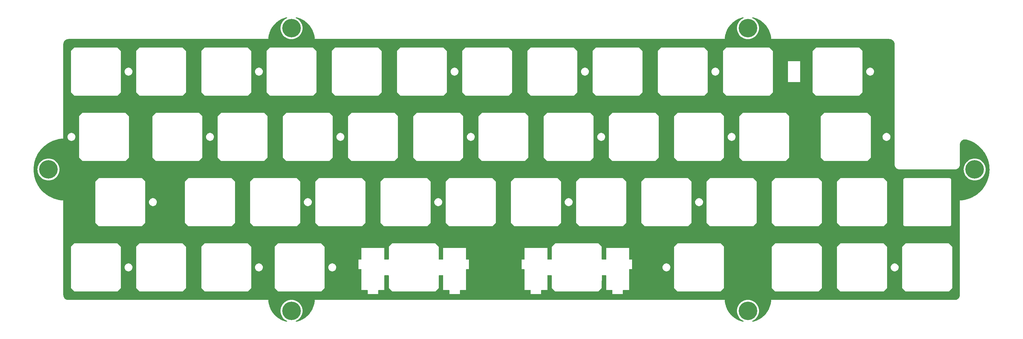
<source format=gbr>
%TF.GenerationSoftware,KiCad,Pcbnew,(7.0.0)*%
%TF.CreationDate,2024-03-29T19:16:45+01:00*%
%TF.ProjectId,plate split 2u,706c6174-6520-4737-906c-69742032752e,rev?*%
%TF.SameCoordinates,Original*%
%TF.FileFunction,Copper,L1,Top*%
%TF.FilePolarity,Positive*%
%FSLAX46Y46*%
G04 Gerber Fmt 4.6, Leading zero omitted, Abs format (unit mm)*
G04 Created by KiCad (PCBNEW (7.0.0)) date 2024-03-29 19:16:45*
%MOMM*%
%LPD*%
G01*
G04 APERTURE LIST*
%TA.AperFunction,ComponentPad*%
%ADD10C,5.400000*%
%TD*%
G04 APERTURE END LIST*
D10*
%TO.P,,1*%
%TO.N,N/C*%
X283731249Y-80168749D03*
%TD*%
%TO.P,,1*%
%TO.N,N/C*%
X84137499Y-38893750D03*
%TD*%
%TO.P,,1*%
%TO.N,N/C*%
X217487500Y-38893751D03*
%TD*%
%TO.P,,1*%
%TO.N,N/C*%
X84137499Y-121443750D03*
%TD*%
%TO.P,,1*%
%TO.N,N/C*%
X13131250Y-80168750D03*
%TD*%
%TO.P,,1*%
%TO.N,N/C*%
X217487500Y-121443750D03*
%TD*%
%TA.AperFunction,Conductor*%
%TO.N,GND*%
G36*
X216171658Y-35737046D02*
G01*
X216223105Y-35768192D01*
X216253846Y-35819882D01*
X216256650Y-35879958D01*
X216230857Y-35934286D01*
X216182534Y-35970089D01*
X216099885Y-36004324D01*
X216096667Y-36005657D01*
X216093627Y-36007336D01*
X216093623Y-36007339D01*
X215785092Y-36177857D01*
X215785083Y-36177862D01*
X215782048Y-36179540D01*
X215779207Y-36181555D01*
X215779205Y-36181557D01*
X215491723Y-36385537D01*
X215491715Y-36385542D01*
X215488877Y-36387557D01*
X215486288Y-36389870D01*
X215486280Y-36389877D01*
X215223424Y-36624779D01*
X215223415Y-36624787D01*
X215220839Y-36627090D01*
X215218536Y-36629666D01*
X215218528Y-36629675D01*
X214983626Y-36892531D01*
X214983619Y-36892539D01*
X214981306Y-36895128D01*
X214979291Y-36897966D01*
X214979286Y-36897974D01*
X214779866Y-37179030D01*
X214773289Y-37188299D01*
X214771611Y-37191334D01*
X214771606Y-37191343D01*
X214694285Y-37331246D01*
X214599406Y-37502918D01*
X214598079Y-37506121D01*
X214598074Y-37506132D01*
X214463169Y-37831819D01*
X214463164Y-37831831D01*
X214461841Y-37835027D01*
X214460884Y-37838348D01*
X214460879Y-37838363D01*
X214363288Y-38177112D01*
X214363284Y-38177127D01*
X214362327Y-38180451D01*
X214361748Y-38183857D01*
X214361744Y-38183876D01*
X214302694Y-38531419D01*
X214302692Y-38531435D01*
X214302113Y-38534844D01*
X214281957Y-38893751D01*
X214302113Y-39252658D01*
X214302692Y-39256068D01*
X214302694Y-39256082D01*
X214361744Y-39603625D01*
X214361747Y-39603640D01*
X214362327Y-39607051D01*
X214363285Y-39610378D01*
X214363288Y-39610389D01*
X214460879Y-39949138D01*
X214460882Y-39949148D01*
X214461841Y-39952475D01*
X214463166Y-39955675D01*
X214463169Y-39955682D01*
X214595059Y-40274089D01*
X214599406Y-40284584D01*
X214601088Y-40287627D01*
X214771605Y-40596157D01*
X214773289Y-40599203D01*
X214981306Y-40892374D01*
X215220839Y-41160412D01*
X215488877Y-41399945D01*
X215782048Y-41607962D01*
X216096667Y-41781845D01*
X216428776Y-41919410D01*
X216774200Y-42018924D01*
X217128593Y-42079138D01*
X217487500Y-42099294D01*
X217846407Y-42079138D01*
X218200800Y-42018924D01*
X218546224Y-41919410D01*
X218878333Y-41781845D01*
X219192952Y-41607962D01*
X219486123Y-41399945D01*
X219754161Y-41160412D01*
X219993694Y-40892374D01*
X220201711Y-40599203D01*
X220375594Y-40284584D01*
X220513159Y-39952475D01*
X220612673Y-39607051D01*
X220672887Y-39252658D01*
X220693043Y-38893751D01*
X220672887Y-38534844D01*
X220612673Y-38180451D01*
X220513159Y-37835027D01*
X220375594Y-37502918D01*
X220201711Y-37188299D01*
X219993694Y-36895128D01*
X219754161Y-36627090D01*
X219486123Y-36387557D01*
X219192952Y-36179540D01*
X218878333Y-36005657D01*
X218849066Y-35993534D01*
X218792466Y-35970089D01*
X218744143Y-35934286D01*
X218718350Y-35879956D01*
X218721155Y-35819880D01*
X218751897Y-35768190D01*
X218803345Y-35737045D01*
X218863390Y-35733771D01*
X218872727Y-35735571D01*
X218876532Y-35736369D01*
X219138267Y-35795706D01*
X219143484Y-35797009D01*
X219368666Y-35858507D01*
X219372217Y-35859534D01*
X219629061Y-35938213D01*
X219634374Y-35939974D01*
X219854019Y-36018356D01*
X219857176Y-36019534D01*
X220107818Y-36117201D01*
X220113187Y-36119442D01*
X220325752Y-36214098D01*
X220328742Y-36215477D01*
X220571753Y-36331632D01*
X220577160Y-36334382D01*
X220781501Y-36444720D01*
X220784155Y-36446197D01*
X220850229Y-36484045D01*
X221018326Y-36580334D01*
X221023681Y-36583584D01*
X221218530Y-36708829D01*
X221220873Y-36710375D01*
X221444974Y-36861890D01*
X221450284Y-36865688D01*
X221634331Y-37004864D01*
X221636381Y-37006449D01*
X221849279Y-37174709D01*
X221854486Y-37179061D01*
X221949703Y-37263186D01*
X222026650Y-37331169D01*
X222028447Y-37332788D01*
X222228944Y-37517014D01*
X222233981Y-37521912D01*
X222393212Y-37685796D01*
X222394722Y-37687379D01*
X222581890Y-37886944D01*
X222586697Y-37892380D01*
X222731893Y-38066584D01*
X222733135Y-38068098D01*
X222906022Y-38282314D01*
X222910545Y-38288278D01*
X223040892Y-38471377D01*
X223041885Y-38472792D01*
X223199561Y-38700947D01*
X223203748Y-38707428D01*
X223318366Y-38897566D01*
X223319131Y-38898853D01*
X223460827Y-39140461D01*
X223464626Y-39147441D01*
X223562744Y-39342376D01*
X223563307Y-39343510D01*
X223688347Y-39598382D01*
X223691705Y-39605838D01*
X223772602Y-39802560D01*
X223772992Y-39803520D01*
X223880832Y-40072124D01*
X223883698Y-40080028D01*
X223946617Y-40273794D01*
X223946864Y-40274561D01*
X224037198Y-40559039D01*
X224039523Y-40567358D01*
X224083687Y-40749561D01*
X224083822Y-40750121D01*
X224156533Y-41056304D01*
X224158272Y-41064998D01*
X224182459Y-41213331D01*
X224182514Y-41213673D01*
X224238105Y-41560696D01*
X224239223Y-41569840D01*
X224268844Y-41919410D01*
X224281491Y-42068671D01*
X224281459Y-42068750D01*
X224281505Y-42068861D01*
X224281524Y-42069273D01*
X224282013Y-42069250D01*
X258845574Y-42069250D01*
X258854418Y-42069566D01*
X258919775Y-42074240D01*
X259062452Y-42085469D01*
X259079059Y-42087918D01*
X259168505Y-42107375D01*
X259170966Y-42107938D01*
X259282573Y-42134732D01*
X259296934Y-42139117D01*
X259387701Y-42172970D01*
X259391747Y-42174562D01*
X259492816Y-42216425D01*
X259504761Y-42222140D01*
X259591601Y-42269556D01*
X259596879Y-42272612D01*
X259688472Y-42328738D01*
X259697950Y-42335170D01*
X259737087Y-42364467D01*
X259777865Y-42394993D01*
X259784058Y-42399946D01*
X259865106Y-42469166D01*
X259872237Y-42475758D01*
X259943004Y-42546523D01*
X259949613Y-42553672D01*
X260018806Y-42634684D01*
X260023783Y-42640905D01*
X260083589Y-42720794D01*
X260090049Y-42730314D01*
X260146138Y-42821838D01*
X260149242Y-42827200D01*
X260196626Y-42913971D01*
X260202355Y-42925943D01*
X260244208Y-43026978D01*
X260245823Y-43031082D01*
X260279664Y-43121808D01*
X260284056Y-43136193D01*
X260310832Y-43247707D01*
X260311417Y-43250266D01*
X260311421Y-43250282D01*
X260311425Y-43250297D01*
X260330863Y-43339643D01*
X260333316Y-43356297D01*
X260344889Y-43503681D01*
X260344954Y-43504536D01*
X260349184Y-43563642D01*
X260349500Y-43572494D01*
X260349500Y-78668566D01*
X260349476Y-78668750D01*
X260349450Y-78668750D01*
X260349450Y-78668945D01*
X260349450Y-78668946D01*
X260349452Y-78771633D01*
X260349452Y-78771645D01*
X260349453Y-78776069D01*
X260350083Y-78780453D01*
X260350084Y-78780460D01*
X260379374Y-78984129D01*
X260380006Y-78988522D01*
X260381255Y-78992777D01*
X260381256Y-78992779D01*
X260439232Y-79190210D01*
X260439235Y-79190219D01*
X260440482Y-79194464D01*
X260442320Y-79198490D01*
X260442323Y-79198496D01*
X260482777Y-79287071D01*
X260529651Y-79389704D01*
X260532044Y-79393427D01*
X260643303Y-79566543D01*
X260643307Y-79566548D01*
X260645697Y-79570267D01*
X260786258Y-79732477D01*
X260948473Y-79873033D01*
X261129040Y-79989073D01*
X261324283Y-80078235D01*
X261530227Y-80138705D01*
X261742681Y-80169250D01*
X261849901Y-80169250D01*
X261850000Y-80169250D01*
X261850500Y-80169250D01*
X277899500Y-80169250D01*
X277899842Y-80169250D01*
X277900099Y-80169250D01*
X277900179Y-80169216D01*
X277900351Y-80169200D01*
X278002888Y-80169200D01*
X278007316Y-80169200D01*
X278010453Y-80168749D01*
X280525706Y-80168749D01*
X280545862Y-80527656D01*
X280546441Y-80531066D01*
X280546443Y-80531080D01*
X280605493Y-80878623D01*
X280605496Y-80878638D01*
X280606076Y-80882049D01*
X280607034Y-80885376D01*
X280607037Y-80885387D01*
X280704628Y-81224136D01*
X280704631Y-81224146D01*
X280705590Y-81227473D01*
X280706915Y-81230673D01*
X280706918Y-81230680D01*
X280841823Y-81556367D01*
X280841825Y-81556371D01*
X280843155Y-81559582D01*
X281017038Y-81874201D01*
X281225055Y-82167372D01*
X281464588Y-82435410D01*
X281732626Y-82674943D01*
X282025797Y-82882960D01*
X282340416Y-83056843D01*
X282672525Y-83194408D01*
X283017949Y-83293922D01*
X283372342Y-83354136D01*
X283731249Y-83374292D01*
X284090156Y-83354136D01*
X284444549Y-83293922D01*
X284789973Y-83194408D01*
X285122082Y-83056843D01*
X285436701Y-82882960D01*
X285729872Y-82674943D01*
X285997910Y-82435410D01*
X286237443Y-82167372D01*
X286445460Y-81874201D01*
X286619343Y-81559582D01*
X286756908Y-81227473D01*
X286856422Y-80882049D01*
X286916636Y-80527656D01*
X286936792Y-80168749D01*
X286916636Y-79809842D01*
X286856422Y-79455449D01*
X286756908Y-79110025D01*
X286619343Y-78777916D01*
X286445460Y-78463297D01*
X286237443Y-78170126D01*
X285997910Y-77902088D01*
X285729872Y-77662555D01*
X285436701Y-77454538D01*
X285122082Y-77280655D01*
X285118869Y-77279324D01*
X285118867Y-77279323D01*
X284793180Y-77144418D01*
X284793173Y-77144415D01*
X284789973Y-77143090D01*
X284786646Y-77142131D01*
X284786636Y-77142128D01*
X284447887Y-77044537D01*
X284447876Y-77044534D01*
X284444549Y-77043576D01*
X284441138Y-77042996D01*
X284441123Y-77042993D01*
X284093580Y-76983943D01*
X284093566Y-76983941D01*
X284090156Y-76983362D01*
X284086692Y-76983167D01*
X284086688Y-76983167D01*
X283734721Y-76963401D01*
X283731249Y-76963206D01*
X283727777Y-76963401D01*
X283375809Y-76983167D01*
X283375803Y-76983167D01*
X283372342Y-76983362D01*
X283368933Y-76983941D01*
X283368917Y-76983943D01*
X283021374Y-77042993D01*
X283021355Y-77042997D01*
X283017949Y-77043576D01*
X283014625Y-77044533D01*
X283014610Y-77044537D01*
X282675861Y-77142128D01*
X282675846Y-77142133D01*
X282672525Y-77143090D01*
X282669329Y-77144413D01*
X282669317Y-77144418D01*
X282343630Y-77279323D01*
X282343619Y-77279328D01*
X282340416Y-77280655D01*
X282337376Y-77282334D01*
X282337372Y-77282337D01*
X282028841Y-77452855D01*
X282028832Y-77452860D01*
X282025797Y-77454538D01*
X282022956Y-77456553D01*
X282022954Y-77456555D01*
X281735472Y-77660535D01*
X281735471Y-77660536D01*
X281732626Y-77662555D01*
X281730037Y-77664868D01*
X281730029Y-77664875D01*
X281467173Y-77899777D01*
X281467164Y-77899785D01*
X281464588Y-77902088D01*
X281462285Y-77904664D01*
X281462277Y-77904673D01*
X281227375Y-78167529D01*
X281227368Y-78167537D01*
X281225055Y-78170126D01*
X281223040Y-78172964D01*
X281223035Y-78172972D01*
X281019055Y-78460454D01*
X281019053Y-78460456D01*
X281017038Y-78463297D01*
X281015360Y-78466332D01*
X281015355Y-78466341D01*
X280903385Y-78668937D01*
X280843155Y-78777916D01*
X280841828Y-78781119D01*
X280841823Y-78781130D01*
X280706918Y-79106817D01*
X280706918Y-79106818D01*
X280705590Y-79110025D01*
X280704633Y-79113346D01*
X280704628Y-79113361D01*
X280607037Y-79452110D01*
X280607033Y-79452125D01*
X280606076Y-79455449D01*
X280605497Y-79458855D01*
X280605493Y-79458874D01*
X280546443Y-79806417D01*
X280546441Y-79806433D01*
X280545862Y-79809842D01*
X280545667Y-79813303D01*
X280545667Y-79813309D01*
X280530792Y-80078188D01*
X280525706Y-80168749D01*
X278010453Y-80168749D01*
X278219762Y-80138656D01*
X278425700Y-80078188D01*
X278620936Y-79989029D01*
X278801497Y-79872993D01*
X278963706Y-79732442D01*
X279104263Y-79570237D01*
X279220305Y-79389680D01*
X279309471Y-79194447D01*
X279369945Y-78988511D01*
X279400497Y-78776066D01*
X279400500Y-78668750D01*
X279400500Y-78668250D01*
X279400500Y-72869526D01*
X279400856Y-72860134D01*
X279401892Y-72846500D01*
X279405955Y-72793003D01*
X279405995Y-72792508D01*
X279418640Y-72639987D01*
X279421406Y-72622296D01*
X279443060Y-72528758D01*
X279443607Y-72526504D01*
X279473621Y-72408059D01*
X279478626Y-72392631D01*
X279516322Y-72298023D01*
X279517959Y-72294113D01*
X279522287Y-72284253D01*
X279564635Y-72187779D01*
X279571229Y-72174870D01*
X279623979Y-72085012D01*
X279627113Y-72079960D01*
X279689394Y-71984711D01*
X279696923Y-71974401D01*
X279763356Y-71892670D01*
X279768340Y-71886913D01*
X279844793Y-71803946D01*
X279852648Y-71796154D01*
X279930972Y-71725122D01*
X279938112Y-71719123D01*
X280026991Y-71650032D01*
X280034546Y-71644606D01*
X280122748Y-71586195D01*
X280132220Y-71580515D01*
X280231489Y-71526887D01*
X280238270Y-71523491D01*
X280333869Y-71479268D01*
X280345730Y-71474509D01*
X280453414Y-71437642D01*
X280459042Y-71435865D01*
X280559173Y-71406899D01*
X280573291Y-71403698D01*
X280687889Y-71384687D01*
X280691991Y-71384079D01*
X280793055Y-71370874D01*
X280809202Y-71369832D01*
X280931393Y-71369962D01*
X280933652Y-71369988D01*
X281029712Y-71372077D01*
X281047546Y-71373762D01*
X281200498Y-71399483D01*
X281200770Y-71399530D01*
X281263123Y-71410453D01*
X281276166Y-71413473D01*
X281828693Y-71573354D01*
X281836326Y-71575834D01*
X282232338Y-71718820D01*
X282232577Y-71718967D01*
X282232595Y-71718913D01*
X282232870Y-71719012D01*
X282385164Y-71774391D01*
X282392355Y-71777264D01*
X282734694Y-71926598D01*
X282928034Y-72011804D01*
X282934810Y-72015041D01*
X283248083Y-72176610D01*
X283248646Y-72176902D01*
X283454141Y-72284261D01*
X283460541Y-72287851D01*
X283753131Y-72463634D01*
X283753220Y-72463688D01*
X283961265Y-72590607D01*
X283967270Y-72594514D01*
X284241547Y-72784512D01*
X284242336Y-72785064D01*
X284347191Y-72858993D01*
X284425475Y-72914189D01*
X284447197Y-72929504D01*
X284452787Y-72933687D01*
X284643598Y-73085062D01*
X284710201Y-73137900D01*
X284711149Y-73138660D01*
X284909859Y-73299499D01*
X284915034Y-73303928D01*
X285085737Y-73458389D01*
X285156014Y-73521979D01*
X285157048Y-73522925D01*
X285347279Y-73699009D01*
X285352027Y-73703646D01*
X285576466Y-73934885D01*
X285577565Y-73936032D01*
X285757569Y-74126309D01*
X285761878Y-74131108D01*
X285969487Y-74374785D01*
X285970614Y-74376127D01*
X286138973Y-74579568D01*
X286142818Y-74584459D01*
X286283947Y-74773689D01*
X286333230Y-74839769D01*
X286334391Y-74841352D01*
X286489827Y-75056799D01*
X286493260Y-75061812D01*
X286665974Y-75327756D01*
X286667129Y-75329569D01*
X286808664Y-75556003D01*
X286811665Y-75561068D01*
X286870755Y-75666420D01*
X286966271Y-75836720D01*
X286967334Y-75838658D01*
X287033516Y-75962049D01*
X287094093Y-76074993D01*
X287096671Y-76080078D01*
X287232689Y-76364323D01*
X287233755Y-76366610D01*
X287344888Y-76611533D01*
X287347055Y-76616604D01*
X287464086Y-76908350D01*
X287465068Y-76910877D01*
X287560004Y-77163383D01*
X287561771Y-77168410D01*
X287659461Y-77466535D01*
X287660331Y-77469299D01*
X287738475Y-77728057D01*
X287739859Y-77733008D01*
X287817924Y-78036427D01*
X287818655Y-78039423D01*
X287879567Y-78303191D01*
X287880585Y-78308040D01*
X287938758Y-78615506D01*
X287939324Y-78618728D01*
X287982675Y-78886319D01*
X287983347Y-78891038D01*
X288021445Y-79201346D01*
X288021818Y-79204785D01*
X288047360Y-79474929D01*
X288047707Y-79479496D01*
X288065606Y-79791358D01*
X288065762Y-79795000D01*
X288073346Y-80066467D01*
X288073391Y-80070860D01*
X288071049Y-80383104D01*
X288070961Y-80386936D01*
X288060528Y-80658429D01*
X288060295Y-80662628D01*
X288037736Y-80973976D01*
X288037380Y-80977980D01*
X288008971Y-81248207D01*
X288008486Y-81252197D01*
X287965805Y-81561405D01*
X287965160Y-81565561D01*
X287918899Y-81833316D01*
X287918188Y-81837083D01*
X287855544Y-82142977D01*
X287854586Y-82147264D01*
X287790722Y-82411176D01*
X287789813Y-82414706D01*
X287707439Y-82716064D01*
X287706150Y-82720460D01*
X287624973Y-82979421D01*
X287623892Y-82982706D01*
X287522112Y-83278253D01*
X287520474Y-83282729D01*
X287422415Y-83535470D01*
X287421191Y-83538505D01*
X287300341Y-83827164D01*
X287298337Y-83831694D01*
X287183918Y-84076995D01*
X287182580Y-84079774D01*
X287043107Y-84360350D01*
X287040724Y-84364905D01*
X286910479Y-84601751D01*
X286909052Y-84604274D01*
X286751483Y-84875588D01*
X286748710Y-84880136D01*
X286603385Y-85107303D01*
X286601899Y-85109571D01*
X286426722Y-85370646D01*
X286423548Y-85375156D01*
X286263907Y-85591617D01*
X286262388Y-85593633D01*
X286070221Y-85843388D01*
X286066641Y-85847826D01*
X285893584Y-86052536D01*
X285892059Y-86054306D01*
X285683506Y-86291782D01*
X285679516Y-86296113D01*
X285494007Y-86488138D01*
X285492501Y-86489671D01*
X285268255Y-86713883D01*
X285263854Y-86718073D01*
X285067003Y-86896490D01*
X285065538Y-86897796D01*
X284826199Y-87107918D01*
X284821391Y-87111929D01*
X284614480Y-87275849D01*
X284613079Y-87276942D01*
X284359303Y-87472138D01*
X284354091Y-87475936D01*
X284138495Y-87624588D01*
X284137181Y-87625482D01*
X283869500Y-87805030D01*
X283863891Y-87808578D01*
X283641234Y-87941229D01*
X283640026Y-87941939D01*
X283358951Y-88105116D01*
X283352959Y-88108378D01*
X283125291Y-88224303D01*
X283124204Y-88224850D01*
X282829797Y-88371139D01*
X282823434Y-88374079D01*
X282593177Y-88472687D01*
X282592231Y-88473088D01*
X282284371Y-88601920D01*
X282277653Y-88604505D01*
X282048269Y-88685203D01*
X282047475Y-88685479D01*
X281724952Y-88796492D01*
X281717902Y-88798686D01*
X281494744Y-88860915D01*
X281494113Y-88861089D01*
X281153999Y-88953999D01*
X281146639Y-88955770D01*
X280940253Y-88998812D01*
X280939795Y-88998907D01*
X280573913Y-89073774D01*
X280566269Y-89075090D01*
X280405912Y-89097569D01*
X280405634Y-89097608D01*
X279988172Y-89155163D01*
X279980178Y-89156002D01*
X279416016Y-89196789D01*
X279416010Y-89196790D01*
X279400081Y-89197942D01*
X279400000Y-89197909D01*
X279399892Y-89197953D01*
X279399481Y-89197970D01*
X279399500Y-89198457D01*
X279399500Y-89216983D01*
X279399500Y-116764315D01*
X279399184Y-116773167D01*
X279394543Y-116838016D01*
X279394476Y-116838897D01*
X279383273Y-116981186D01*
X279380821Y-116997816D01*
X279361382Y-117087159D01*
X279360790Y-117089746D01*
X279334009Y-117201286D01*
X279329617Y-117215672D01*
X279295773Y-117306405D01*
X279294152Y-117310525D01*
X279252314Y-117411523D01*
X279246585Y-117423496D01*
X279199186Y-117510296D01*
X279196081Y-117515659D01*
X279140012Y-117607151D01*
X279133552Y-117616671D01*
X279073746Y-117696559D01*
X279068769Y-117702781D01*
X278999564Y-117783806D01*
X278992956Y-117790954D01*
X278922222Y-117861687D01*
X278915071Y-117868296D01*
X278834037Y-117937504D01*
X278827816Y-117942481D01*
X278747934Y-118002278D01*
X278738414Y-118008738D01*
X278646912Y-118064809D01*
X278641547Y-118067915D01*
X278554745Y-118115310D01*
X278542773Y-118121037D01*
X278441789Y-118162865D01*
X278437671Y-118164486D01*
X278346927Y-118198332D01*
X278332539Y-118202724D01*
X278221010Y-118229499D01*
X278218421Y-118230091D01*
X278129036Y-118249535D01*
X278112434Y-118251985D01*
X277974787Y-118262847D01*
X277973880Y-118262915D01*
X277906726Y-118267718D01*
X277903718Y-118267934D01*
X277894872Y-118268250D01*
X224282013Y-118268250D01*
X224281524Y-118268227D01*
X224281505Y-118268638D01*
X224281459Y-118268750D01*
X224281491Y-118268828D01*
X224280071Y-118285579D01*
X224280071Y-118285582D01*
X224239223Y-118767659D01*
X224238105Y-118776803D01*
X224182514Y-119123826D01*
X224182459Y-119124168D01*
X224158272Y-119272500D01*
X224156533Y-119281194D01*
X224083822Y-119587377D01*
X224083687Y-119587937D01*
X224039523Y-119770140D01*
X224037198Y-119778459D01*
X223946864Y-120062937D01*
X223946617Y-120063704D01*
X223883698Y-120257470D01*
X223880832Y-120265374D01*
X223772992Y-120533978D01*
X223772602Y-120534938D01*
X223691705Y-120731660D01*
X223688347Y-120739116D01*
X223563307Y-120993988D01*
X223562744Y-120995122D01*
X223464626Y-121190057D01*
X223460827Y-121197037D01*
X223319131Y-121438645D01*
X223318366Y-121439932D01*
X223203748Y-121630070D01*
X223199561Y-121636551D01*
X223041885Y-121864706D01*
X223040892Y-121866121D01*
X222910545Y-122049220D01*
X222906022Y-122055184D01*
X222733135Y-122269400D01*
X222731893Y-122270914D01*
X222586697Y-122445118D01*
X222581890Y-122450554D01*
X222394722Y-122650119D01*
X222393212Y-122651702D01*
X222233981Y-122815586D01*
X222228944Y-122820484D01*
X222028447Y-123004710D01*
X222026650Y-123006329D01*
X221854493Y-123158431D01*
X221849279Y-123162789D01*
X221636381Y-123331049D01*
X221634286Y-123332669D01*
X221450314Y-123471788D01*
X221444974Y-123475608D01*
X221220873Y-123627123D01*
X221218470Y-123628708D01*
X221023728Y-123753885D01*
X221018312Y-123757173D01*
X220784155Y-123891301D01*
X220781438Y-123892813D01*
X220577194Y-124003099D01*
X220571753Y-124005866D01*
X220328785Y-124122001D01*
X220325752Y-124123400D01*
X220113187Y-124218056D01*
X220107767Y-124220318D01*
X219857282Y-124317924D01*
X219853936Y-124319173D01*
X219634395Y-124397517D01*
X219629038Y-124399292D01*
X219372266Y-124477949D01*
X219368615Y-124479006D01*
X219143501Y-124540484D01*
X219138249Y-124541796D01*
X218876588Y-124601117D01*
X218872646Y-124601944D01*
X218863403Y-124603726D01*
X218803352Y-124600450D01*
X218751904Y-124569304D01*
X218721163Y-124517614D01*
X218718359Y-124457538D01*
X218744153Y-124403209D01*
X218792474Y-124367407D01*
X218878333Y-124331844D01*
X219192952Y-124157961D01*
X219486123Y-123949944D01*
X219754161Y-123710411D01*
X219993694Y-123442373D01*
X220201711Y-123149202D01*
X220375594Y-122834583D01*
X220513159Y-122502474D01*
X220612673Y-122157050D01*
X220672887Y-121802657D01*
X220693043Y-121443750D01*
X220672887Y-121084843D01*
X220612673Y-120730450D01*
X220513159Y-120385026D01*
X220375594Y-120052917D01*
X220201711Y-119738298D01*
X219993694Y-119445127D01*
X219754161Y-119177089D01*
X219486123Y-118937556D01*
X219192952Y-118729539D01*
X218878333Y-118555656D01*
X218875122Y-118554326D01*
X218875118Y-118554324D01*
X218549431Y-118419419D01*
X218549424Y-118419416D01*
X218546224Y-118418091D01*
X218542897Y-118417132D01*
X218542887Y-118417129D01*
X218204138Y-118319538D01*
X218204127Y-118319535D01*
X218200800Y-118318577D01*
X218197389Y-118317997D01*
X218197374Y-118317994D01*
X217849831Y-118258944D01*
X217849817Y-118258942D01*
X217846407Y-118258363D01*
X217842943Y-118258168D01*
X217842939Y-118258168D01*
X217511192Y-118239537D01*
X217487500Y-118238207D01*
X217467471Y-118239331D01*
X217132060Y-118258168D01*
X217132054Y-118258168D01*
X217128593Y-118258363D01*
X217125184Y-118258942D01*
X217125168Y-118258944D01*
X216777625Y-118317994D01*
X216777606Y-118317998D01*
X216774200Y-118318577D01*
X216770876Y-118319534D01*
X216770861Y-118319538D01*
X216432112Y-118417129D01*
X216432097Y-118417134D01*
X216428776Y-118418091D01*
X216425580Y-118419414D01*
X216425568Y-118419419D01*
X216099881Y-118554324D01*
X216099870Y-118554329D01*
X216096667Y-118555656D01*
X216093627Y-118557335D01*
X216093623Y-118557338D01*
X215785092Y-118727856D01*
X215785083Y-118727861D01*
X215782048Y-118729539D01*
X215779207Y-118731554D01*
X215779205Y-118731556D01*
X215491723Y-118935536D01*
X215491715Y-118935541D01*
X215488877Y-118937556D01*
X215486288Y-118939869D01*
X215486280Y-118939876D01*
X215223424Y-119174778D01*
X215223415Y-119174786D01*
X215220839Y-119177089D01*
X215218536Y-119179665D01*
X215218528Y-119179674D01*
X214983626Y-119442530D01*
X214983619Y-119442538D01*
X214981306Y-119445127D01*
X214979291Y-119447965D01*
X214979286Y-119447973D01*
X214879976Y-119587937D01*
X214773289Y-119738298D01*
X214771611Y-119741333D01*
X214771606Y-119741342D01*
X214624872Y-120006839D01*
X214599406Y-120052917D01*
X214598079Y-120056120D01*
X214598074Y-120056131D01*
X214463169Y-120381818D01*
X214463164Y-120381830D01*
X214461841Y-120385026D01*
X214460884Y-120388347D01*
X214460879Y-120388362D01*
X214363288Y-120727111D01*
X214363284Y-120727126D01*
X214362327Y-120730450D01*
X214361748Y-120733856D01*
X214361744Y-120733875D01*
X214302694Y-121081418D01*
X214302692Y-121081434D01*
X214302113Y-121084843D01*
X214281957Y-121443750D01*
X214282152Y-121447222D01*
X214292784Y-121636551D01*
X214302113Y-121802657D01*
X214302692Y-121806067D01*
X214302694Y-121806081D01*
X214361744Y-122153624D01*
X214361747Y-122153639D01*
X214362327Y-122157050D01*
X214363285Y-122160377D01*
X214363288Y-122160388D01*
X214460879Y-122499137D01*
X214460882Y-122499147D01*
X214461841Y-122502474D01*
X214463166Y-122505674D01*
X214463169Y-122505681D01*
X214591537Y-122815586D01*
X214599406Y-122834583D01*
X214773289Y-123149202D01*
X214981306Y-123442373D01*
X215220839Y-123710411D01*
X215488877Y-123949944D01*
X215782048Y-124157961D01*
X216096667Y-124331844D01*
X216182525Y-124367407D01*
X216230846Y-124403208D01*
X216256640Y-124457536D01*
X216253838Y-124517611D01*
X216223098Y-124569302D01*
X216171652Y-124600449D01*
X216111602Y-124603727D01*
X216102357Y-124601945D01*
X216098410Y-124601117D01*
X215836749Y-124541796D01*
X215831497Y-124540484D01*
X215606383Y-124479006D01*
X215602732Y-124477949D01*
X215345960Y-124399292D01*
X215340603Y-124397517D01*
X215121062Y-124319173D01*
X215117746Y-124317935D01*
X214867224Y-124220315D01*
X214861811Y-124218056D01*
X214649246Y-124123400D01*
X214646213Y-124122001D01*
X214403245Y-124005866D01*
X214397804Y-124003099D01*
X214303103Y-123951963D01*
X214193552Y-123892808D01*
X214190843Y-123891301D01*
X213956686Y-123757173D01*
X213951296Y-123753901D01*
X213756510Y-123628696D01*
X213754125Y-123627123D01*
X213530024Y-123475608D01*
X213524701Y-123471800D01*
X213340695Y-123332656D01*
X213338617Y-123331049D01*
X213125719Y-123162789D01*
X213120505Y-123158431D01*
X212948348Y-123006329D01*
X212946551Y-123004710D01*
X212746054Y-122820484D01*
X212741017Y-122815586D01*
X212581786Y-122651702D01*
X212580276Y-122650119D01*
X212393108Y-122450554D01*
X212388313Y-122445132D01*
X212243079Y-122270883D01*
X212241863Y-122269400D01*
X212068976Y-122055184D01*
X212064453Y-122049220D01*
X212039225Y-122013782D01*
X211934048Y-121866038D01*
X211933168Y-121864784D01*
X211775437Y-121636551D01*
X211771250Y-121630070D01*
X211656632Y-121439932D01*
X211655867Y-121438645D01*
X211514171Y-121197037D01*
X211510372Y-121190057D01*
X211412254Y-120995122D01*
X211411691Y-120993988D01*
X211286651Y-120739116D01*
X211283293Y-120731660D01*
X211202396Y-120534938D01*
X211202069Y-120534134D01*
X211094159Y-120265355D01*
X211091300Y-120257470D01*
X211028381Y-120063704D01*
X211028191Y-120063114D01*
X210937789Y-119778420D01*
X210935482Y-119770165D01*
X210891223Y-119587572D01*
X210818463Y-119281187D01*
X210816726Y-119272499D01*
X210800792Y-119174778D01*
X210792520Y-119124040D01*
X210736892Y-118776793D01*
X210735776Y-118767659D01*
X210732403Y-118727856D01*
X210693508Y-118268828D01*
X210693541Y-118268750D01*
X210693494Y-118268638D01*
X210693476Y-118268227D01*
X210692987Y-118268250D01*
X90932013Y-118268250D01*
X90931524Y-118268227D01*
X90931505Y-118268638D01*
X90931459Y-118268750D01*
X90931491Y-118268828D01*
X90930071Y-118285579D01*
X90930071Y-118285582D01*
X90889223Y-118767659D01*
X90888105Y-118776803D01*
X90832514Y-119123826D01*
X90832459Y-119124168D01*
X90808272Y-119272500D01*
X90806533Y-119281194D01*
X90733822Y-119587377D01*
X90733687Y-119587937D01*
X90689523Y-119770140D01*
X90687198Y-119778459D01*
X90596864Y-120062937D01*
X90596617Y-120063704D01*
X90533698Y-120257470D01*
X90530832Y-120265374D01*
X90422992Y-120533978D01*
X90422602Y-120534938D01*
X90341705Y-120731660D01*
X90338347Y-120739116D01*
X90213307Y-120993988D01*
X90212744Y-120995122D01*
X90114626Y-121190057D01*
X90110827Y-121197037D01*
X89969131Y-121438645D01*
X89968366Y-121439932D01*
X89853748Y-121630070D01*
X89849561Y-121636551D01*
X89691885Y-121864706D01*
X89690892Y-121866121D01*
X89560545Y-122049220D01*
X89556022Y-122055184D01*
X89383135Y-122269400D01*
X89381893Y-122270914D01*
X89236697Y-122445118D01*
X89231890Y-122450554D01*
X89044722Y-122650119D01*
X89043212Y-122651702D01*
X88883981Y-122815586D01*
X88878944Y-122820484D01*
X88678447Y-123004710D01*
X88676650Y-123006329D01*
X88504493Y-123158431D01*
X88499279Y-123162789D01*
X88286381Y-123331049D01*
X88284286Y-123332669D01*
X88100314Y-123471788D01*
X88094974Y-123475608D01*
X87870873Y-123627123D01*
X87868470Y-123628708D01*
X87673728Y-123753885D01*
X87668312Y-123757173D01*
X87434155Y-123891301D01*
X87431438Y-123892813D01*
X87227194Y-124003099D01*
X87221753Y-124005866D01*
X86978785Y-124122001D01*
X86975752Y-124123400D01*
X86763187Y-124218056D01*
X86757767Y-124220318D01*
X86507282Y-124317924D01*
X86503936Y-124319173D01*
X86284395Y-124397517D01*
X86279038Y-124399292D01*
X86022266Y-124477949D01*
X86018615Y-124479006D01*
X85793501Y-124540484D01*
X85788249Y-124541796D01*
X85526588Y-124601117D01*
X85522641Y-124601945D01*
X85513396Y-124603727D01*
X85453345Y-124600449D01*
X85401900Y-124569302D01*
X85371160Y-124517611D01*
X85368358Y-124457536D01*
X85394152Y-124403208D01*
X85442473Y-124367407D01*
X85528332Y-124331844D01*
X85842951Y-124157961D01*
X86136122Y-123949944D01*
X86404160Y-123710411D01*
X86643693Y-123442373D01*
X86851710Y-123149202D01*
X87025593Y-122834583D01*
X87163158Y-122502474D01*
X87262672Y-122157050D01*
X87322886Y-121802657D01*
X87343042Y-121443750D01*
X87322886Y-121084843D01*
X87262672Y-120730450D01*
X87163158Y-120385026D01*
X87025593Y-120052917D01*
X86851710Y-119738298D01*
X86643693Y-119445127D01*
X86404160Y-119177089D01*
X86136122Y-118937556D01*
X85842951Y-118729539D01*
X85528332Y-118555656D01*
X85525121Y-118554326D01*
X85525117Y-118554324D01*
X85199430Y-118419419D01*
X85199423Y-118419416D01*
X85196223Y-118418091D01*
X85192896Y-118417132D01*
X85192886Y-118417129D01*
X84854137Y-118319538D01*
X84854126Y-118319535D01*
X84850799Y-118318577D01*
X84847388Y-118317997D01*
X84847373Y-118317994D01*
X84499830Y-118258944D01*
X84499816Y-118258942D01*
X84496406Y-118258363D01*
X84492942Y-118258168D01*
X84492938Y-118258168D01*
X84161191Y-118239537D01*
X84137499Y-118238207D01*
X84117470Y-118239331D01*
X83782059Y-118258168D01*
X83782053Y-118258168D01*
X83778592Y-118258363D01*
X83775183Y-118258942D01*
X83775167Y-118258944D01*
X83427624Y-118317994D01*
X83427605Y-118317998D01*
X83424199Y-118318577D01*
X83420875Y-118319534D01*
X83420860Y-118319538D01*
X83082111Y-118417129D01*
X83082096Y-118417134D01*
X83078775Y-118418091D01*
X83075579Y-118419414D01*
X83075567Y-118419419D01*
X82749880Y-118554324D01*
X82749869Y-118554329D01*
X82746666Y-118555656D01*
X82743626Y-118557335D01*
X82743622Y-118557338D01*
X82435091Y-118727856D01*
X82435082Y-118727861D01*
X82432047Y-118729539D01*
X82429206Y-118731554D01*
X82429204Y-118731556D01*
X82141722Y-118935536D01*
X82141714Y-118935541D01*
X82138876Y-118937556D01*
X82136287Y-118939869D01*
X82136279Y-118939876D01*
X81873423Y-119174778D01*
X81873414Y-119174786D01*
X81870838Y-119177089D01*
X81868535Y-119179665D01*
X81868527Y-119179674D01*
X81633625Y-119442530D01*
X81633618Y-119442538D01*
X81631305Y-119445127D01*
X81629290Y-119447965D01*
X81629285Y-119447973D01*
X81529975Y-119587937D01*
X81423288Y-119738298D01*
X81421610Y-119741333D01*
X81421605Y-119741342D01*
X81274871Y-120006839D01*
X81249405Y-120052917D01*
X81248078Y-120056120D01*
X81248073Y-120056131D01*
X81113168Y-120381818D01*
X81113163Y-120381830D01*
X81111840Y-120385026D01*
X81110883Y-120388347D01*
X81110878Y-120388362D01*
X81013287Y-120727111D01*
X81013283Y-120727126D01*
X81012326Y-120730450D01*
X81011747Y-120733856D01*
X81011743Y-120733875D01*
X80952693Y-121081418D01*
X80952691Y-121081434D01*
X80952112Y-121084843D01*
X80931956Y-121443750D01*
X80932151Y-121447222D01*
X80942783Y-121636551D01*
X80952112Y-121802657D01*
X80952691Y-121806067D01*
X80952693Y-121806081D01*
X81011743Y-122153624D01*
X81011746Y-122153639D01*
X81012326Y-122157050D01*
X81013284Y-122160377D01*
X81013287Y-122160388D01*
X81110878Y-122499137D01*
X81110881Y-122499147D01*
X81111840Y-122502474D01*
X81113165Y-122505674D01*
X81113168Y-122505681D01*
X81241536Y-122815586D01*
X81249405Y-122834583D01*
X81423288Y-123149202D01*
X81631305Y-123442373D01*
X81870838Y-123710411D01*
X82138876Y-123949944D01*
X82432047Y-124157961D01*
X82746666Y-124331844D01*
X82749887Y-124333178D01*
X82832522Y-124367407D01*
X82880845Y-124403209D01*
X82906639Y-124457538D01*
X82903835Y-124517614D01*
X82873094Y-124569304D01*
X82821646Y-124600450D01*
X82761595Y-124603725D01*
X82752356Y-124601944D01*
X82748410Y-124601117D01*
X82486749Y-124541796D01*
X82481497Y-124540484D01*
X82256383Y-124479006D01*
X82252732Y-124477949D01*
X81995960Y-124399292D01*
X81990603Y-124397517D01*
X81771062Y-124319173D01*
X81767746Y-124317935D01*
X81517224Y-124220315D01*
X81511811Y-124218056D01*
X81299246Y-124123400D01*
X81296213Y-124122001D01*
X81053245Y-124005866D01*
X81047804Y-124003099D01*
X80953103Y-123951963D01*
X80843552Y-123892808D01*
X80840843Y-123891301D01*
X80606686Y-123757173D01*
X80601296Y-123753901D01*
X80406510Y-123628696D01*
X80404125Y-123627123D01*
X80180024Y-123475608D01*
X80174701Y-123471800D01*
X79990695Y-123332656D01*
X79988617Y-123331049D01*
X79775719Y-123162789D01*
X79770505Y-123158431D01*
X79598348Y-123006329D01*
X79596551Y-123004710D01*
X79396054Y-122820484D01*
X79391017Y-122815586D01*
X79231786Y-122651702D01*
X79230276Y-122650119D01*
X79043108Y-122450554D01*
X79038313Y-122445132D01*
X78893079Y-122270883D01*
X78891863Y-122269400D01*
X78718976Y-122055184D01*
X78714453Y-122049220D01*
X78689225Y-122013782D01*
X78584048Y-121866038D01*
X78583168Y-121864784D01*
X78425437Y-121636551D01*
X78421250Y-121630070D01*
X78306632Y-121439932D01*
X78305867Y-121438645D01*
X78164171Y-121197037D01*
X78160372Y-121190057D01*
X78062254Y-120995122D01*
X78061691Y-120993988D01*
X77936651Y-120739116D01*
X77933293Y-120731660D01*
X77852396Y-120534938D01*
X77852069Y-120534134D01*
X77744159Y-120265355D01*
X77741300Y-120257470D01*
X77678381Y-120063704D01*
X77678191Y-120063114D01*
X77587789Y-119778420D01*
X77585482Y-119770165D01*
X77541223Y-119587572D01*
X77468463Y-119281187D01*
X77466726Y-119272499D01*
X77450792Y-119174778D01*
X77442520Y-119124040D01*
X77386892Y-118776793D01*
X77385776Y-118767659D01*
X77382403Y-118727856D01*
X77343508Y-118268828D01*
X77343541Y-118268750D01*
X77343494Y-118268638D01*
X77343476Y-118268227D01*
X77342987Y-118268250D01*
X18966928Y-118268250D01*
X18958083Y-118267934D01*
X18949066Y-118267289D01*
X18893315Y-118263301D01*
X18892434Y-118263235D01*
X18750057Y-118252030D01*
X18733429Y-118249578D01*
X18644071Y-118230140D01*
X18641481Y-118229548D01*
X18529937Y-118202769D01*
X18515551Y-118198377D01*
X18424834Y-118164542D01*
X18420716Y-118162922D01*
X18319697Y-118121080D01*
X18307723Y-118115351D01*
X18220926Y-118067958D01*
X18215595Y-118064872D01*
X18124037Y-118008767D01*
X18114541Y-118002323D01*
X18034633Y-117942505D01*
X18028434Y-117937546D01*
X17947390Y-117868331D01*
X17940261Y-117861740D01*
X17869494Y-117790975D01*
X17862892Y-117783833D01*
X17793689Y-117702811D01*
X17788715Y-117696593D01*
X17728909Y-117616704D01*
X17722449Y-117607184D01*
X17666360Y-117515660D01*
X17663256Y-117510298D01*
X17651997Y-117489680D01*
X17615866Y-117423516D01*
X17610151Y-117411572D01*
X17568267Y-117310462D01*
X17566696Y-117306471D01*
X17532830Y-117215678D01*
X17528446Y-117201318D01*
X17501645Y-117089701D01*
X17501087Y-117087260D01*
X17481632Y-116997837D01*
X17479182Y-116981209D01*
X17467567Y-116833284D01*
X17463316Y-116773869D01*
X17463000Y-116765022D01*
X17463000Y-114743750D01*
X19686958Y-114743750D01*
X19687076Y-114744033D01*
X19687117Y-114744133D01*
X19687215Y-114744173D01*
X20687075Y-115744032D01*
X20687117Y-115744133D01*
X20687217Y-115744174D01*
X20687500Y-115744292D01*
X20687601Y-115744250D01*
X33287399Y-115744250D01*
X33287500Y-115744292D01*
X33287784Y-115744174D01*
X33287784Y-115744173D01*
X33287883Y-115744133D01*
X33287923Y-115744034D01*
X34287782Y-114744174D01*
X34287883Y-114744133D01*
X34287940Y-114743993D01*
X34288042Y-114743750D01*
X38736958Y-114743750D01*
X38737076Y-114744033D01*
X38737117Y-114744133D01*
X38737215Y-114744173D01*
X39737075Y-115744032D01*
X39737117Y-115744133D01*
X39737217Y-115744174D01*
X39737500Y-115744292D01*
X39737601Y-115744250D01*
X52337399Y-115744250D01*
X52337500Y-115744292D01*
X52337784Y-115744174D01*
X52337784Y-115744173D01*
X52337883Y-115744133D01*
X52337923Y-115744034D01*
X53337782Y-114744174D01*
X53337883Y-114744133D01*
X53337940Y-114743993D01*
X53338042Y-114743750D01*
X57786958Y-114743750D01*
X57787076Y-114744033D01*
X57787117Y-114744133D01*
X57787215Y-114744173D01*
X58787075Y-115744032D01*
X58787117Y-115744133D01*
X58787217Y-115744174D01*
X58787500Y-115744292D01*
X58787601Y-115744250D01*
X71387399Y-115744250D01*
X71387500Y-115744292D01*
X71387784Y-115744174D01*
X71387784Y-115744173D01*
X71387883Y-115744133D01*
X71387923Y-115744034D01*
X72387782Y-114744174D01*
X72387883Y-114744133D01*
X72387940Y-114743993D01*
X72388042Y-114743750D01*
X79218208Y-114743750D01*
X79218326Y-114744033D01*
X79218367Y-114744133D01*
X79218465Y-114744173D01*
X80218325Y-115744032D01*
X80218367Y-115744133D01*
X80218467Y-115744174D01*
X80218750Y-115744292D01*
X80218851Y-115744250D01*
X92818649Y-115744250D01*
X92818750Y-115744292D01*
X92819034Y-115744174D01*
X92819034Y-115744173D01*
X92819133Y-115744133D01*
X92819173Y-115744034D01*
X93819032Y-114744174D01*
X93819133Y-114744133D01*
X93819190Y-114743993D01*
X93819292Y-114743750D01*
X93819250Y-114743649D01*
X93819250Y-108743750D01*
X94888321Y-108743750D01*
X94907994Y-108956060D01*
X94909562Y-108961571D01*
X94909564Y-108961581D01*
X94964774Y-109155620D01*
X94964776Y-109155626D01*
X94966345Y-109161139D01*
X95061384Y-109352005D01*
X95189878Y-109522157D01*
X95347448Y-109665802D01*
X95528731Y-109778048D01*
X95727552Y-109855071D01*
X95937140Y-109894250D01*
X96144631Y-109894250D01*
X96150360Y-109894250D01*
X96359948Y-109855071D01*
X96558769Y-109778048D01*
X96740052Y-109665802D01*
X96897622Y-109522157D01*
X97026116Y-109352005D01*
X97076037Y-109251750D01*
X103730007Y-109251750D01*
X103730048Y-109251849D01*
X103730165Y-109252133D01*
X103730548Y-109252291D01*
X103730647Y-109252250D01*
X104469648Y-109252250D01*
X104531648Y-109268863D01*
X104577035Y-109314250D01*
X104593648Y-109376250D01*
X104593648Y-115347651D01*
X104593607Y-115347750D01*
X104593648Y-115347849D01*
X104593765Y-115348133D01*
X104594148Y-115348291D01*
X104594247Y-115348250D01*
X106273048Y-115348250D01*
X106335048Y-115364863D01*
X106380435Y-115410250D01*
X106397048Y-115472250D01*
X106397048Y-116516051D01*
X106397007Y-116516150D01*
X106397048Y-116516249D01*
X106397165Y-116516533D01*
X106397548Y-116516691D01*
X106397647Y-116516650D01*
X109445449Y-116516650D01*
X109445548Y-116516691D01*
X109445931Y-116516533D01*
X109446048Y-116516249D01*
X109446089Y-116516150D01*
X109446048Y-116516051D01*
X109446048Y-115472250D01*
X109462661Y-115410250D01*
X109508048Y-115364863D01*
X109570048Y-115348250D01*
X111248849Y-115348250D01*
X111248948Y-115348291D01*
X111249331Y-115348133D01*
X111249448Y-115347849D01*
X111249489Y-115347750D01*
X111249448Y-115347651D01*
X111249448Y-111168620D01*
X111266061Y-111106620D01*
X111311448Y-111061233D01*
X111373448Y-111044620D01*
X112433344Y-111044620D01*
X112495360Y-111061242D01*
X112540750Y-111106652D01*
X112557344Y-111168675D01*
X112556000Y-114183900D01*
X112555750Y-114743648D01*
X112555708Y-114743750D01*
X112555826Y-114744033D01*
X112555867Y-114744133D01*
X112555965Y-114744173D01*
X113555825Y-115744032D01*
X113555867Y-115744133D01*
X113555967Y-115744174D01*
X113556250Y-115744292D01*
X113556351Y-115744250D01*
X126156149Y-115744250D01*
X126156250Y-115744292D01*
X126156534Y-115744174D01*
X126156534Y-115744173D01*
X126156633Y-115744133D01*
X126156673Y-115744034D01*
X127156532Y-114744174D01*
X127156633Y-114744133D01*
X127156690Y-114743993D01*
X127156792Y-114743750D01*
X127156750Y-114743649D01*
X127157359Y-113375318D01*
X127158344Y-111168565D01*
X127174975Y-111106588D01*
X127220360Y-111061224D01*
X127282344Y-111044620D01*
X128345648Y-111044620D01*
X128407648Y-111061233D01*
X128453035Y-111106620D01*
X128469648Y-111168620D01*
X128469648Y-115347651D01*
X128469607Y-115347750D01*
X128469648Y-115347849D01*
X128469765Y-115348133D01*
X128470148Y-115348291D01*
X128470247Y-115348250D01*
X130149048Y-115348250D01*
X130211048Y-115364863D01*
X130256435Y-115410250D01*
X130273048Y-115472250D01*
X130273048Y-116516051D01*
X130273007Y-116516150D01*
X130273048Y-116516249D01*
X130273165Y-116516533D01*
X130273548Y-116516691D01*
X130273647Y-116516650D01*
X133321449Y-116516650D01*
X133321548Y-116516691D01*
X133321931Y-116516533D01*
X133322048Y-116516249D01*
X133322089Y-116516150D01*
X133322048Y-116516051D01*
X133322048Y-115472250D01*
X133338661Y-115410250D01*
X133384048Y-115364863D01*
X133446048Y-115348250D01*
X135124849Y-115348250D01*
X135124948Y-115348291D01*
X135125331Y-115348133D01*
X135125448Y-115347849D01*
X135125489Y-115347750D01*
X135125448Y-115347651D01*
X135125448Y-109376250D01*
X135142061Y-109314250D01*
X135187448Y-109268863D01*
X135249448Y-109252250D01*
X135988449Y-109252250D01*
X135988548Y-109252291D01*
X135988931Y-109252133D01*
X135989048Y-109251849D01*
X135989089Y-109251750D01*
X151355007Y-109251750D01*
X151355048Y-109251849D01*
X151355165Y-109252133D01*
X151355548Y-109252291D01*
X151355647Y-109252250D01*
X152094648Y-109252250D01*
X152156648Y-109268863D01*
X152202035Y-109314250D01*
X152218648Y-109376250D01*
X152218648Y-115347651D01*
X152218607Y-115347750D01*
X152218648Y-115347849D01*
X152218765Y-115348133D01*
X152219148Y-115348291D01*
X152219247Y-115348250D01*
X153898048Y-115348250D01*
X153960048Y-115364863D01*
X154005435Y-115410250D01*
X154022048Y-115472250D01*
X154022048Y-116516051D01*
X154022007Y-116516150D01*
X154022048Y-116516249D01*
X154022165Y-116516533D01*
X154022548Y-116516691D01*
X154022647Y-116516650D01*
X157070449Y-116516650D01*
X157070548Y-116516691D01*
X157070931Y-116516533D01*
X157071048Y-116516249D01*
X157071089Y-116516150D01*
X157071048Y-116516051D01*
X157071048Y-115472250D01*
X157087661Y-115410250D01*
X157133048Y-115364863D01*
X157195048Y-115348250D01*
X158873849Y-115348250D01*
X158873948Y-115348291D01*
X158874331Y-115348133D01*
X158874448Y-115347849D01*
X158874489Y-115347750D01*
X158874448Y-115347651D01*
X158874448Y-111168620D01*
X158891061Y-111106620D01*
X158936448Y-111061233D01*
X158998448Y-111044620D01*
X160058344Y-111044620D01*
X160120360Y-111061242D01*
X160165750Y-111106652D01*
X160182344Y-111168675D01*
X160181000Y-114183900D01*
X160180750Y-114743648D01*
X160180708Y-114743750D01*
X160180826Y-114744033D01*
X160180867Y-114744133D01*
X160180965Y-114744173D01*
X161180825Y-115744032D01*
X161180867Y-115744133D01*
X161180967Y-115744174D01*
X161181250Y-115744292D01*
X161181351Y-115744250D01*
X173781149Y-115744250D01*
X173781250Y-115744292D01*
X173781534Y-115744174D01*
X173781534Y-115744173D01*
X173781633Y-115744133D01*
X173781673Y-115744034D01*
X174781532Y-114744174D01*
X174781633Y-114744133D01*
X174781690Y-114743993D01*
X174781792Y-114743750D01*
X174781750Y-114743649D01*
X174782000Y-114182226D01*
X174786030Y-111168451D01*
X174802698Y-111106524D01*
X174848078Y-111061205D01*
X174910030Y-111044620D01*
X175970648Y-111044620D01*
X176032648Y-111061233D01*
X176078035Y-111106620D01*
X176094648Y-111168620D01*
X176094648Y-115347651D01*
X176094607Y-115347750D01*
X176094648Y-115347849D01*
X176094765Y-115348133D01*
X176095148Y-115348291D01*
X176095247Y-115348250D01*
X177774048Y-115348250D01*
X177836048Y-115364863D01*
X177881435Y-115410250D01*
X177898048Y-115472250D01*
X177898048Y-116516051D01*
X177898007Y-116516150D01*
X177898048Y-116516249D01*
X177898165Y-116516533D01*
X177898548Y-116516691D01*
X177898647Y-116516650D01*
X180946449Y-116516650D01*
X180946548Y-116516691D01*
X180946931Y-116516533D01*
X180947048Y-116516249D01*
X180947089Y-116516150D01*
X180947048Y-116516051D01*
X180947048Y-115472250D01*
X180963661Y-115410250D01*
X181009048Y-115364863D01*
X181071048Y-115348250D01*
X182749849Y-115348250D01*
X182749948Y-115348291D01*
X182750331Y-115348133D01*
X182750448Y-115347849D01*
X182750489Y-115347750D01*
X182750448Y-115347651D01*
X182750448Y-114743750D01*
X195899458Y-114743750D01*
X195899576Y-114744033D01*
X195899617Y-114744133D01*
X195899715Y-114744173D01*
X196899575Y-115744032D01*
X196899617Y-115744133D01*
X196899717Y-115744174D01*
X196900000Y-115744292D01*
X196900101Y-115744250D01*
X209499899Y-115744250D01*
X209500000Y-115744292D01*
X209500284Y-115744174D01*
X209500284Y-115744173D01*
X209500383Y-115744133D01*
X209500423Y-115744034D01*
X210500282Y-114744174D01*
X210500383Y-114744133D01*
X210500440Y-114743993D01*
X210500542Y-114743750D01*
X224474458Y-114743750D01*
X224474576Y-114744033D01*
X224474617Y-114744133D01*
X224474715Y-114744173D01*
X225474575Y-115744032D01*
X225474617Y-115744133D01*
X225474717Y-115744174D01*
X225475000Y-115744292D01*
X225475101Y-115744250D01*
X238074899Y-115744250D01*
X238075000Y-115744292D01*
X238075284Y-115744174D01*
X238075284Y-115744173D01*
X238075383Y-115744133D01*
X238075423Y-115744034D01*
X239075282Y-114744174D01*
X239075383Y-114744133D01*
X239075440Y-114743993D01*
X239075542Y-114743750D01*
X243524458Y-114743750D01*
X243524576Y-114744033D01*
X243524617Y-114744133D01*
X243524715Y-114744173D01*
X244524575Y-115744032D01*
X244524617Y-115744133D01*
X244524717Y-115744174D01*
X244525000Y-115744292D01*
X244525101Y-115744250D01*
X257124899Y-115744250D01*
X257125000Y-115744292D01*
X257125284Y-115744174D01*
X257125284Y-115744173D01*
X257125383Y-115744133D01*
X257125423Y-115744034D01*
X258125282Y-114744174D01*
X258125383Y-114744133D01*
X258125440Y-114743993D01*
X258125542Y-114743750D01*
X262574458Y-114743750D01*
X262574576Y-114744033D01*
X262574617Y-114744133D01*
X262574715Y-114744173D01*
X263574575Y-115744032D01*
X263574617Y-115744133D01*
X263574717Y-115744174D01*
X263575000Y-115744292D01*
X263575101Y-115744250D01*
X276174899Y-115744250D01*
X276175000Y-115744292D01*
X276175284Y-115744174D01*
X276175284Y-115744173D01*
X276175383Y-115744133D01*
X276175423Y-115744034D01*
X277175282Y-114744174D01*
X277175383Y-114744133D01*
X277175440Y-114743993D01*
X277175542Y-114743750D01*
X277175500Y-114743649D01*
X277175500Y-102743851D01*
X277175542Y-102743750D01*
X277175424Y-102743467D01*
X277175383Y-102743367D01*
X277175282Y-102743325D01*
X276175423Y-101743465D01*
X276175383Y-101743367D01*
X276175284Y-101743326D01*
X276175000Y-101743208D01*
X276174899Y-101743250D01*
X263575101Y-101743250D01*
X263575000Y-101743208D01*
X263574756Y-101743309D01*
X263574617Y-101743367D01*
X263574575Y-101743467D01*
X263566296Y-101751745D01*
X263566290Y-101751750D01*
X262583060Y-102734979D01*
X262583055Y-102734985D01*
X262574715Y-102743326D01*
X262574617Y-102743367D01*
X262574576Y-102743465D01*
X262574576Y-102743466D01*
X262574458Y-102743750D01*
X262574500Y-102743851D01*
X262574500Y-114743649D01*
X262574458Y-114743750D01*
X258125542Y-114743750D01*
X258125500Y-114743649D01*
X258125500Y-108743750D01*
X259194571Y-108743750D01*
X259214244Y-108956060D01*
X259215812Y-108961571D01*
X259215814Y-108961581D01*
X259271024Y-109155620D01*
X259271026Y-109155626D01*
X259272595Y-109161139D01*
X259367634Y-109352005D01*
X259496128Y-109522157D01*
X259653698Y-109665802D01*
X259834981Y-109778048D01*
X260033802Y-109855071D01*
X260243390Y-109894250D01*
X260450881Y-109894250D01*
X260456610Y-109894250D01*
X260666198Y-109855071D01*
X260865019Y-109778048D01*
X261046302Y-109665802D01*
X261203872Y-109522157D01*
X261332366Y-109352005D01*
X261427405Y-109161139D01*
X261485756Y-108956060D01*
X261505429Y-108743750D01*
X261485756Y-108531440D01*
X261427405Y-108326361D01*
X261332366Y-108135495D01*
X261203872Y-107965343D01*
X261046302Y-107821698D01*
X261041438Y-107818686D01*
X261041435Y-107818684D01*
X260869890Y-107712468D01*
X260869889Y-107712467D01*
X260865019Y-107709452D01*
X260859681Y-107707384D01*
X260859677Y-107707382D01*
X260671545Y-107634500D01*
X260671540Y-107634498D01*
X260666198Y-107632429D01*
X260660560Y-107631375D01*
X260462239Y-107594302D01*
X260462236Y-107594301D01*
X260456610Y-107593250D01*
X260243390Y-107593250D01*
X260237764Y-107594301D01*
X260237760Y-107594302D01*
X260039439Y-107631375D01*
X260039436Y-107631375D01*
X260033802Y-107632429D01*
X260028461Y-107634497D01*
X260028454Y-107634500D01*
X259840322Y-107707382D01*
X259840313Y-107707386D01*
X259834981Y-107709452D01*
X259830114Y-107712465D01*
X259830109Y-107712468D01*
X259658564Y-107818684D01*
X259658555Y-107818690D01*
X259653698Y-107821698D01*
X259649475Y-107825547D01*
X259649468Y-107825553D01*
X259500360Y-107961484D01*
X259500354Y-107961489D01*
X259496128Y-107965343D01*
X259492681Y-107969906D01*
X259492675Y-107969914D01*
X259371086Y-108130923D01*
X259371083Y-108130927D01*
X259367634Y-108135495D01*
X259365082Y-108140620D01*
X259365079Y-108140625D01*
X259275153Y-108321223D01*
X259272595Y-108326361D01*
X259271027Y-108331869D01*
X259271024Y-108331879D01*
X259215814Y-108525918D01*
X259215811Y-108525929D01*
X259214244Y-108531440D01*
X259194571Y-108743750D01*
X258125500Y-108743750D01*
X258125500Y-102743851D01*
X258125542Y-102743750D01*
X258125424Y-102743467D01*
X258125383Y-102743367D01*
X258125282Y-102743325D01*
X257125423Y-101743465D01*
X257125383Y-101743367D01*
X257125284Y-101743326D01*
X257125000Y-101743208D01*
X257124899Y-101743250D01*
X244525101Y-101743250D01*
X244525000Y-101743208D01*
X244524756Y-101743309D01*
X244524617Y-101743367D01*
X244524575Y-101743467D01*
X244516296Y-101751745D01*
X244516290Y-101751750D01*
X243533060Y-102734979D01*
X243533055Y-102734985D01*
X243524715Y-102743326D01*
X243524617Y-102743367D01*
X243524576Y-102743465D01*
X243524576Y-102743466D01*
X243524458Y-102743750D01*
X243524500Y-102743851D01*
X243524500Y-114743649D01*
X243524458Y-114743750D01*
X239075542Y-114743750D01*
X239075500Y-114743649D01*
X239075500Y-102743851D01*
X239075542Y-102743750D01*
X239075424Y-102743467D01*
X239075383Y-102743367D01*
X239075282Y-102743325D01*
X238075423Y-101743465D01*
X238075383Y-101743367D01*
X238075284Y-101743326D01*
X238075000Y-101743208D01*
X238074899Y-101743250D01*
X225475101Y-101743250D01*
X225475000Y-101743208D01*
X225474756Y-101743309D01*
X225474617Y-101743367D01*
X225474575Y-101743467D01*
X225466296Y-101751745D01*
X225466290Y-101751750D01*
X224483060Y-102734979D01*
X224483055Y-102734985D01*
X224474715Y-102743326D01*
X224474617Y-102743367D01*
X224474576Y-102743465D01*
X224474576Y-102743466D01*
X224474458Y-102743750D01*
X224474500Y-102743851D01*
X224474500Y-114743649D01*
X224474458Y-114743750D01*
X210500542Y-114743750D01*
X210500500Y-114743649D01*
X210500500Y-102743851D01*
X210500542Y-102743750D01*
X210500424Y-102743467D01*
X210500383Y-102743367D01*
X210500282Y-102743325D01*
X209500423Y-101743465D01*
X209500383Y-101743367D01*
X209500284Y-101743326D01*
X209500000Y-101743208D01*
X209499899Y-101743250D01*
X196900101Y-101743250D01*
X196900000Y-101743208D01*
X196899756Y-101743309D01*
X196899617Y-101743367D01*
X196899575Y-101743467D01*
X196891296Y-101751745D01*
X196891290Y-101751750D01*
X195908060Y-102734979D01*
X195908055Y-102734985D01*
X195899715Y-102743326D01*
X195899617Y-102743367D01*
X195899576Y-102743465D01*
X195899576Y-102743466D01*
X195899458Y-102743750D01*
X195899500Y-102743851D01*
X195899500Y-114743649D01*
X195899458Y-114743750D01*
X182750448Y-114743750D01*
X182750448Y-109376250D01*
X182767061Y-109314250D01*
X182812448Y-109268863D01*
X182874448Y-109252250D01*
X183613449Y-109252250D01*
X183613548Y-109252291D01*
X183613931Y-109252133D01*
X183614048Y-109251849D01*
X183614089Y-109251750D01*
X183614048Y-109251651D01*
X183614048Y-108743750D01*
X192519571Y-108743750D01*
X192539244Y-108956060D01*
X192540812Y-108961571D01*
X192540814Y-108961581D01*
X192596024Y-109155620D01*
X192596026Y-109155626D01*
X192597595Y-109161139D01*
X192692634Y-109352005D01*
X192821128Y-109522157D01*
X192978698Y-109665802D01*
X193159981Y-109778048D01*
X193358802Y-109855071D01*
X193568390Y-109894250D01*
X193775881Y-109894250D01*
X193781610Y-109894250D01*
X193991198Y-109855071D01*
X194190019Y-109778048D01*
X194371302Y-109665802D01*
X194528872Y-109522157D01*
X194657366Y-109352005D01*
X194752405Y-109161139D01*
X194810756Y-108956060D01*
X194830429Y-108743750D01*
X194810756Y-108531440D01*
X194752405Y-108326361D01*
X194657366Y-108135495D01*
X194528872Y-107965343D01*
X194371302Y-107821698D01*
X194366438Y-107818686D01*
X194366435Y-107818684D01*
X194194890Y-107712468D01*
X194194889Y-107712467D01*
X194190019Y-107709452D01*
X194184681Y-107707384D01*
X194184677Y-107707382D01*
X193996545Y-107634500D01*
X193996540Y-107634498D01*
X193991198Y-107632429D01*
X193985560Y-107631375D01*
X193787239Y-107594302D01*
X193787236Y-107594301D01*
X193781610Y-107593250D01*
X193568390Y-107593250D01*
X193562764Y-107594301D01*
X193562760Y-107594302D01*
X193364439Y-107631375D01*
X193364436Y-107631375D01*
X193358802Y-107632429D01*
X193353461Y-107634497D01*
X193353454Y-107634500D01*
X193165322Y-107707382D01*
X193165313Y-107707386D01*
X193159981Y-107709452D01*
X193155114Y-107712465D01*
X193155109Y-107712468D01*
X192983564Y-107818684D01*
X192983555Y-107818690D01*
X192978698Y-107821698D01*
X192974475Y-107825547D01*
X192974468Y-107825553D01*
X192825360Y-107961484D01*
X192825354Y-107961489D01*
X192821128Y-107965343D01*
X192817681Y-107969906D01*
X192817675Y-107969914D01*
X192696086Y-108130923D01*
X192696083Y-108130927D01*
X192692634Y-108135495D01*
X192690082Y-108140620D01*
X192690079Y-108140625D01*
X192600153Y-108321223D01*
X192597595Y-108326361D01*
X192596027Y-108331869D01*
X192596024Y-108331879D01*
X192540814Y-108525918D01*
X192540811Y-108525929D01*
X192539244Y-108531440D01*
X192519571Y-108743750D01*
X183614048Y-108743750D01*
X183614048Y-106457849D01*
X183614089Y-106457750D01*
X183613931Y-106457367D01*
X183613647Y-106457250D01*
X183613548Y-106457209D01*
X183613449Y-106457250D01*
X182874448Y-106457250D01*
X182812448Y-106440637D01*
X182767061Y-106395250D01*
X182750448Y-106333250D01*
X182750448Y-103066175D01*
X182750448Y-103054249D01*
X182750489Y-103054150D01*
X182750331Y-103053767D01*
X182750047Y-103053650D01*
X182749948Y-103053609D01*
X182749849Y-103053650D01*
X176095247Y-103053650D01*
X176095148Y-103053609D01*
X176095049Y-103053650D01*
X176094765Y-103053767D01*
X176094607Y-103054150D01*
X176094648Y-103054249D01*
X176094648Y-103066175D01*
X176094648Y-106332466D01*
X176077822Y-106394833D01*
X176031912Y-106440275D01*
X175969376Y-106456459D01*
X174902883Y-106445514D01*
X174841406Y-106428472D01*
X174796538Y-106383121D01*
X174780155Y-106321468D01*
X174781749Y-102743851D01*
X174781792Y-102743750D01*
X174781674Y-102743467D01*
X174781673Y-102743466D01*
X174781633Y-102743368D01*
X174781533Y-102743326D01*
X173781673Y-101743465D01*
X173781633Y-101743367D01*
X173781534Y-101743326D01*
X173781250Y-101743208D01*
X173781149Y-101743250D01*
X161181351Y-101743250D01*
X161181250Y-101743208D01*
X161181006Y-101743309D01*
X161180867Y-101743367D01*
X161180825Y-101743467D01*
X161172546Y-101751745D01*
X161172540Y-101751750D01*
X160189310Y-102734979D01*
X160189305Y-102734985D01*
X160180965Y-102743326D01*
X160180867Y-102743367D01*
X160180826Y-102743465D01*
X160180826Y-102743466D01*
X160180708Y-102743750D01*
X160180749Y-102743850D01*
X160180743Y-102755595D01*
X160180743Y-102755599D01*
X160179150Y-106333305D01*
X160162519Y-106395282D01*
X160117134Y-106440646D01*
X160055150Y-106457250D01*
X158998448Y-106457250D01*
X158936448Y-106440637D01*
X158891061Y-106395250D01*
X158874448Y-106333250D01*
X158874448Y-103066175D01*
X158874448Y-103054249D01*
X158874489Y-103054150D01*
X158874331Y-103053767D01*
X158874047Y-103053650D01*
X158873948Y-103053609D01*
X158873849Y-103053650D01*
X152219247Y-103053650D01*
X152219148Y-103053609D01*
X152219049Y-103053650D01*
X152218765Y-103053767D01*
X152218607Y-103054150D01*
X152218648Y-103054249D01*
X152218648Y-103066175D01*
X152218648Y-106333250D01*
X152202035Y-106395250D01*
X152156648Y-106440637D01*
X152094648Y-106457250D01*
X151355647Y-106457250D01*
X151355548Y-106457209D01*
X151355449Y-106457250D01*
X151355165Y-106457367D01*
X151355007Y-106457750D01*
X151355048Y-106457849D01*
X151355048Y-109251651D01*
X151355007Y-109251750D01*
X135989089Y-109251750D01*
X135989048Y-109251651D01*
X135989048Y-106457849D01*
X135989089Y-106457750D01*
X135988931Y-106457367D01*
X135988647Y-106457250D01*
X135988548Y-106457209D01*
X135988449Y-106457250D01*
X135249448Y-106457250D01*
X135187448Y-106440637D01*
X135142061Y-106395250D01*
X135125448Y-106333250D01*
X135125448Y-103066175D01*
X135125448Y-103054249D01*
X135125489Y-103054150D01*
X135125331Y-103053767D01*
X135125047Y-103053650D01*
X135124948Y-103053609D01*
X135124849Y-103053650D01*
X128470247Y-103053650D01*
X128470148Y-103053609D01*
X128470049Y-103053650D01*
X128469765Y-103053767D01*
X128469607Y-103054150D01*
X128469648Y-103054249D01*
X128469648Y-103066175D01*
X128469648Y-106333250D01*
X128453035Y-106395250D01*
X128407648Y-106440637D01*
X128345648Y-106457250D01*
X127285031Y-106457250D01*
X127223079Y-106440665D01*
X127177699Y-106395345D01*
X127161031Y-106333415D01*
X127161015Y-106321466D01*
X127156623Y-103024673D01*
X127156749Y-102743851D01*
X127156792Y-102743750D01*
X127156674Y-102743467D01*
X127156673Y-102743466D01*
X127156633Y-102743368D01*
X127156533Y-102743326D01*
X126156673Y-101743465D01*
X126156633Y-101743367D01*
X126156534Y-101743326D01*
X126156250Y-101743208D01*
X126156149Y-101743250D01*
X113556351Y-101743250D01*
X113556250Y-101743208D01*
X113556006Y-101743309D01*
X113555867Y-101743367D01*
X113555825Y-101743467D01*
X113547546Y-101751745D01*
X113547540Y-101751750D01*
X112564310Y-102734979D01*
X112564305Y-102734985D01*
X112555965Y-102743326D01*
X112555867Y-102743367D01*
X112555826Y-102743465D01*
X112555826Y-102743466D01*
X112555708Y-102743750D01*
X112555749Y-102743850D01*
X112555743Y-102755595D01*
X112555743Y-102755599D01*
X112554150Y-106333305D01*
X112537519Y-106395282D01*
X112492134Y-106440646D01*
X112430150Y-106457250D01*
X111373448Y-106457250D01*
X111311448Y-106440637D01*
X111266061Y-106395250D01*
X111249448Y-106333250D01*
X111249448Y-103066175D01*
X111249448Y-103054249D01*
X111249489Y-103054150D01*
X111249331Y-103053767D01*
X111249047Y-103053650D01*
X111248948Y-103053609D01*
X111248849Y-103053650D01*
X104594247Y-103053650D01*
X104594148Y-103053609D01*
X104594049Y-103053650D01*
X104593765Y-103053767D01*
X104593607Y-103054150D01*
X104593648Y-103054249D01*
X104593648Y-103066175D01*
X104593648Y-106333250D01*
X104577035Y-106395250D01*
X104531648Y-106440637D01*
X104469648Y-106457250D01*
X103730647Y-106457250D01*
X103730548Y-106457209D01*
X103730449Y-106457250D01*
X103730165Y-106457367D01*
X103730007Y-106457750D01*
X103730048Y-106457849D01*
X103730048Y-109251651D01*
X103730007Y-109251750D01*
X97076037Y-109251750D01*
X97121155Y-109161139D01*
X97179506Y-108956060D01*
X97199179Y-108743750D01*
X97179506Y-108531440D01*
X97121155Y-108326361D01*
X97026116Y-108135495D01*
X96897622Y-107965343D01*
X96740052Y-107821698D01*
X96735188Y-107818686D01*
X96735185Y-107818684D01*
X96563640Y-107712468D01*
X96563639Y-107712467D01*
X96558769Y-107709452D01*
X96553431Y-107707384D01*
X96553427Y-107707382D01*
X96365295Y-107634500D01*
X96365290Y-107634498D01*
X96359948Y-107632429D01*
X96354310Y-107631375D01*
X96155989Y-107594302D01*
X96155986Y-107594301D01*
X96150360Y-107593250D01*
X95937140Y-107593250D01*
X95931514Y-107594301D01*
X95931510Y-107594302D01*
X95733189Y-107631375D01*
X95733186Y-107631375D01*
X95727552Y-107632429D01*
X95722211Y-107634497D01*
X95722204Y-107634500D01*
X95534072Y-107707382D01*
X95534063Y-107707386D01*
X95528731Y-107709452D01*
X95523864Y-107712465D01*
X95523859Y-107712468D01*
X95352314Y-107818684D01*
X95352305Y-107818690D01*
X95347448Y-107821698D01*
X95343225Y-107825547D01*
X95343218Y-107825553D01*
X95194110Y-107961484D01*
X95194104Y-107961489D01*
X95189878Y-107965343D01*
X95186431Y-107969906D01*
X95186425Y-107969914D01*
X95064836Y-108130923D01*
X95064833Y-108130927D01*
X95061384Y-108135495D01*
X95058832Y-108140620D01*
X95058829Y-108140625D01*
X94968903Y-108321223D01*
X94966345Y-108326361D01*
X94964777Y-108331869D01*
X94964774Y-108331879D01*
X94909564Y-108525918D01*
X94909561Y-108525929D01*
X94907994Y-108531440D01*
X94888321Y-108743750D01*
X93819250Y-108743750D01*
X93819250Y-102743851D01*
X93819292Y-102743750D01*
X93819174Y-102743467D01*
X93819133Y-102743367D01*
X93819032Y-102743325D01*
X92819173Y-101743465D01*
X92819133Y-101743367D01*
X92819034Y-101743326D01*
X92818750Y-101743208D01*
X92818649Y-101743250D01*
X80218851Y-101743250D01*
X80218750Y-101743208D01*
X80218506Y-101743309D01*
X80218367Y-101743367D01*
X80218325Y-101743467D01*
X80210046Y-101751745D01*
X80210040Y-101751750D01*
X79226810Y-102734979D01*
X79226805Y-102734985D01*
X79218465Y-102743326D01*
X79218367Y-102743367D01*
X79218326Y-102743465D01*
X79218326Y-102743466D01*
X79218208Y-102743750D01*
X79218250Y-102743851D01*
X79218250Y-114743649D01*
X79218208Y-114743750D01*
X72388042Y-114743750D01*
X72388000Y-114743649D01*
X72388000Y-108743750D01*
X73457071Y-108743750D01*
X73476744Y-108956060D01*
X73478312Y-108961571D01*
X73478314Y-108961581D01*
X73533524Y-109155620D01*
X73533526Y-109155626D01*
X73535095Y-109161139D01*
X73630134Y-109352005D01*
X73758628Y-109522157D01*
X73916198Y-109665802D01*
X74097481Y-109778048D01*
X74296302Y-109855071D01*
X74505890Y-109894250D01*
X74713381Y-109894250D01*
X74719110Y-109894250D01*
X74928698Y-109855071D01*
X75127519Y-109778048D01*
X75308802Y-109665802D01*
X75466372Y-109522157D01*
X75594866Y-109352005D01*
X75689905Y-109161139D01*
X75748256Y-108956060D01*
X75767929Y-108743750D01*
X75748256Y-108531440D01*
X75689905Y-108326361D01*
X75594866Y-108135495D01*
X75466372Y-107965343D01*
X75308802Y-107821698D01*
X75303938Y-107818686D01*
X75303935Y-107818684D01*
X75132390Y-107712468D01*
X75132389Y-107712467D01*
X75127519Y-107709452D01*
X75122181Y-107707384D01*
X75122177Y-107707382D01*
X74934045Y-107634500D01*
X74934040Y-107634498D01*
X74928698Y-107632429D01*
X74923060Y-107631375D01*
X74724739Y-107594302D01*
X74724736Y-107594301D01*
X74719110Y-107593250D01*
X74505890Y-107593250D01*
X74500264Y-107594301D01*
X74500260Y-107594302D01*
X74301939Y-107631375D01*
X74301936Y-107631375D01*
X74296302Y-107632429D01*
X74290961Y-107634497D01*
X74290954Y-107634500D01*
X74102822Y-107707382D01*
X74102813Y-107707386D01*
X74097481Y-107709452D01*
X74092614Y-107712465D01*
X74092609Y-107712468D01*
X73921064Y-107818684D01*
X73921055Y-107818690D01*
X73916198Y-107821698D01*
X73911975Y-107825547D01*
X73911968Y-107825553D01*
X73762860Y-107961484D01*
X73762854Y-107961489D01*
X73758628Y-107965343D01*
X73755181Y-107969906D01*
X73755175Y-107969914D01*
X73633586Y-108130923D01*
X73633583Y-108130927D01*
X73630134Y-108135495D01*
X73627582Y-108140620D01*
X73627579Y-108140625D01*
X73537653Y-108321223D01*
X73535095Y-108326361D01*
X73533527Y-108331869D01*
X73533524Y-108331879D01*
X73478314Y-108525918D01*
X73478311Y-108525929D01*
X73476744Y-108531440D01*
X73457071Y-108743750D01*
X72388000Y-108743750D01*
X72388000Y-102743851D01*
X72388042Y-102743750D01*
X72387924Y-102743467D01*
X72387883Y-102743367D01*
X72387782Y-102743325D01*
X71387923Y-101743465D01*
X71387883Y-101743367D01*
X71387784Y-101743326D01*
X71387500Y-101743208D01*
X71387399Y-101743250D01*
X58787601Y-101743250D01*
X58787500Y-101743208D01*
X58787256Y-101743309D01*
X58787117Y-101743367D01*
X58787075Y-101743467D01*
X58778796Y-101751745D01*
X58778790Y-101751750D01*
X57795560Y-102734979D01*
X57795555Y-102734985D01*
X57787215Y-102743326D01*
X57787117Y-102743367D01*
X57787076Y-102743465D01*
X57787076Y-102743466D01*
X57786958Y-102743750D01*
X57787000Y-102743851D01*
X57787000Y-114743649D01*
X57786958Y-114743750D01*
X53338042Y-114743750D01*
X53338000Y-114743649D01*
X53338000Y-102743851D01*
X53338042Y-102743750D01*
X53337924Y-102743467D01*
X53337883Y-102743367D01*
X53337782Y-102743325D01*
X52337923Y-101743465D01*
X52337883Y-101743367D01*
X52337784Y-101743326D01*
X52337500Y-101743208D01*
X52337399Y-101743250D01*
X39737601Y-101743250D01*
X39737500Y-101743208D01*
X39737256Y-101743309D01*
X39737117Y-101743367D01*
X39737075Y-101743467D01*
X39728796Y-101751745D01*
X39728790Y-101751750D01*
X38745560Y-102734979D01*
X38745555Y-102734985D01*
X38737215Y-102743326D01*
X38737117Y-102743367D01*
X38737076Y-102743465D01*
X38737076Y-102743466D01*
X38736958Y-102743750D01*
X38737000Y-102743851D01*
X38737000Y-114743649D01*
X38736958Y-114743750D01*
X34288042Y-114743750D01*
X34288000Y-114743649D01*
X34288000Y-108743750D01*
X35357071Y-108743750D01*
X35376744Y-108956060D01*
X35378312Y-108961571D01*
X35378314Y-108961581D01*
X35433524Y-109155620D01*
X35433526Y-109155626D01*
X35435095Y-109161139D01*
X35530134Y-109352005D01*
X35658628Y-109522157D01*
X35816198Y-109665802D01*
X35997481Y-109778048D01*
X36196302Y-109855071D01*
X36405890Y-109894250D01*
X36613381Y-109894250D01*
X36619110Y-109894250D01*
X36828698Y-109855071D01*
X37027519Y-109778048D01*
X37208802Y-109665802D01*
X37366372Y-109522157D01*
X37494866Y-109352005D01*
X37589905Y-109161139D01*
X37648256Y-108956060D01*
X37667929Y-108743750D01*
X37648256Y-108531440D01*
X37589905Y-108326361D01*
X37494866Y-108135495D01*
X37366372Y-107965343D01*
X37208802Y-107821698D01*
X37203938Y-107818686D01*
X37203935Y-107818684D01*
X37032390Y-107712468D01*
X37032389Y-107712467D01*
X37027519Y-107709452D01*
X37022181Y-107707384D01*
X37022177Y-107707382D01*
X36834045Y-107634500D01*
X36834040Y-107634498D01*
X36828698Y-107632429D01*
X36823060Y-107631375D01*
X36624739Y-107594302D01*
X36624736Y-107594301D01*
X36619110Y-107593250D01*
X36405890Y-107593250D01*
X36400264Y-107594301D01*
X36400260Y-107594302D01*
X36201939Y-107631375D01*
X36201936Y-107631375D01*
X36196302Y-107632429D01*
X36190961Y-107634497D01*
X36190954Y-107634500D01*
X36002822Y-107707382D01*
X36002813Y-107707386D01*
X35997481Y-107709452D01*
X35992614Y-107712465D01*
X35992609Y-107712468D01*
X35821064Y-107818684D01*
X35821055Y-107818690D01*
X35816198Y-107821698D01*
X35811975Y-107825547D01*
X35811968Y-107825553D01*
X35662860Y-107961484D01*
X35662854Y-107961489D01*
X35658628Y-107965343D01*
X35655181Y-107969906D01*
X35655175Y-107969914D01*
X35533586Y-108130923D01*
X35533583Y-108130927D01*
X35530134Y-108135495D01*
X35527582Y-108140620D01*
X35527579Y-108140625D01*
X35437653Y-108321223D01*
X35435095Y-108326361D01*
X35433527Y-108331869D01*
X35433524Y-108331879D01*
X35378314Y-108525918D01*
X35378311Y-108525929D01*
X35376744Y-108531440D01*
X35357071Y-108743750D01*
X34288000Y-108743750D01*
X34288000Y-102743851D01*
X34288042Y-102743750D01*
X34287924Y-102743467D01*
X34287883Y-102743367D01*
X34287782Y-102743325D01*
X33287923Y-101743465D01*
X33287883Y-101743367D01*
X33287784Y-101743326D01*
X33287500Y-101743208D01*
X33287399Y-101743250D01*
X20687601Y-101743250D01*
X20687500Y-101743208D01*
X20687256Y-101743309D01*
X20687117Y-101743367D01*
X20687075Y-101743467D01*
X20678796Y-101751745D01*
X20678790Y-101751750D01*
X19695560Y-102734979D01*
X19695555Y-102734985D01*
X19687215Y-102743326D01*
X19687117Y-102743367D01*
X19687076Y-102743465D01*
X19687076Y-102743466D01*
X19686958Y-102743750D01*
X19687000Y-102743851D01*
X19687000Y-114743649D01*
X19686958Y-114743750D01*
X17463000Y-114743750D01*
X17463000Y-95693750D01*
X26830708Y-95693750D01*
X26830826Y-95694033D01*
X26830867Y-95694133D01*
X26830965Y-95694173D01*
X27830825Y-96694032D01*
X27830867Y-96694133D01*
X27830967Y-96694174D01*
X27831250Y-96694292D01*
X27831351Y-96694250D01*
X40431149Y-96694250D01*
X40431250Y-96694292D01*
X40431534Y-96694174D01*
X40431534Y-96694173D01*
X40431633Y-96694133D01*
X40431673Y-96694034D01*
X41431532Y-95694174D01*
X41431633Y-95694133D01*
X41431690Y-95693993D01*
X41431792Y-95693750D01*
X53024458Y-95693750D01*
X53024576Y-95694033D01*
X53024617Y-95694133D01*
X53024715Y-95694173D01*
X54024575Y-96694032D01*
X54024617Y-96694133D01*
X54024717Y-96694174D01*
X54025000Y-96694292D01*
X54025101Y-96694250D01*
X66624899Y-96694250D01*
X66625000Y-96694292D01*
X66625284Y-96694174D01*
X66625284Y-96694173D01*
X66625383Y-96694133D01*
X66625423Y-96694034D01*
X67625282Y-95694174D01*
X67625383Y-95694133D01*
X67625440Y-95693993D01*
X67625542Y-95693750D01*
X72074458Y-95693750D01*
X72074576Y-95694033D01*
X72074617Y-95694133D01*
X72074715Y-95694173D01*
X73074575Y-96694032D01*
X73074617Y-96694133D01*
X73074717Y-96694174D01*
X73075000Y-96694292D01*
X73075101Y-96694250D01*
X85674899Y-96694250D01*
X85675000Y-96694292D01*
X85675284Y-96694174D01*
X85675284Y-96694173D01*
X85675383Y-96694133D01*
X85675423Y-96694034D01*
X86675282Y-95694174D01*
X86675383Y-95694133D01*
X86675440Y-95693993D01*
X86675542Y-95693750D01*
X91124458Y-95693750D01*
X91124576Y-95694033D01*
X91124617Y-95694133D01*
X91124715Y-95694173D01*
X92124575Y-96694032D01*
X92124617Y-96694133D01*
X92124717Y-96694174D01*
X92125000Y-96694292D01*
X92125101Y-96694250D01*
X104724899Y-96694250D01*
X104725000Y-96694292D01*
X104725284Y-96694174D01*
X104725284Y-96694173D01*
X104725383Y-96694133D01*
X104725423Y-96694034D01*
X105725282Y-95694174D01*
X105725383Y-95694133D01*
X105725440Y-95693993D01*
X105725542Y-95693750D01*
X110174458Y-95693750D01*
X110174576Y-95694033D01*
X110174617Y-95694133D01*
X110174715Y-95694173D01*
X111174575Y-96694032D01*
X111174617Y-96694133D01*
X111174717Y-96694174D01*
X111175000Y-96694292D01*
X111175101Y-96694250D01*
X123774899Y-96694250D01*
X123775000Y-96694292D01*
X123775284Y-96694174D01*
X123775284Y-96694173D01*
X123775383Y-96694133D01*
X123775423Y-96694034D01*
X124775282Y-95694174D01*
X124775383Y-95694133D01*
X124775440Y-95693993D01*
X124775542Y-95693750D01*
X129224458Y-95693750D01*
X129224576Y-95694033D01*
X129224617Y-95694133D01*
X129224715Y-95694173D01*
X130224575Y-96694032D01*
X130224617Y-96694133D01*
X130224717Y-96694174D01*
X130225000Y-96694292D01*
X130225101Y-96694250D01*
X142824899Y-96694250D01*
X142825000Y-96694292D01*
X142825284Y-96694174D01*
X142825284Y-96694173D01*
X142825383Y-96694133D01*
X142825423Y-96694034D01*
X143825282Y-95694174D01*
X143825383Y-95694133D01*
X143825440Y-95693993D01*
X143825542Y-95693750D01*
X148274458Y-95693750D01*
X148274576Y-95694033D01*
X148274617Y-95694133D01*
X148274715Y-95694173D01*
X149274575Y-96694032D01*
X149274617Y-96694133D01*
X149274717Y-96694174D01*
X149275000Y-96694292D01*
X149275101Y-96694250D01*
X161874899Y-96694250D01*
X161875000Y-96694292D01*
X161875284Y-96694174D01*
X161875284Y-96694173D01*
X161875383Y-96694133D01*
X161875423Y-96694034D01*
X162875282Y-95694174D01*
X162875383Y-95694133D01*
X162875440Y-95693993D01*
X162875542Y-95693750D01*
X167324458Y-95693750D01*
X167324576Y-95694033D01*
X167324617Y-95694133D01*
X167324715Y-95694173D01*
X168324575Y-96694032D01*
X168324617Y-96694133D01*
X168324717Y-96694174D01*
X168325000Y-96694292D01*
X168325101Y-96694250D01*
X180924899Y-96694250D01*
X180925000Y-96694292D01*
X180925284Y-96694174D01*
X180925284Y-96694173D01*
X180925383Y-96694133D01*
X180925423Y-96694034D01*
X181925282Y-95694174D01*
X181925383Y-95694133D01*
X181925440Y-95693993D01*
X181925542Y-95693750D01*
X186374458Y-95693750D01*
X186374576Y-95694033D01*
X186374617Y-95694133D01*
X186374715Y-95694173D01*
X187374575Y-96694032D01*
X187374617Y-96694133D01*
X187374717Y-96694174D01*
X187375000Y-96694292D01*
X187375101Y-96694250D01*
X199974899Y-96694250D01*
X199975000Y-96694292D01*
X199975284Y-96694174D01*
X199975284Y-96694173D01*
X199975383Y-96694133D01*
X199975423Y-96694034D01*
X200975282Y-95694174D01*
X200975383Y-95694133D01*
X200975440Y-95693993D01*
X200975542Y-95693750D01*
X205424458Y-95693750D01*
X205424576Y-95694033D01*
X205424617Y-95694133D01*
X205424715Y-95694173D01*
X206424575Y-96694032D01*
X206424617Y-96694133D01*
X206424717Y-96694174D01*
X206425000Y-96694292D01*
X206425101Y-96694250D01*
X219024899Y-96694250D01*
X219025000Y-96694292D01*
X219025284Y-96694174D01*
X219025284Y-96694173D01*
X219025383Y-96694133D01*
X219025423Y-96694034D01*
X220025282Y-95694174D01*
X220025383Y-95694133D01*
X220025440Y-95693993D01*
X220025542Y-95693750D01*
X224474458Y-95693750D01*
X224474576Y-95694033D01*
X224474617Y-95694133D01*
X224474715Y-95694173D01*
X225474575Y-96694032D01*
X225474617Y-96694133D01*
X225474717Y-96694174D01*
X225475000Y-96694292D01*
X225475101Y-96694250D01*
X238074899Y-96694250D01*
X238075000Y-96694292D01*
X238075284Y-96694174D01*
X238075284Y-96694173D01*
X238075383Y-96694133D01*
X238075423Y-96694034D01*
X239075282Y-95694174D01*
X239075383Y-95694133D01*
X239075440Y-95693993D01*
X239075542Y-95693750D01*
X243524458Y-95693750D01*
X243524576Y-95694033D01*
X243524617Y-95694133D01*
X243524715Y-95694173D01*
X244524575Y-96694032D01*
X244524617Y-96694133D01*
X244524717Y-96694174D01*
X244525000Y-96694292D01*
X244525101Y-96694250D01*
X257124899Y-96694250D01*
X257125000Y-96694292D01*
X257125284Y-96694174D01*
X257125284Y-96694173D01*
X257125383Y-96694133D01*
X257125423Y-96694034D01*
X257625706Y-96193750D01*
X262874450Y-96193750D01*
X262874456Y-96250145D01*
X262876004Y-96256923D01*
X262876005Y-96256931D01*
X262898013Y-96353318D01*
X262899563Y-96360105D01*
X262948508Y-96461721D01*
X263018836Y-96549900D01*
X263107022Y-96620219D01*
X263208643Y-96669154D01*
X263318605Y-96694250D01*
X263374901Y-96694250D01*
X263375000Y-96694250D01*
X263375500Y-96694250D01*
X276374500Y-96694250D01*
X276374842Y-96694250D01*
X276375099Y-96694250D01*
X276375179Y-96694216D01*
X276375351Y-96694200D01*
X276424426Y-96694200D01*
X276431389Y-96694200D01*
X276541340Y-96669106D01*
X276642952Y-96620177D01*
X276731129Y-96549864D01*
X276801450Y-96461694D01*
X276850390Y-96360088D01*
X276875495Y-96250139D01*
X276875500Y-96193750D01*
X276875500Y-96193250D01*
X276875500Y-83193924D01*
X276875522Y-83193750D01*
X276875550Y-83193750D01*
X276875544Y-83137355D01*
X276850437Y-83027395D01*
X276801492Y-82925779D01*
X276731164Y-82837600D01*
X276725719Y-82833258D01*
X276725717Y-82833256D01*
X276648422Y-82771622D01*
X276648421Y-82771621D01*
X276642978Y-82767281D01*
X276594040Y-82743715D01*
X276547629Y-82721366D01*
X276547627Y-82721365D01*
X276541357Y-82718346D01*
X276534576Y-82716798D01*
X276534572Y-82716797D01*
X276438184Y-82694799D01*
X276438180Y-82694798D01*
X276431395Y-82693250D01*
X276375099Y-82693250D01*
X263374901Y-82693250D01*
X263374820Y-82693283D01*
X263374649Y-82693300D01*
X263318611Y-82693300D01*
X263311827Y-82694848D01*
X263311820Y-82694849D01*
X263215453Y-82716843D01*
X263215447Y-82716844D01*
X263208660Y-82718394D01*
X263202389Y-82721413D01*
X263202382Y-82721416D01*
X263113324Y-82764300D01*
X263113317Y-82764303D01*
X263107048Y-82767323D01*
X263101609Y-82771659D01*
X263101601Y-82771665D01*
X263024317Y-82833292D01*
X263024310Y-82833298D01*
X263018871Y-82837636D01*
X263014529Y-82843079D01*
X263014527Y-82843082D01*
X262952891Y-82920362D01*
X262952887Y-82920367D01*
X262948550Y-82925806D01*
X262945530Y-82932075D01*
X262945528Y-82932079D01*
X262902633Y-83021134D01*
X262902630Y-83021140D01*
X262899610Y-83027412D01*
X262898060Y-83034196D01*
X262898059Y-83034202D01*
X262880079Y-83112950D01*
X262874505Y-83137361D01*
X262874504Y-83144317D01*
X262874504Y-83144321D01*
X262874500Y-83193650D01*
X262874500Y-96193576D01*
X262874477Y-96193750D01*
X262874450Y-96193750D01*
X257625706Y-96193750D01*
X258125282Y-95694174D01*
X258125383Y-95694133D01*
X258125440Y-95693993D01*
X258125542Y-95693750D01*
X258125500Y-95693649D01*
X258125500Y-83693851D01*
X258125542Y-83693750D01*
X258125424Y-83693467D01*
X258125383Y-83693367D01*
X258125282Y-83693325D01*
X257125423Y-82693465D01*
X257125383Y-82693367D01*
X257125284Y-82693326D01*
X257125000Y-82693208D01*
X257124899Y-82693250D01*
X244525101Y-82693250D01*
X244525000Y-82693208D01*
X244524756Y-82693309D01*
X244524617Y-82693367D01*
X244524575Y-82693467D01*
X244516296Y-82701745D01*
X244516290Y-82701750D01*
X243533060Y-83684979D01*
X243533055Y-83684985D01*
X243524715Y-83693326D01*
X243524617Y-83693367D01*
X243524576Y-83693465D01*
X243524576Y-83693466D01*
X243524458Y-83693750D01*
X243524500Y-83693851D01*
X243524500Y-95693649D01*
X243524458Y-95693750D01*
X239075542Y-95693750D01*
X239075500Y-95693649D01*
X239075500Y-83693851D01*
X239075542Y-83693750D01*
X239075424Y-83693467D01*
X239075383Y-83693367D01*
X239075282Y-83693325D01*
X238075423Y-82693465D01*
X238075383Y-82693367D01*
X238075284Y-82693326D01*
X238075000Y-82693208D01*
X238074899Y-82693250D01*
X225475101Y-82693250D01*
X225475000Y-82693208D01*
X225474756Y-82693309D01*
X225474617Y-82693367D01*
X225474575Y-82693467D01*
X225466296Y-82701745D01*
X225466290Y-82701750D01*
X224483060Y-83684979D01*
X224483055Y-83684985D01*
X224474715Y-83693326D01*
X224474617Y-83693367D01*
X224474576Y-83693465D01*
X224474576Y-83693466D01*
X224474458Y-83693750D01*
X224474500Y-83693851D01*
X224474500Y-95693649D01*
X224474458Y-95693750D01*
X220025542Y-95693750D01*
X220025500Y-95693649D01*
X220025500Y-83693851D01*
X220025542Y-83693750D01*
X220025424Y-83693467D01*
X220025383Y-83693367D01*
X220025282Y-83693325D01*
X219025423Y-82693465D01*
X219025383Y-82693367D01*
X219025284Y-82693326D01*
X219025000Y-82693208D01*
X219024899Y-82693250D01*
X206425101Y-82693250D01*
X206425000Y-82693208D01*
X206424756Y-82693309D01*
X206424617Y-82693367D01*
X206424575Y-82693467D01*
X206416296Y-82701745D01*
X206416290Y-82701750D01*
X205433060Y-83684979D01*
X205433055Y-83684985D01*
X205424715Y-83693326D01*
X205424617Y-83693367D01*
X205424576Y-83693465D01*
X205424576Y-83693466D01*
X205424458Y-83693750D01*
X205424500Y-83693851D01*
X205424500Y-95693649D01*
X205424458Y-95693750D01*
X200975542Y-95693750D01*
X200975500Y-95693649D01*
X200975500Y-89693750D01*
X202044571Y-89693750D01*
X202064244Y-89906060D01*
X202065812Y-89911571D01*
X202065814Y-89911581D01*
X202121024Y-90105620D01*
X202121026Y-90105626D01*
X202122595Y-90111139D01*
X202217634Y-90302005D01*
X202346128Y-90472157D01*
X202503698Y-90615802D01*
X202684981Y-90728048D01*
X202883802Y-90805071D01*
X203093390Y-90844250D01*
X203300881Y-90844250D01*
X203306610Y-90844250D01*
X203516198Y-90805071D01*
X203715019Y-90728048D01*
X203896302Y-90615802D01*
X204053872Y-90472157D01*
X204182366Y-90302005D01*
X204277405Y-90111139D01*
X204335756Y-89906060D01*
X204355429Y-89693750D01*
X204335756Y-89481440D01*
X204277405Y-89276361D01*
X204182366Y-89085495D01*
X204053872Y-88915343D01*
X203931670Y-88803940D01*
X203900531Y-88775553D01*
X203900529Y-88775551D01*
X203896302Y-88771698D01*
X203891438Y-88768686D01*
X203891435Y-88768684D01*
X203719890Y-88662468D01*
X203719889Y-88662467D01*
X203715019Y-88659452D01*
X203709681Y-88657384D01*
X203709677Y-88657382D01*
X203521545Y-88584500D01*
X203521540Y-88584498D01*
X203516198Y-88582429D01*
X203510560Y-88581375D01*
X203312239Y-88544302D01*
X203312236Y-88544301D01*
X203306610Y-88543250D01*
X203093390Y-88543250D01*
X203087764Y-88544301D01*
X203087760Y-88544302D01*
X202889439Y-88581375D01*
X202889436Y-88581375D01*
X202883802Y-88582429D01*
X202878461Y-88584497D01*
X202878454Y-88584500D01*
X202690322Y-88657382D01*
X202690313Y-88657386D01*
X202684981Y-88659452D01*
X202680114Y-88662465D01*
X202680109Y-88662468D01*
X202508564Y-88768684D01*
X202508555Y-88768690D01*
X202503698Y-88771698D01*
X202499475Y-88775547D01*
X202499468Y-88775553D01*
X202350360Y-88911484D01*
X202350354Y-88911489D01*
X202346128Y-88915343D01*
X202342681Y-88919906D01*
X202342675Y-88919914D01*
X202221086Y-89080923D01*
X202221083Y-89080927D01*
X202217634Y-89085495D01*
X202215082Y-89090620D01*
X202215079Y-89090625D01*
X202153262Y-89214772D01*
X202122595Y-89276361D01*
X202121027Y-89281869D01*
X202121024Y-89281879D01*
X202065814Y-89475918D01*
X202065811Y-89475929D01*
X202064244Y-89481440D01*
X202044571Y-89693750D01*
X200975500Y-89693750D01*
X200975500Y-83693851D01*
X200975542Y-83693750D01*
X200975424Y-83693467D01*
X200975383Y-83693367D01*
X200975282Y-83693325D01*
X199975423Y-82693465D01*
X199975383Y-82693367D01*
X199975284Y-82693326D01*
X199975000Y-82693208D01*
X199974899Y-82693250D01*
X187375101Y-82693250D01*
X187375000Y-82693208D01*
X187374756Y-82693309D01*
X187374617Y-82693367D01*
X187374575Y-82693467D01*
X187366296Y-82701745D01*
X187366290Y-82701750D01*
X186383060Y-83684979D01*
X186383055Y-83684985D01*
X186374715Y-83693326D01*
X186374617Y-83693367D01*
X186374576Y-83693465D01*
X186374576Y-83693466D01*
X186374458Y-83693750D01*
X186374500Y-83693851D01*
X186374500Y-95693649D01*
X186374458Y-95693750D01*
X181925542Y-95693750D01*
X181925500Y-95693649D01*
X181925500Y-83693851D01*
X181925542Y-83693750D01*
X181925424Y-83693467D01*
X181925383Y-83693367D01*
X181925282Y-83693325D01*
X180925423Y-82693465D01*
X180925383Y-82693367D01*
X180925284Y-82693326D01*
X180925000Y-82693208D01*
X180924899Y-82693250D01*
X168325101Y-82693250D01*
X168325000Y-82693208D01*
X168324756Y-82693309D01*
X168324617Y-82693367D01*
X168324575Y-82693467D01*
X168316296Y-82701745D01*
X168316290Y-82701750D01*
X167333060Y-83684979D01*
X167333055Y-83684985D01*
X167324715Y-83693326D01*
X167324617Y-83693367D01*
X167324576Y-83693465D01*
X167324576Y-83693466D01*
X167324458Y-83693750D01*
X167324500Y-83693851D01*
X167324500Y-95693649D01*
X167324458Y-95693750D01*
X162875542Y-95693750D01*
X162875500Y-95693649D01*
X162875500Y-89693750D01*
X163944571Y-89693750D01*
X163964244Y-89906060D01*
X163965812Y-89911571D01*
X163965814Y-89911581D01*
X164021024Y-90105620D01*
X164021026Y-90105626D01*
X164022595Y-90111139D01*
X164117634Y-90302005D01*
X164246128Y-90472157D01*
X164403698Y-90615802D01*
X164584981Y-90728048D01*
X164783802Y-90805071D01*
X164993390Y-90844250D01*
X165200881Y-90844250D01*
X165206610Y-90844250D01*
X165416198Y-90805071D01*
X165615019Y-90728048D01*
X165796302Y-90615802D01*
X165953872Y-90472157D01*
X166082366Y-90302005D01*
X166177405Y-90111139D01*
X166235756Y-89906060D01*
X166255429Y-89693750D01*
X166235756Y-89481440D01*
X166177405Y-89276361D01*
X166082366Y-89085495D01*
X165953872Y-88915343D01*
X165831670Y-88803940D01*
X165800531Y-88775553D01*
X165800529Y-88775551D01*
X165796302Y-88771698D01*
X165791438Y-88768686D01*
X165791435Y-88768684D01*
X165619890Y-88662468D01*
X165619889Y-88662467D01*
X165615019Y-88659452D01*
X165609681Y-88657384D01*
X165609677Y-88657382D01*
X165421545Y-88584500D01*
X165421540Y-88584498D01*
X165416198Y-88582429D01*
X165410560Y-88581375D01*
X165212239Y-88544302D01*
X165212236Y-88544301D01*
X165206610Y-88543250D01*
X164993390Y-88543250D01*
X164987764Y-88544301D01*
X164987760Y-88544302D01*
X164789439Y-88581375D01*
X164789436Y-88581375D01*
X164783802Y-88582429D01*
X164778461Y-88584497D01*
X164778454Y-88584500D01*
X164590322Y-88657382D01*
X164590313Y-88657386D01*
X164584981Y-88659452D01*
X164580114Y-88662465D01*
X164580109Y-88662468D01*
X164408564Y-88768684D01*
X164408555Y-88768690D01*
X164403698Y-88771698D01*
X164399475Y-88775547D01*
X164399468Y-88775553D01*
X164250360Y-88911484D01*
X164250354Y-88911489D01*
X164246128Y-88915343D01*
X164242681Y-88919906D01*
X164242675Y-88919914D01*
X164121086Y-89080923D01*
X164121083Y-89080927D01*
X164117634Y-89085495D01*
X164115082Y-89090620D01*
X164115079Y-89090625D01*
X164053262Y-89214772D01*
X164022595Y-89276361D01*
X164021027Y-89281869D01*
X164021024Y-89281879D01*
X163965814Y-89475918D01*
X163965811Y-89475929D01*
X163964244Y-89481440D01*
X163944571Y-89693750D01*
X162875500Y-89693750D01*
X162875500Y-83693851D01*
X162875542Y-83693750D01*
X162875424Y-83693467D01*
X162875383Y-83693367D01*
X162875282Y-83693325D01*
X161875423Y-82693465D01*
X161875383Y-82693367D01*
X161875284Y-82693326D01*
X161875000Y-82693208D01*
X161874899Y-82693250D01*
X149275101Y-82693250D01*
X149275000Y-82693208D01*
X149274756Y-82693309D01*
X149274617Y-82693367D01*
X149274575Y-82693467D01*
X149266296Y-82701745D01*
X149266290Y-82701750D01*
X148283060Y-83684979D01*
X148283055Y-83684985D01*
X148274715Y-83693326D01*
X148274617Y-83693367D01*
X148274576Y-83693465D01*
X148274576Y-83693466D01*
X148274458Y-83693750D01*
X148274500Y-83693851D01*
X148274500Y-95693649D01*
X148274458Y-95693750D01*
X143825542Y-95693750D01*
X143825500Y-95693649D01*
X143825500Y-83693851D01*
X143825542Y-83693750D01*
X143825424Y-83693467D01*
X143825383Y-83693367D01*
X143825282Y-83693325D01*
X142825423Y-82693465D01*
X142825383Y-82693367D01*
X142825284Y-82693326D01*
X142825000Y-82693208D01*
X142824899Y-82693250D01*
X130225101Y-82693250D01*
X130225000Y-82693208D01*
X130224756Y-82693309D01*
X130224617Y-82693367D01*
X130224575Y-82693467D01*
X130216296Y-82701745D01*
X130216290Y-82701750D01*
X129233060Y-83684979D01*
X129233055Y-83684985D01*
X129224715Y-83693326D01*
X129224617Y-83693367D01*
X129224576Y-83693465D01*
X129224576Y-83693466D01*
X129224458Y-83693750D01*
X129224500Y-83693851D01*
X129224500Y-95693649D01*
X129224458Y-95693750D01*
X124775542Y-95693750D01*
X124775500Y-95693649D01*
X124775500Y-89693750D01*
X125844571Y-89693750D01*
X125864244Y-89906060D01*
X125865812Y-89911571D01*
X125865814Y-89911581D01*
X125921024Y-90105620D01*
X125921026Y-90105626D01*
X125922595Y-90111139D01*
X126017634Y-90302005D01*
X126146128Y-90472157D01*
X126303698Y-90615802D01*
X126484981Y-90728048D01*
X126683802Y-90805071D01*
X126893390Y-90844250D01*
X127100881Y-90844250D01*
X127106610Y-90844250D01*
X127316198Y-90805071D01*
X127515019Y-90728048D01*
X127696302Y-90615802D01*
X127853872Y-90472157D01*
X127982366Y-90302005D01*
X128077405Y-90111139D01*
X128135756Y-89906060D01*
X128155429Y-89693750D01*
X128135756Y-89481440D01*
X128077405Y-89276361D01*
X127982366Y-89085495D01*
X127853872Y-88915343D01*
X127731670Y-88803940D01*
X127700531Y-88775553D01*
X127700529Y-88775551D01*
X127696302Y-88771698D01*
X127691438Y-88768686D01*
X127691435Y-88768684D01*
X127519890Y-88662468D01*
X127519889Y-88662467D01*
X127515019Y-88659452D01*
X127509681Y-88657384D01*
X127509677Y-88657382D01*
X127321545Y-88584500D01*
X127321540Y-88584498D01*
X127316198Y-88582429D01*
X127310560Y-88581375D01*
X127112239Y-88544302D01*
X127112236Y-88544301D01*
X127106610Y-88543250D01*
X126893390Y-88543250D01*
X126887764Y-88544301D01*
X126887760Y-88544302D01*
X126689439Y-88581375D01*
X126689436Y-88581375D01*
X126683802Y-88582429D01*
X126678461Y-88584497D01*
X126678454Y-88584500D01*
X126490322Y-88657382D01*
X126490313Y-88657386D01*
X126484981Y-88659452D01*
X126480114Y-88662465D01*
X126480109Y-88662468D01*
X126308564Y-88768684D01*
X126308555Y-88768690D01*
X126303698Y-88771698D01*
X126299475Y-88775547D01*
X126299468Y-88775553D01*
X126150360Y-88911484D01*
X126150354Y-88911489D01*
X126146128Y-88915343D01*
X126142681Y-88919906D01*
X126142675Y-88919914D01*
X126021086Y-89080923D01*
X126021083Y-89080927D01*
X126017634Y-89085495D01*
X126015082Y-89090620D01*
X126015079Y-89090625D01*
X125953262Y-89214772D01*
X125922595Y-89276361D01*
X125921027Y-89281869D01*
X125921024Y-89281879D01*
X125865814Y-89475918D01*
X125865811Y-89475929D01*
X125864244Y-89481440D01*
X125844571Y-89693750D01*
X124775500Y-89693750D01*
X124775500Y-83693851D01*
X124775542Y-83693750D01*
X124775424Y-83693467D01*
X124775383Y-83693367D01*
X124775282Y-83693325D01*
X123775423Y-82693465D01*
X123775383Y-82693367D01*
X123775284Y-82693326D01*
X123775000Y-82693208D01*
X123774899Y-82693250D01*
X111175101Y-82693250D01*
X111175000Y-82693208D01*
X111174756Y-82693309D01*
X111174617Y-82693367D01*
X111174575Y-82693467D01*
X111166296Y-82701745D01*
X111166290Y-82701750D01*
X110183060Y-83684979D01*
X110183055Y-83684985D01*
X110174715Y-83693326D01*
X110174617Y-83693367D01*
X110174576Y-83693465D01*
X110174576Y-83693466D01*
X110174458Y-83693750D01*
X110174500Y-83693851D01*
X110174500Y-95693649D01*
X110174458Y-95693750D01*
X105725542Y-95693750D01*
X105725500Y-95693649D01*
X105725500Y-83693851D01*
X105725542Y-83693750D01*
X105725424Y-83693467D01*
X105725383Y-83693367D01*
X105725282Y-83693325D01*
X104725423Y-82693465D01*
X104725383Y-82693367D01*
X104725284Y-82693326D01*
X104725000Y-82693208D01*
X104724899Y-82693250D01*
X92125101Y-82693250D01*
X92125000Y-82693208D01*
X92124756Y-82693309D01*
X92124617Y-82693367D01*
X92124575Y-82693467D01*
X92116296Y-82701745D01*
X92116290Y-82701750D01*
X91133060Y-83684979D01*
X91133055Y-83684985D01*
X91124715Y-83693326D01*
X91124617Y-83693367D01*
X91124576Y-83693465D01*
X91124576Y-83693466D01*
X91124458Y-83693750D01*
X91124500Y-83693851D01*
X91124500Y-95693649D01*
X91124458Y-95693750D01*
X86675542Y-95693750D01*
X86675500Y-95693649D01*
X86675500Y-89693750D01*
X87744571Y-89693750D01*
X87764244Y-89906060D01*
X87765812Y-89911571D01*
X87765814Y-89911581D01*
X87821024Y-90105620D01*
X87821026Y-90105626D01*
X87822595Y-90111139D01*
X87917634Y-90302005D01*
X88046128Y-90472157D01*
X88203698Y-90615802D01*
X88384981Y-90728048D01*
X88583802Y-90805071D01*
X88793390Y-90844250D01*
X89000881Y-90844250D01*
X89006610Y-90844250D01*
X89216198Y-90805071D01*
X89415019Y-90728048D01*
X89596302Y-90615802D01*
X89753872Y-90472157D01*
X89882366Y-90302005D01*
X89977405Y-90111139D01*
X90035756Y-89906060D01*
X90055429Y-89693750D01*
X90035756Y-89481440D01*
X89977405Y-89276361D01*
X89882366Y-89085495D01*
X89753872Y-88915343D01*
X89631670Y-88803940D01*
X89600531Y-88775553D01*
X89600529Y-88775551D01*
X89596302Y-88771698D01*
X89591438Y-88768686D01*
X89591435Y-88768684D01*
X89419890Y-88662468D01*
X89419889Y-88662467D01*
X89415019Y-88659452D01*
X89409681Y-88657384D01*
X89409677Y-88657382D01*
X89221545Y-88584500D01*
X89221540Y-88584498D01*
X89216198Y-88582429D01*
X89210560Y-88581375D01*
X89012239Y-88544302D01*
X89012236Y-88544301D01*
X89006610Y-88543250D01*
X88793390Y-88543250D01*
X88787764Y-88544301D01*
X88787760Y-88544302D01*
X88589439Y-88581375D01*
X88589436Y-88581375D01*
X88583802Y-88582429D01*
X88578461Y-88584497D01*
X88578454Y-88584500D01*
X88390322Y-88657382D01*
X88390313Y-88657386D01*
X88384981Y-88659452D01*
X88380114Y-88662465D01*
X88380109Y-88662468D01*
X88208564Y-88768684D01*
X88208555Y-88768690D01*
X88203698Y-88771698D01*
X88199475Y-88775547D01*
X88199468Y-88775553D01*
X88050360Y-88911484D01*
X88050354Y-88911489D01*
X88046128Y-88915343D01*
X88042681Y-88919906D01*
X88042675Y-88919914D01*
X87921086Y-89080923D01*
X87921083Y-89080927D01*
X87917634Y-89085495D01*
X87915082Y-89090620D01*
X87915079Y-89090625D01*
X87853262Y-89214772D01*
X87822595Y-89276361D01*
X87821027Y-89281869D01*
X87821024Y-89281879D01*
X87765814Y-89475918D01*
X87765811Y-89475929D01*
X87764244Y-89481440D01*
X87744571Y-89693750D01*
X86675500Y-89693750D01*
X86675500Y-83693851D01*
X86675542Y-83693750D01*
X86675424Y-83693467D01*
X86675383Y-83693367D01*
X86675282Y-83693325D01*
X85675423Y-82693465D01*
X85675383Y-82693367D01*
X85675284Y-82693326D01*
X85675000Y-82693208D01*
X85674899Y-82693250D01*
X73075101Y-82693250D01*
X73075000Y-82693208D01*
X73074756Y-82693309D01*
X73074617Y-82693367D01*
X73074575Y-82693467D01*
X73066296Y-82701745D01*
X73066290Y-82701750D01*
X72083060Y-83684979D01*
X72083055Y-83684985D01*
X72074715Y-83693326D01*
X72074617Y-83693367D01*
X72074576Y-83693465D01*
X72074576Y-83693466D01*
X72074458Y-83693750D01*
X72074500Y-83693851D01*
X72074500Y-95693649D01*
X72074458Y-95693750D01*
X67625542Y-95693750D01*
X67625500Y-95693649D01*
X67625500Y-83693851D01*
X67625542Y-83693750D01*
X67625424Y-83693467D01*
X67625383Y-83693367D01*
X67625282Y-83693325D01*
X66625423Y-82693465D01*
X66625383Y-82693367D01*
X66625284Y-82693326D01*
X66625000Y-82693208D01*
X66624899Y-82693250D01*
X54025101Y-82693250D01*
X54025000Y-82693208D01*
X54024756Y-82693309D01*
X54024617Y-82693367D01*
X54024575Y-82693467D01*
X54016296Y-82701745D01*
X54016290Y-82701750D01*
X53033060Y-83684979D01*
X53033055Y-83684985D01*
X53024715Y-83693326D01*
X53024617Y-83693367D01*
X53024576Y-83693465D01*
X53024576Y-83693466D01*
X53024458Y-83693750D01*
X53024500Y-83693851D01*
X53024500Y-95693649D01*
X53024458Y-95693750D01*
X41431792Y-95693750D01*
X41431750Y-95693649D01*
X41431750Y-89693750D01*
X42500821Y-89693750D01*
X42520494Y-89906060D01*
X42522062Y-89911571D01*
X42522064Y-89911581D01*
X42577274Y-90105620D01*
X42577276Y-90105626D01*
X42578845Y-90111139D01*
X42673884Y-90302005D01*
X42802378Y-90472157D01*
X42959948Y-90615802D01*
X43141231Y-90728048D01*
X43340052Y-90805071D01*
X43549640Y-90844250D01*
X43757131Y-90844250D01*
X43762860Y-90844250D01*
X43972448Y-90805071D01*
X44171269Y-90728048D01*
X44352552Y-90615802D01*
X44510122Y-90472157D01*
X44638616Y-90302005D01*
X44733655Y-90111139D01*
X44792006Y-89906060D01*
X44811679Y-89693750D01*
X44792006Y-89481440D01*
X44733655Y-89276361D01*
X44638616Y-89085495D01*
X44510122Y-88915343D01*
X44387920Y-88803940D01*
X44356781Y-88775553D01*
X44356779Y-88775551D01*
X44352552Y-88771698D01*
X44347688Y-88768686D01*
X44347685Y-88768684D01*
X44176140Y-88662468D01*
X44176139Y-88662467D01*
X44171269Y-88659452D01*
X44165931Y-88657384D01*
X44165927Y-88657382D01*
X43977795Y-88584500D01*
X43977790Y-88584498D01*
X43972448Y-88582429D01*
X43966810Y-88581375D01*
X43768489Y-88544302D01*
X43768486Y-88544301D01*
X43762860Y-88543250D01*
X43549640Y-88543250D01*
X43544014Y-88544301D01*
X43544010Y-88544302D01*
X43345689Y-88581375D01*
X43345686Y-88581375D01*
X43340052Y-88582429D01*
X43334711Y-88584497D01*
X43334704Y-88584500D01*
X43146572Y-88657382D01*
X43146563Y-88657386D01*
X43141231Y-88659452D01*
X43136364Y-88662465D01*
X43136359Y-88662468D01*
X42964814Y-88768684D01*
X42964805Y-88768690D01*
X42959948Y-88771698D01*
X42955725Y-88775547D01*
X42955718Y-88775553D01*
X42806610Y-88911484D01*
X42806604Y-88911489D01*
X42802378Y-88915343D01*
X42798931Y-88919906D01*
X42798925Y-88919914D01*
X42677336Y-89080923D01*
X42677333Y-89080927D01*
X42673884Y-89085495D01*
X42671332Y-89090620D01*
X42671329Y-89090625D01*
X42609512Y-89214772D01*
X42578845Y-89276361D01*
X42577277Y-89281869D01*
X42577274Y-89281879D01*
X42522064Y-89475918D01*
X42522061Y-89475929D01*
X42520494Y-89481440D01*
X42500821Y-89693750D01*
X41431750Y-89693750D01*
X41431750Y-83693851D01*
X41431792Y-83693750D01*
X41431674Y-83693467D01*
X41431633Y-83693367D01*
X41431532Y-83693325D01*
X40431673Y-82693465D01*
X40431633Y-82693367D01*
X40431534Y-82693326D01*
X40431250Y-82693208D01*
X40431149Y-82693250D01*
X27831351Y-82693250D01*
X27831250Y-82693208D01*
X27831006Y-82693309D01*
X27830867Y-82693367D01*
X27830825Y-82693467D01*
X27822546Y-82701745D01*
X27822540Y-82701750D01*
X26839310Y-83684979D01*
X26839305Y-83684985D01*
X26830965Y-83693326D01*
X26830867Y-83693367D01*
X26830826Y-83693465D01*
X26830826Y-83693466D01*
X26830708Y-83693750D01*
X26830750Y-83693851D01*
X26830750Y-95693649D01*
X26830708Y-95693750D01*
X17463000Y-95693750D01*
X17463000Y-89216983D01*
X17463000Y-89198457D01*
X17463019Y-89197970D01*
X17462607Y-89197953D01*
X17462500Y-89197909D01*
X17462418Y-89197942D01*
X17446506Y-89196789D01*
X17446502Y-89196788D01*
X16879467Y-89155702D01*
X16871434Y-89154856D01*
X16439845Y-89095143D01*
X16439594Y-89095040D01*
X16439585Y-89095107D01*
X16291331Y-89074274D01*
X16283631Y-89072943D01*
X15908646Y-88995900D01*
X15908216Y-88995811D01*
X15708641Y-88954071D01*
X15701216Y-88952278D01*
X15354436Y-88857130D01*
X15353844Y-88856966D01*
X15135116Y-88795786D01*
X15127999Y-88793562D01*
X15056057Y-88768684D01*
X14800229Y-88680216D01*
X14799483Y-88679955D01*
X14573287Y-88600117D01*
X14566490Y-88597491D01*
X14254354Y-88466226D01*
X14253465Y-88465848D01*
X14025559Y-88367908D01*
X14019108Y-88364914D01*
X13721193Y-88216110D01*
X13720174Y-88215595D01*
X13494304Y-88100166D01*
X13488218Y-88096838D01*
X13204141Y-87931007D01*
X13203008Y-87930337D01*
X12981850Y-87798066D01*
X12976144Y-87794439D01*
X12915931Y-87753813D01*
X12705879Y-87612093D01*
X12704813Y-87611364D01*
X12490404Y-87462918D01*
X12485095Y-87459030D01*
X12229242Y-87260999D01*
X12227990Y-87260017D01*
X12022043Y-87096134D01*
X12017153Y-87092032D01*
X11776170Y-86879032D01*
X11774883Y-86877877D01*
X11578886Y-86699377D01*
X11574384Y-86695065D01*
X11348895Y-86467950D01*
X11347484Y-86466505D01*
X11162811Y-86274339D01*
X11158722Y-86269870D01*
X10949284Y-86029462D01*
X10947912Y-86027859D01*
X10775603Y-85822850D01*
X10771926Y-85818259D01*
X10600630Y-85593633D01*
X10579235Y-85565578D01*
X10577827Y-85563694D01*
X10418948Y-85346876D01*
X10415682Y-85342196D01*
X10240270Y-85078137D01*
X10239002Y-85076185D01*
X10094389Y-84848478D01*
X10091550Y-84843780D01*
X9934055Y-84569476D01*
X9932814Y-84567260D01*
X9803339Y-84329834D01*
X9800899Y-84325121D01*
X9661859Y-84041680D01*
X9660687Y-84039218D01*
X9547050Y-83793183D01*
X9544984Y-83788452D01*
X9505956Y-83693750D01*
X9424925Y-83497125D01*
X9423795Y-83494284D01*
X9377715Y-83374097D01*
X9326629Y-83240855D01*
X9324956Y-83236214D01*
X9224208Y-82937955D01*
X9223238Y-82934952D01*
X9143038Y-82675274D01*
X9141719Y-82670689D01*
X9060687Y-82366819D01*
X9059877Y-82363607D01*
X8997036Y-82098783D01*
X8996080Y-82094382D01*
X8935053Y-81786129D01*
X8934405Y-81782589D01*
X8932193Y-81769423D01*
X8889307Y-81514103D01*
X8888653Y-81509727D01*
X8847831Y-81198215D01*
X8847422Y-81194669D01*
X8820261Y-80923563D01*
X8819913Y-80919358D01*
X8799463Y-80605919D01*
X8799280Y-80602190D01*
X8790211Y-80329823D01*
X8790143Y-80325700D01*
X8790143Y-80168750D01*
X9925707Y-80168750D01*
X9945863Y-80527657D01*
X9946442Y-80531067D01*
X9946444Y-80531081D01*
X10005494Y-80878624D01*
X10005497Y-80878639D01*
X10006077Y-80882050D01*
X10007035Y-80885377D01*
X10007038Y-80885388D01*
X10104629Y-81224137D01*
X10104632Y-81224147D01*
X10105591Y-81227474D01*
X10106916Y-81230674D01*
X10106919Y-81230681D01*
X10153703Y-81343626D01*
X10243156Y-81559583D01*
X10244838Y-81562626D01*
X10415355Y-81871156D01*
X10417039Y-81874202D01*
X10625056Y-82167373D01*
X10864589Y-82435411D01*
X11132627Y-82674944D01*
X11425798Y-82882961D01*
X11740417Y-83056844D01*
X12072526Y-83194409D01*
X12417950Y-83293923D01*
X12772343Y-83354137D01*
X13131250Y-83374293D01*
X13490157Y-83354137D01*
X13844550Y-83293923D01*
X14189974Y-83194409D01*
X14522083Y-83056844D01*
X14836702Y-82882961D01*
X15129873Y-82674944D01*
X15397911Y-82435411D01*
X15637444Y-82167373D01*
X15845461Y-81874202D01*
X16019344Y-81559583D01*
X16156909Y-81227474D01*
X16256423Y-80882050D01*
X16316637Y-80527657D01*
X16336793Y-80168750D01*
X16316637Y-79809843D01*
X16256423Y-79455450D01*
X16156909Y-79110026D01*
X16019344Y-78777917D01*
X15845461Y-78463298D01*
X15637444Y-78170127D01*
X15397911Y-77902089D01*
X15129873Y-77662556D01*
X14836702Y-77454539D01*
X14522083Y-77280656D01*
X14518872Y-77279326D01*
X14518868Y-77279324D01*
X14193181Y-77144419D01*
X14193174Y-77144416D01*
X14189974Y-77143091D01*
X14186647Y-77142132D01*
X14186637Y-77142129D01*
X13847888Y-77044538D01*
X13847877Y-77044535D01*
X13844550Y-77043577D01*
X13841139Y-77042997D01*
X13841124Y-77042994D01*
X13493581Y-76983944D01*
X13493567Y-76983942D01*
X13490157Y-76983363D01*
X13486693Y-76983168D01*
X13486689Y-76983168D01*
X13134722Y-76963402D01*
X13131250Y-76963207D01*
X13127778Y-76963402D01*
X12775810Y-76983168D01*
X12775804Y-76983168D01*
X12772343Y-76983363D01*
X12768934Y-76983942D01*
X12768918Y-76983944D01*
X12421375Y-77042994D01*
X12421356Y-77042998D01*
X12417950Y-77043577D01*
X12414626Y-77044534D01*
X12414611Y-77044538D01*
X12075862Y-77142129D01*
X12075847Y-77142134D01*
X12072526Y-77143091D01*
X12069330Y-77144414D01*
X12069318Y-77144419D01*
X11743631Y-77279324D01*
X11743620Y-77279329D01*
X11740417Y-77280656D01*
X11737377Y-77282335D01*
X11737373Y-77282338D01*
X11428842Y-77452856D01*
X11428833Y-77452861D01*
X11425798Y-77454539D01*
X11422957Y-77456554D01*
X11422955Y-77456556D01*
X11135473Y-77660536D01*
X11135465Y-77660541D01*
X11132627Y-77662556D01*
X11130038Y-77664869D01*
X11130030Y-77664876D01*
X10867174Y-77899778D01*
X10867165Y-77899786D01*
X10864589Y-77902089D01*
X10862286Y-77904665D01*
X10862278Y-77904674D01*
X10627376Y-78167530D01*
X10627369Y-78167538D01*
X10625056Y-78170127D01*
X10623041Y-78172965D01*
X10623036Y-78172973D01*
X10527201Y-78308040D01*
X10417039Y-78463298D01*
X10415361Y-78466333D01*
X10415356Y-78466342D01*
X10246629Y-78771633D01*
X10243156Y-78777917D01*
X10241829Y-78781120D01*
X10241824Y-78781131D01*
X10106919Y-79106818D01*
X10106914Y-79106830D01*
X10105591Y-79110026D01*
X10104634Y-79113347D01*
X10104629Y-79113362D01*
X10007038Y-79452111D01*
X10007034Y-79452126D01*
X10006077Y-79455450D01*
X10005498Y-79458856D01*
X10005494Y-79458875D01*
X9946444Y-79806418D01*
X9946442Y-79806434D01*
X9945863Y-79809843D01*
X9945668Y-79813304D01*
X9945668Y-79813310D01*
X9933345Y-80032744D01*
X9925707Y-80168750D01*
X8790143Y-80168750D01*
X8790143Y-80011800D01*
X8790212Y-80007675D01*
X8790770Y-79990912D01*
X8799280Y-79735306D01*
X8799463Y-79731586D01*
X8819914Y-79418131D01*
X8820260Y-79413946D01*
X8847423Y-79142815D01*
X8847829Y-79139300D01*
X8888655Y-78827756D01*
X8889304Y-78823412D01*
X8934408Y-78554888D01*
X8935053Y-78551369D01*
X8947643Y-78487775D01*
X8996084Y-78243094D01*
X8997031Y-78238738D01*
X9059885Y-77973858D01*
X9060678Y-77970715D01*
X9141726Y-77666782D01*
X9143029Y-77662253D01*
X9223252Y-77402502D01*
X9224193Y-77399589D01*
X9324967Y-77101253D01*
X9326617Y-77096675D01*
X9423822Y-76843144D01*
X9424901Y-76840431D01*
X9505955Y-76643750D01*
X22068208Y-76643750D01*
X22068326Y-76644033D01*
X22068367Y-76644133D01*
X22068465Y-76644173D01*
X23068325Y-77644032D01*
X23068367Y-77644133D01*
X23068467Y-77644174D01*
X23068750Y-77644292D01*
X23068851Y-77644250D01*
X35668649Y-77644250D01*
X35668750Y-77644292D01*
X35669034Y-77644174D01*
X35669034Y-77644173D01*
X35669133Y-77644133D01*
X35669173Y-77644034D01*
X36669032Y-76644174D01*
X36669133Y-76644133D01*
X36669190Y-76643993D01*
X36669292Y-76643750D01*
X43499458Y-76643750D01*
X43499576Y-76644033D01*
X43499617Y-76644133D01*
X43499715Y-76644173D01*
X44499575Y-77644032D01*
X44499617Y-77644133D01*
X44499717Y-77644174D01*
X44500000Y-77644292D01*
X44500101Y-77644250D01*
X57099899Y-77644250D01*
X57100000Y-77644292D01*
X57100284Y-77644174D01*
X57100284Y-77644173D01*
X57100383Y-77644133D01*
X57100423Y-77644034D01*
X58100282Y-76644174D01*
X58100383Y-76644133D01*
X58100440Y-76643993D01*
X58100542Y-76643750D01*
X62549458Y-76643750D01*
X62549576Y-76644033D01*
X62549617Y-76644133D01*
X62549715Y-76644173D01*
X63549575Y-77644032D01*
X63549617Y-77644133D01*
X63549717Y-77644174D01*
X63550000Y-77644292D01*
X63550101Y-77644250D01*
X76149899Y-77644250D01*
X76150000Y-77644292D01*
X76150284Y-77644174D01*
X76150284Y-77644173D01*
X76150383Y-77644133D01*
X76150423Y-77644034D01*
X77150282Y-76644174D01*
X77150383Y-76644133D01*
X77150440Y-76643993D01*
X77150542Y-76643750D01*
X81599458Y-76643750D01*
X81599576Y-76644033D01*
X81599617Y-76644133D01*
X81599715Y-76644173D01*
X82599575Y-77644032D01*
X82599617Y-77644133D01*
X82599717Y-77644174D01*
X82600000Y-77644292D01*
X82600101Y-77644250D01*
X95199899Y-77644250D01*
X95200000Y-77644292D01*
X95200284Y-77644174D01*
X95200284Y-77644173D01*
X95200383Y-77644133D01*
X95200423Y-77644034D01*
X96200282Y-76644174D01*
X96200383Y-76644133D01*
X96200440Y-76643993D01*
X96200542Y-76643750D01*
X100649458Y-76643750D01*
X100649576Y-76644033D01*
X100649617Y-76644133D01*
X100649715Y-76644173D01*
X101649575Y-77644032D01*
X101649617Y-77644133D01*
X101649717Y-77644174D01*
X101650000Y-77644292D01*
X101650101Y-77644250D01*
X114249899Y-77644250D01*
X114250000Y-77644292D01*
X114250284Y-77644174D01*
X114250284Y-77644173D01*
X114250383Y-77644133D01*
X114250423Y-77644034D01*
X115250282Y-76644174D01*
X115250383Y-76644133D01*
X115250440Y-76643993D01*
X115250542Y-76643750D01*
X119699458Y-76643750D01*
X119699576Y-76644033D01*
X119699617Y-76644133D01*
X119699715Y-76644173D01*
X120699575Y-77644032D01*
X120699617Y-77644133D01*
X120699717Y-77644174D01*
X120700000Y-77644292D01*
X120700101Y-77644250D01*
X133299899Y-77644250D01*
X133300000Y-77644292D01*
X133300284Y-77644174D01*
X133300284Y-77644173D01*
X133300383Y-77644133D01*
X133300423Y-77644034D01*
X134300282Y-76644174D01*
X134300383Y-76644133D01*
X134300440Y-76643993D01*
X134300542Y-76643750D01*
X138749458Y-76643750D01*
X138749576Y-76644033D01*
X138749617Y-76644133D01*
X138749715Y-76644173D01*
X139749575Y-77644032D01*
X139749617Y-77644133D01*
X139749717Y-77644174D01*
X139750000Y-77644292D01*
X139750101Y-77644250D01*
X152349899Y-77644250D01*
X152350000Y-77644292D01*
X152350284Y-77644174D01*
X152350284Y-77644173D01*
X152350383Y-77644133D01*
X152350423Y-77644034D01*
X153350282Y-76644174D01*
X153350383Y-76644133D01*
X153350440Y-76643993D01*
X153350542Y-76643750D01*
X157799458Y-76643750D01*
X157799576Y-76644033D01*
X157799617Y-76644133D01*
X157799715Y-76644173D01*
X158799575Y-77644032D01*
X158799617Y-77644133D01*
X158799717Y-77644174D01*
X158800000Y-77644292D01*
X158800101Y-77644250D01*
X171399899Y-77644250D01*
X171400000Y-77644292D01*
X171400284Y-77644174D01*
X171400284Y-77644173D01*
X171400383Y-77644133D01*
X171400423Y-77644034D01*
X172400282Y-76644174D01*
X172400383Y-76644133D01*
X172400440Y-76643993D01*
X172400542Y-76643750D01*
X176849458Y-76643750D01*
X176849576Y-76644033D01*
X176849617Y-76644133D01*
X176849715Y-76644173D01*
X177849575Y-77644032D01*
X177849617Y-77644133D01*
X177849717Y-77644174D01*
X177850000Y-77644292D01*
X177850101Y-77644250D01*
X190449899Y-77644250D01*
X190450000Y-77644292D01*
X190450284Y-77644174D01*
X190450284Y-77644173D01*
X190450383Y-77644133D01*
X190450423Y-77644034D01*
X191450282Y-76644174D01*
X191450383Y-76644133D01*
X191450440Y-76643993D01*
X191450542Y-76643750D01*
X195899458Y-76643750D01*
X195899576Y-76644033D01*
X195899617Y-76644133D01*
X195899715Y-76644173D01*
X196899575Y-77644032D01*
X196899617Y-77644133D01*
X196899717Y-77644174D01*
X196900000Y-77644292D01*
X196900101Y-77644250D01*
X209499899Y-77644250D01*
X209500000Y-77644292D01*
X209500284Y-77644174D01*
X209500284Y-77644173D01*
X209500383Y-77644133D01*
X209500423Y-77644034D01*
X210500282Y-76644174D01*
X210500383Y-76644133D01*
X210500440Y-76643993D01*
X210500542Y-76643750D01*
X214949458Y-76643750D01*
X214949576Y-76644033D01*
X214949617Y-76644133D01*
X214949715Y-76644173D01*
X215949575Y-77644032D01*
X215949617Y-77644133D01*
X215949717Y-77644174D01*
X215950000Y-77644292D01*
X215950101Y-77644250D01*
X228549899Y-77644250D01*
X228550000Y-77644292D01*
X228550284Y-77644174D01*
X228550284Y-77644173D01*
X228550383Y-77644133D01*
X228550423Y-77644034D01*
X229550282Y-76644174D01*
X229550383Y-76644133D01*
X229550440Y-76643993D01*
X229550542Y-76643750D01*
X238761958Y-76643750D01*
X238762076Y-76644033D01*
X238762117Y-76644133D01*
X238762215Y-76644173D01*
X239762075Y-77644032D01*
X239762117Y-77644133D01*
X239762217Y-77644174D01*
X239762500Y-77644292D01*
X239762601Y-77644250D01*
X252362399Y-77644250D01*
X252362500Y-77644292D01*
X252362784Y-77644174D01*
X252362784Y-77644173D01*
X252362883Y-77644133D01*
X252362923Y-77644034D01*
X253362782Y-76644174D01*
X253362883Y-76644133D01*
X253362940Y-76643993D01*
X253363042Y-76643750D01*
X253363000Y-76643649D01*
X253363000Y-70643750D01*
X256813321Y-70643750D01*
X256832994Y-70856060D01*
X256834562Y-70861571D01*
X256834564Y-70861581D01*
X256889774Y-71055620D01*
X256889776Y-71055626D01*
X256891345Y-71061139D01*
X256921997Y-71122697D01*
X256981544Y-71242286D01*
X256986384Y-71252005D01*
X256989836Y-71256576D01*
X257097833Y-71399587D01*
X257114878Y-71422157D01*
X257119110Y-71426015D01*
X257246044Y-71541732D01*
X257272448Y-71565802D01*
X257453731Y-71678048D01*
X257652552Y-71755071D01*
X257862140Y-71794250D01*
X258069631Y-71794250D01*
X258075360Y-71794250D01*
X258284948Y-71755071D01*
X258483769Y-71678048D01*
X258665052Y-71565802D01*
X258822622Y-71422157D01*
X258951116Y-71252005D01*
X259046155Y-71061139D01*
X259104506Y-70856060D01*
X259124179Y-70643750D01*
X259104506Y-70431440D01*
X259046155Y-70226361D01*
X258951116Y-70035495D01*
X258822622Y-69865343D01*
X258665052Y-69721698D01*
X258660188Y-69718686D01*
X258660185Y-69718684D01*
X258488640Y-69612468D01*
X258488639Y-69612467D01*
X258483769Y-69609452D01*
X258478431Y-69607384D01*
X258478427Y-69607382D01*
X258290295Y-69534500D01*
X258290290Y-69534498D01*
X258284948Y-69532429D01*
X258279310Y-69531375D01*
X258080989Y-69494302D01*
X258080986Y-69494301D01*
X258075360Y-69493250D01*
X257862140Y-69493250D01*
X257856514Y-69494301D01*
X257856510Y-69494302D01*
X257658189Y-69531375D01*
X257658186Y-69531375D01*
X257652552Y-69532429D01*
X257647211Y-69534497D01*
X257647204Y-69534500D01*
X257459072Y-69607382D01*
X257459063Y-69607386D01*
X257453731Y-69609452D01*
X257448864Y-69612465D01*
X257448859Y-69612468D01*
X257277314Y-69718684D01*
X257277305Y-69718690D01*
X257272448Y-69721698D01*
X257268225Y-69725547D01*
X257268218Y-69725553D01*
X257119110Y-69861484D01*
X257119104Y-69861489D01*
X257114878Y-69865343D01*
X257111431Y-69869906D01*
X257111425Y-69869914D01*
X256989836Y-70030923D01*
X256989833Y-70030927D01*
X256986384Y-70035495D01*
X256983832Y-70040620D01*
X256983829Y-70040625D01*
X256893903Y-70221223D01*
X256891345Y-70226361D01*
X256889777Y-70231869D01*
X256889774Y-70231879D01*
X256834564Y-70425918D01*
X256834561Y-70425929D01*
X256832994Y-70431440D01*
X256813321Y-70643750D01*
X253363000Y-70643750D01*
X253363000Y-64643851D01*
X253363042Y-64643750D01*
X253362924Y-64643467D01*
X253362883Y-64643367D01*
X253362782Y-64643325D01*
X252362923Y-63643465D01*
X252362883Y-63643367D01*
X252362784Y-63643326D01*
X252362500Y-63643208D01*
X252362399Y-63643250D01*
X239762601Y-63643250D01*
X239762500Y-63643208D01*
X239762256Y-63643309D01*
X239762117Y-63643367D01*
X239762075Y-63643467D01*
X239753796Y-63651745D01*
X239753790Y-63651750D01*
X238770560Y-64634979D01*
X238770555Y-64634985D01*
X238762215Y-64643326D01*
X238762117Y-64643367D01*
X238762076Y-64643465D01*
X238762076Y-64643466D01*
X238761958Y-64643750D01*
X238762000Y-64643851D01*
X238762000Y-76643649D01*
X238761958Y-76643750D01*
X229550542Y-76643750D01*
X229550500Y-76643649D01*
X229550500Y-64643851D01*
X229550542Y-64643750D01*
X229550424Y-64643467D01*
X229550383Y-64643367D01*
X229550282Y-64643325D01*
X228550423Y-63643465D01*
X228550383Y-63643367D01*
X228550284Y-63643326D01*
X228550000Y-63643208D01*
X228549899Y-63643250D01*
X215950101Y-63643250D01*
X215950000Y-63643208D01*
X215949756Y-63643309D01*
X215949617Y-63643367D01*
X215949575Y-63643467D01*
X215941296Y-63651745D01*
X215941290Y-63651750D01*
X214958060Y-64634979D01*
X214958055Y-64634985D01*
X214949715Y-64643326D01*
X214949617Y-64643367D01*
X214949576Y-64643465D01*
X214949576Y-64643466D01*
X214949458Y-64643750D01*
X214949500Y-64643851D01*
X214949500Y-76643649D01*
X214949458Y-76643750D01*
X210500542Y-76643750D01*
X210500500Y-76643649D01*
X210500500Y-70643750D01*
X211569571Y-70643750D01*
X211589244Y-70856060D01*
X211590812Y-70861571D01*
X211590814Y-70861581D01*
X211646024Y-71055620D01*
X211646026Y-71055626D01*
X211647595Y-71061139D01*
X211678247Y-71122697D01*
X211737794Y-71242286D01*
X211742634Y-71252005D01*
X211746086Y-71256576D01*
X211854083Y-71399587D01*
X211871128Y-71422157D01*
X211875360Y-71426015D01*
X212002294Y-71541732D01*
X212028698Y-71565802D01*
X212209981Y-71678048D01*
X212408802Y-71755071D01*
X212618390Y-71794250D01*
X212825881Y-71794250D01*
X212831610Y-71794250D01*
X213041198Y-71755071D01*
X213240019Y-71678048D01*
X213421302Y-71565802D01*
X213578872Y-71422157D01*
X213707366Y-71252005D01*
X213802405Y-71061139D01*
X213860756Y-70856060D01*
X213880429Y-70643750D01*
X213860756Y-70431440D01*
X213802405Y-70226361D01*
X213707366Y-70035495D01*
X213578872Y-69865343D01*
X213421302Y-69721698D01*
X213416438Y-69718686D01*
X213416435Y-69718684D01*
X213244890Y-69612468D01*
X213244889Y-69612467D01*
X213240019Y-69609452D01*
X213234681Y-69607384D01*
X213234677Y-69607382D01*
X213046545Y-69534500D01*
X213046540Y-69534498D01*
X213041198Y-69532429D01*
X213035560Y-69531375D01*
X212837239Y-69494302D01*
X212837236Y-69494301D01*
X212831610Y-69493250D01*
X212618390Y-69493250D01*
X212612764Y-69494301D01*
X212612760Y-69494302D01*
X212414439Y-69531375D01*
X212414436Y-69531375D01*
X212408802Y-69532429D01*
X212403461Y-69534497D01*
X212403454Y-69534500D01*
X212215322Y-69607382D01*
X212215313Y-69607386D01*
X212209981Y-69609452D01*
X212205114Y-69612465D01*
X212205109Y-69612468D01*
X212033564Y-69718684D01*
X212033555Y-69718690D01*
X212028698Y-69721698D01*
X212024475Y-69725547D01*
X212024468Y-69725553D01*
X211875360Y-69861484D01*
X211875354Y-69861489D01*
X211871128Y-69865343D01*
X211867681Y-69869906D01*
X211867675Y-69869914D01*
X211746086Y-70030923D01*
X211746083Y-70030927D01*
X211742634Y-70035495D01*
X211740082Y-70040620D01*
X211740079Y-70040625D01*
X211650153Y-70221223D01*
X211647595Y-70226361D01*
X211646027Y-70231869D01*
X211646024Y-70231879D01*
X211590814Y-70425918D01*
X211590811Y-70425929D01*
X211589244Y-70431440D01*
X211569571Y-70643750D01*
X210500500Y-70643750D01*
X210500500Y-64643851D01*
X210500542Y-64643750D01*
X210500424Y-64643467D01*
X210500383Y-64643367D01*
X210500282Y-64643325D01*
X209500423Y-63643465D01*
X209500383Y-63643367D01*
X209500284Y-63643326D01*
X209500000Y-63643208D01*
X209499899Y-63643250D01*
X196900101Y-63643250D01*
X196900000Y-63643208D01*
X196899756Y-63643309D01*
X196899617Y-63643367D01*
X196899575Y-63643467D01*
X196891296Y-63651745D01*
X196891290Y-63651750D01*
X195908060Y-64634979D01*
X195908055Y-64634985D01*
X195899715Y-64643326D01*
X195899617Y-64643367D01*
X195899576Y-64643465D01*
X195899576Y-64643466D01*
X195899458Y-64643750D01*
X195899500Y-64643851D01*
X195899500Y-76643649D01*
X195899458Y-76643750D01*
X191450542Y-76643750D01*
X191450500Y-76643649D01*
X191450500Y-64643851D01*
X191450542Y-64643750D01*
X191450424Y-64643467D01*
X191450383Y-64643367D01*
X191450282Y-64643325D01*
X190450423Y-63643465D01*
X190450383Y-63643367D01*
X190450284Y-63643326D01*
X190450000Y-63643208D01*
X190449899Y-63643250D01*
X177850101Y-63643250D01*
X177850000Y-63643208D01*
X177849756Y-63643309D01*
X177849617Y-63643367D01*
X177849575Y-63643467D01*
X177841296Y-63651745D01*
X177841290Y-63651750D01*
X176858060Y-64634979D01*
X176858055Y-64634985D01*
X176849715Y-64643326D01*
X176849617Y-64643367D01*
X176849576Y-64643465D01*
X176849576Y-64643466D01*
X176849458Y-64643750D01*
X176849500Y-64643851D01*
X176849500Y-76643649D01*
X176849458Y-76643750D01*
X172400542Y-76643750D01*
X172400500Y-76643649D01*
X172400500Y-70643750D01*
X173469571Y-70643750D01*
X173489244Y-70856060D01*
X173490812Y-70861571D01*
X173490814Y-70861581D01*
X173546024Y-71055620D01*
X173546026Y-71055626D01*
X173547595Y-71061139D01*
X173578247Y-71122697D01*
X173637794Y-71242286D01*
X173642634Y-71252005D01*
X173646086Y-71256576D01*
X173754083Y-71399587D01*
X173771128Y-71422157D01*
X173775360Y-71426015D01*
X173902294Y-71541732D01*
X173928698Y-71565802D01*
X174109981Y-71678048D01*
X174308802Y-71755071D01*
X174518390Y-71794250D01*
X174725881Y-71794250D01*
X174731610Y-71794250D01*
X174941198Y-71755071D01*
X175140019Y-71678048D01*
X175321302Y-71565802D01*
X175478872Y-71422157D01*
X175607366Y-71252005D01*
X175702405Y-71061139D01*
X175760756Y-70856060D01*
X175780429Y-70643750D01*
X175760756Y-70431440D01*
X175702405Y-70226361D01*
X175607366Y-70035495D01*
X175478872Y-69865343D01*
X175321302Y-69721698D01*
X175316438Y-69718686D01*
X175316435Y-69718684D01*
X175144890Y-69612468D01*
X175144889Y-69612467D01*
X175140019Y-69609452D01*
X175134681Y-69607384D01*
X175134677Y-69607382D01*
X174946545Y-69534500D01*
X174946540Y-69534498D01*
X174941198Y-69532429D01*
X174935560Y-69531375D01*
X174737239Y-69494302D01*
X174737236Y-69494301D01*
X174731610Y-69493250D01*
X174518390Y-69493250D01*
X174512764Y-69494301D01*
X174512760Y-69494302D01*
X174314439Y-69531375D01*
X174314436Y-69531375D01*
X174308802Y-69532429D01*
X174303461Y-69534497D01*
X174303454Y-69534500D01*
X174115322Y-69607382D01*
X174115313Y-69607386D01*
X174109981Y-69609452D01*
X174105114Y-69612465D01*
X174105109Y-69612468D01*
X173933564Y-69718684D01*
X173933555Y-69718690D01*
X173928698Y-69721698D01*
X173924475Y-69725547D01*
X173924468Y-69725553D01*
X173775360Y-69861484D01*
X173775354Y-69861489D01*
X173771128Y-69865343D01*
X173767681Y-69869906D01*
X173767675Y-69869914D01*
X173646086Y-70030923D01*
X173646083Y-70030927D01*
X173642634Y-70035495D01*
X173640082Y-70040620D01*
X173640079Y-70040625D01*
X173550153Y-70221223D01*
X173547595Y-70226361D01*
X173546027Y-70231869D01*
X173546024Y-70231879D01*
X173490814Y-70425918D01*
X173490811Y-70425929D01*
X173489244Y-70431440D01*
X173469571Y-70643750D01*
X172400500Y-70643750D01*
X172400500Y-64643851D01*
X172400542Y-64643750D01*
X172400424Y-64643467D01*
X172400383Y-64643367D01*
X172400282Y-64643325D01*
X171400423Y-63643465D01*
X171400383Y-63643367D01*
X171400284Y-63643326D01*
X171400000Y-63643208D01*
X171399899Y-63643250D01*
X158800101Y-63643250D01*
X158800000Y-63643208D01*
X158799756Y-63643309D01*
X158799617Y-63643367D01*
X158799575Y-63643467D01*
X158791296Y-63651745D01*
X158791290Y-63651750D01*
X157808060Y-64634979D01*
X157808055Y-64634985D01*
X157799715Y-64643326D01*
X157799617Y-64643367D01*
X157799576Y-64643465D01*
X157799576Y-64643466D01*
X157799458Y-64643750D01*
X157799500Y-64643851D01*
X157799500Y-76643649D01*
X157799458Y-76643750D01*
X153350542Y-76643750D01*
X153350500Y-76643649D01*
X153350500Y-64643851D01*
X153350542Y-64643750D01*
X153350424Y-64643467D01*
X153350383Y-64643367D01*
X153350282Y-64643325D01*
X152350423Y-63643465D01*
X152350383Y-63643367D01*
X152350284Y-63643326D01*
X152350000Y-63643208D01*
X152349899Y-63643250D01*
X139750101Y-63643250D01*
X139750000Y-63643208D01*
X139749756Y-63643309D01*
X139749617Y-63643367D01*
X139749575Y-63643467D01*
X139741296Y-63651745D01*
X139741290Y-63651750D01*
X138758060Y-64634979D01*
X138758055Y-64634985D01*
X138749715Y-64643326D01*
X138749617Y-64643367D01*
X138749576Y-64643465D01*
X138749576Y-64643466D01*
X138749458Y-64643750D01*
X138749500Y-64643851D01*
X138749500Y-76643649D01*
X138749458Y-76643750D01*
X134300542Y-76643750D01*
X134300500Y-76643649D01*
X134300500Y-70643750D01*
X135369571Y-70643750D01*
X135389244Y-70856060D01*
X135390812Y-70861571D01*
X135390814Y-70861581D01*
X135446024Y-71055620D01*
X135446026Y-71055626D01*
X135447595Y-71061139D01*
X135478247Y-71122697D01*
X135537794Y-71242286D01*
X135542634Y-71252005D01*
X135546086Y-71256576D01*
X135654083Y-71399587D01*
X135671128Y-71422157D01*
X135675360Y-71426015D01*
X135802294Y-71541732D01*
X135828698Y-71565802D01*
X136009981Y-71678048D01*
X136208802Y-71755071D01*
X136418390Y-71794250D01*
X136625881Y-71794250D01*
X136631610Y-71794250D01*
X136841198Y-71755071D01*
X137040019Y-71678048D01*
X137221302Y-71565802D01*
X137378872Y-71422157D01*
X137507366Y-71252005D01*
X137602405Y-71061139D01*
X137660756Y-70856060D01*
X137680429Y-70643750D01*
X137660756Y-70431440D01*
X137602405Y-70226361D01*
X137507366Y-70035495D01*
X137378872Y-69865343D01*
X137221302Y-69721698D01*
X137216438Y-69718686D01*
X137216435Y-69718684D01*
X137044890Y-69612468D01*
X137044889Y-69612467D01*
X137040019Y-69609452D01*
X137034681Y-69607384D01*
X137034677Y-69607382D01*
X136846545Y-69534500D01*
X136846540Y-69534498D01*
X136841198Y-69532429D01*
X136835560Y-69531375D01*
X136637239Y-69494302D01*
X136637236Y-69494301D01*
X136631610Y-69493250D01*
X136418390Y-69493250D01*
X136412764Y-69494301D01*
X136412760Y-69494302D01*
X136214439Y-69531375D01*
X136214436Y-69531375D01*
X136208802Y-69532429D01*
X136203461Y-69534497D01*
X136203454Y-69534500D01*
X136015322Y-69607382D01*
X136015313Y-69607386D01*
X136009981Y-69609452D01*
X136005114Y-69612465D01*
X136005109Y-69612468D01*
X135833564Y-69718684D01*
X135833555Y-69718690D01*
X135828698Y-69721698D01*
X135824475Y-69725547D01*
X135824468Y-69725553D01*
X135675360Y-69861484D01*
X135675354Y-69861489D01*
X135671128Y-69865343D01*
X135667681Y-69869906D01*
X135667675Y-69869914D01*
X135546086Y-70030923D01*
X135546083Y-70030927D01*
X135542634Y-70035495D01*
X135540082Y-70040620D01*
X135540079Y-70040625D01*
X135450153Y-70221223D01*
X135447595Y-70226361D01*
X135446027Y-70231869D01*
X135446024Y-70231879D01*
X135390814Y-70425918D01*
X135390811Y-70425929D01*
X135389244Y-70431440D01*
X135369571Y-70643750D01*
X134300500Y-70643750D01*
X134300500Y-64643851D01*
X134300542Y-64643750D01*
X134300424Y-64643467D01*
X134300383Y-64643367D01*
X134300282Y-64643325D01*
X133300423Y-63643465D01*
X133300383Y-63643367D01*
X133300284Y-63643326D01*
X133300000Y-63643208D01*
X133299899Y-63643250D01*
X120700101Y-63643250D01*
X120700000Y-63643208D01*
X120699756Y-63643309D01*
X120699617Y-63643367D01*
X120699575Y-63643467D01*
X120691296Y-63651745D01*
X120691290Y-63651750D01*
X119708060Y-64634979D01*
X119708055Y-64634985D01*
X119699715Y-64643326D01*
X119699617Y-64643367D01*
X119699576Y-64643465D01*
X119699576Y-64643466D01*
X119699458Y-64643750D01*
X119699500Y-64643851D01*
X119699500Y-76643649D01*
X119699458Y-76643750D01*
X115250542Y-76643750D01*
X115250500Y-76643649D01*
X115250500Y-64643851D01*
X115250542Y-64643750D01*
X115250424Y-64643467D01*
X115250383Y-64643367D01*
X115250282Y-64643325D01*
X114250423Y-63643465D01*
X114250383Y-63643367D01*
X114250284Y-63643326D01*
X114250000Y-63643208D01*
X114249899Y-63643250D01*
X101650101Y-63643250D01*
X101650000Y-63643208D01*
X101649756Y-63643309D01*
X101649617Y-63643367D01*
X101649575Y-63643467D01*
X101641296Y-63651745D01*
X101641290Y-63651750D01*
X100658060Y-64634979D01*
X100658055Y-64634985D01*
X100649715Y-64643326D01*
X100649617Y-64643367D01*
X100649576Y-64643465D01*
X100649576Y-64643466D01*
X100649458Y-64643750D01*
X100649500Y-64643851D01*
X100649500Y-76643649D01*
X100649458Y-76643750D01*
X96200542Y-76643750D01*
X96200500Y-76643649D01*
X96200500Y-70643750D01*
X97269571Y-70643750D01*
X97289244Y-70856060D01*
X97290812Y-70861571D01*
X97290814Y-70861581D01*
X97346024Y-71055620D01*
X97346026Y-71055626D01*
X97347595Y-71061139D01*
X97378247Y-71122697D01*
X97437794Y-71242286D01*
X97442634Y-71252005D01*
X97446086Y-71256576D01*
X97554083Y-71399587D01*
X97571128Y-71422157D01*
X97575360Y-71426015D01*
X97702294Y-71541732D01*
X97728698Y-71565802D01*
X97909981Y-71678048D01*
X98108802Y-71755071D01*
X98318390Y-71794250D01*
X98525881Y-71794250D01*
X98531610Y-71794250D01*
X98741198Y-71755071D01*
X98940019Y-71678048D01*
X99121302Y-71565802D01*
X99278872Y-71422157D01*
X99407366Y-71252005D01*
X99502405Y-71061139D01*
X99560756Y-70856060D01*
X99580429Y-70643750D01*
X99560756Y-70431440D01*
X99502405Y-70226361D01*
X99407366Y-70035495D01*
X99278872Y-69865343D01*
X99121302Y-69721698D01*
X99116438Y-69718686D01*
X99116435Y-69718684D01*
X98944890Y-69612468D01*
X98944889Y-69612467D01*
X98940019Y-69609452D01*
X98934681Y-69607384D01*
X98934677Y-69607382D01*
X98746545Y-69534500D01*
X98746540Y-69534498D01*
X98741198Y-69532429D01*
X98735560Y-69531375D01*
X98537239Y-69494302D01*
X98537236Y-69494301D01*
X98531610Y-69493250D01*
X98318390Y-69493250D01*
X98312764Y-69494301D01*
X98312760Y-69494302D01*
X98114439Y-69531375D01*
X98114436Y-69531375D01*
X98108802Y-69532429D01*
X98103461Y-69534497D01*
X98103454Y-69534500D01*
X97915322Y-69607382D01*
X97915313Y-69607386D01*
X97909981Y-69609452D01*
X97905114Y-69612465D01*
X97905109Y-69612468D01*
X97733564Y-69718684D01*
X97733555Y-69718690D01*
X97728698Y-69721698D01*
X97724475Y-69725547D01*
X97724468Y-69725553D01*
X97575360Y-69861484D01*
X97575354Y-69861489D01*
X97571128Y-69865343D01*
X97567681Y-69869906D01*
X97567675Y-69869914D01*
X97446086Y-70030923D01*
X97446083Y-70030927D01*
X97442634Y-70035495D01*
X97440082Y-70040620D01*
X97440079Y-70040625D01*
X97350153Y-70221223D01*
X97347595Y-70226361D01*
X97346027Y-70231869D01*
X97346024Y-70231879D01*
X97290814Y-70425918D01*
X97290811Y-70425929D01*
X97289244Y-70431440D01*
X97269571Y-70643750D01*
X96200500Y-70643750D01*
X96200500Y-64643851D01*
X96200542Y-64643750D01*
X96200424Y-64643467D01*
X96200383Y-64643367D01*
X96200282Y-64643325D01*
X95200423Y-63643465D01*
X95200383Y-63643367D01*
X95200284Y-63643326D01*
X95200000Y-63643208D01*
X95199899Y-63643250D01*
X82600101Y-63643250D01*
X82600000Y-63643208D01*
X82599756Y-63643309D01*
X82599617Y-63643367D01*
X82599575Y-63643467D01*
X82591296Y-63651745D01*
X82591290Y-63651750D01*
X81608060Y-64634979D01*
X81608055Y-64634985D01*
X81599715Y-64643326D01*
X81599617Y-64643367D01*
X81599576Y-64643465D01*
X81599576Y-64643466D01*
X81599458Y-64643750D01*
X81599500Y-64643851D01*
X81599500Y-76643649D01*
X81599458Y-76643750D01*
X77150542Y-76643750D01*
X77150500Y-76643649D01*
X77150500Y-64643851D01*
X77150542Y-64643750D01*
X77150424Y-64643467D01*
X77150383Y-64643367D01*
X77150282Y-64643325D01*
X76150423Y-63643465D01*
X76150383Y-63643367D01*
X76150284Y-63643326D01*
X76150000Y-63643208D01*
X76149899Y-63643250D01*
X63550101Y-63643250D01*
X63550000Y-63643208D01*
X63549756Y-63643309D01*
X63549617Y-63643367D01*
X63549575Y-63643467D01*
X63541296Y-63651745D01*
X63541290Y-63651750D01*
X62558060Y-64634979D01*
X62558055Y-64634985D01*
X62549715Y-64643326D01*
X62549617Y-64643367D01*
X62549576Y-64643465D01*
X62549576Y-64643466D01*
X62549458Y-64643750D01*
X62549500Y-64643851D01*
X62549500Y-76643649D01*
X62549458Y-76643750D01*
X58100542Y-76643750D01*
X58100500Y-76643649D01*
X58100500Y-70643750D01*
X59169571Y-70643750D01*
X59189244Y-70856060D01*
X59190812Y-70861571D01*
X59190814Y-70861581D01*
X59246024Y-71055620D01*
X59246026Y-71055626D01*
X59247595Y-71061139D01*
X59278247Y-71122697D01*
X59337794Y-71242286D01*
X59342634Y-71252005D01*
X59346086Y-71256576D01*
X59454083Y-71399587D01*
X59471128Y-71422157D01*
X59475360Y-71426015D01*
X59602294Y-71541732D01*
X59628698Y-71565802D01*
X59809981Y-71678048D01*
X60008802Y-71755071D01*
X60218390Y-71794250D01*
X60425881Y-71794250D01*
X60431610Y-71794250D01*
X60641198Y-71755071D01*
X60840019Y-71678048D01*
X61021302Y-71565802D01*
X61178872Y-71422157D01*
X61307366Y-71252005D01*
X61402405Y-71061139D01*
X61460756Y-70856060D01*
X61480429Y-70643750D01*
X61460756Y-70431440D01*
X61402405Y-70226361D01*
X61307366Y-70035495D01*
X61178872Y-69865343D01*
X61021302Y-69721698D01*
X61016438Y-69718686D01*
X61016435Y-69718684D01*
X60844890Y-69612468D01*
X60844889Y-69612467D01*
X60840019Y-69609452D01*
X60834681Y-69607384D01*
X60834677Y-69607382D01*
X60646545Y-69534500D01*
X60646540Y-69534498D01*
X60641198Y-69532429D01*
X60635560Y-69531375D01*
X60437239Y-69494302D01*
X60437236Y-69494301D01*
X60431610Y-69493250D01*
X60218390Y-69493250D01*
X60212764Y-69494301D01*
X60212760Y-69494302D01*
X60014439Y-69531375D01*
X60014436Y-69531375D01*
X60008802Y-69532429D01*
X60003461Y-69534497D01*
X60003454Y-69534500D01*
X59815322Y-69607382D01*
X59815313Y-69607386D01*
X59809981Y-69609452D01*
X59805114Y-69612465D01*
X59805109Y-69612468D01*
X59633564Y-69718684D01*
X59633555Y-69718690D01*
X59628698Y-69721698D01*
X59624475Y-69725547D01*
X59624468Y-69725553D01*
X59475360Y-69861484D01*
X59475354Y-69861489D01*
X59471128Y-69865343D01*
X59467681Y-69869906D01*
X59467675Y-69869914D01*
X59346086Y-70030923D01*
X59346083Y-70030927D01*
X59342634Y-70035495D01*
X59340082Y-70040620D01*
X59340079Y-70040625D01*
X59250153Y-70221223D01*
X59247595Y-70226361D01*
X59246027Y-70231869D01*
X59246024Y-70231879D01*
X59190814Y-70425918D01*
X59190811Y-70425929D01*
X59189244Y-70431440D01*
X59169571Y-70643750D01*
X58100500Y-70643750D01*
X58100500Y-64643851D01*
X58100542Y-64643750D01*
X58100424Y-64643467D01*
X58100383Y-64643367D01*
X58100282Y-64643325D01*
X57100423Y-63643465D01*
X57100383Y-63643367D01*
X57100284Y-63643326D01*
X57100000Y-63643208D01*
X57099899Y-63643250D01*
X44500101Y-63643250D01*
X44500000Y-63643208D01*
X44499756Y-63643309D01*
X44499617Y-63643367D01*
X44499575Y-63643467D01*
X44491296Y-63651745D01*
X44491290Y-63651750D01*
X43508060Y-64634979D01*
X43508055Y-64634985D01*
X43499715Y-64643326D01*
X43499617Y-64643367D01*
X43499576Y-64643465D01*
X43499576Y-64643466D01*
X43499458Y-64643750D01*
X43499500Y-64643851D01*
X43499500Y-76643649D01*
X43499458Y-76643750D01*
X36669292Y-76643750D01*
X36669250Y-76643649D01*
X36669250Y-64643851D01*
X36669292Y-64643750D01*
X36669174Y-64643467D01*
X36669133Y-64643367D01*
X36669032Y-64643325D01*
X35669173Y-63643465D01*
X35669133Y-63643367D01*
X35669034Y-63643326D01*
X35668750Y-63643208D01*
X35668649Y-63643250D01*
X23068851Y-63643250D01*
X23068750Y-63643208D01*
X23068506Y-63643309D01*
X23068367Y-63643367D01*
X23068325Y-63643467D01*
X23060046Y-63651745D01*
X23060040Y-63651750D01*
X22076810Y-64634979D01*
X22076805Y-64634985D01*
X22068465Y-64643326D01*
X22068367Y-64643367D01*
X22068326Y-64643465D01*
X22068326Y-64643466D01*
X22068208Y-64643750D01*
X22068250Y-64643851D01*
X22068250Y-76643649D01*
X22068208Y-76643750D01*
X9505955Y-76643750D01*
X9545005Y-76548995D01*
X9547034Y-76544351D01*
X9660718Y-76298214D01*
X9661826Y-76295887D01*
X9800918Y-76012339D01*
X9803318Y-76007703D01*
X9932857Y-75770162D01*
X9934010Y-75768101D01*
X10091574Y-75493678D01*
X10094364Y-75489060D01*
X10239058Y-75261226D01*
X10240208Y-75259456D01*
X10415715Y-74995254D01*
X10418914Y-74990670D01*
X10577912Y-74773689D01*
X10579155Y-74772027D01*
X10771955Y-74519202D01*
X10775573Y-74514684D01*
X10948008Y-74309527D01*
X10949187Y-74308148D01*
X11158722Y-74067628D01*
X11162795Y-74063175D01*
X11347593Y-73870880D01*
X11348782Y-73869662D01*
X11574426Y-73642392D01*
X11578844Y-73638160D01*
X11775045Y-73459475D01*
X11776012Y-73458607D01*
X12017198Y-73245427D01*
X12021997Y-73241401D01*
X12228167Y-73077341D01*
X12229061Y-73076640D01*
X12485130Y-72878442D01*
X12490354Y-72874616D01*
X12705044Y-72725975D01*
X12705645Y-72725563D01*
X12976192Y-72543028D01*
X12981817Y-72539452D01*
X13203206Y-72407043D01*
X13203850Y-72406662D01*
X13488271Y-72240630D01*
X13494251Y-72237360D01*
X13720437Y-72121769D01*
X13720865Y-72121553D01*
X14019136Y-71972570D01*
X14025531Y-71969602D01*
X14253757Y-71871525D01*
X14253947Y-71871444D01*
X14566512Y-71739998D01*
X14573255Y-71737393D01*
X14799857Y-71657411D01*
X15128059Y-71543917D01*
X15135050Y-71541732D01*
X15354081Y-71480466D01*
X15701261Y-71385209D01*
X15708596Y-71383437D01*
X15908138Y-71341703D01*
X16283683Y-71264546D01*
X16291285Y-71263232D01*
X16439372Y-71242421D01*
X16439586Y-71242392D01*
X16439596Y-71242464D01*
X16439837Y-71242357D01*
X16871441Y-71182642D01*
X16879460Y-71181797D01*
X17462418Y-71139557D01*
X17462500Y-71139591D01*
X17462607Y-71139546D01*
X17463019Y-71139530D01*
X17463000Y-71139043D01*
X17463000Y-70643750D01*
X18688321Y-70643750D01*
X18707994Y-70856060D01*
X18709562Y-70861571D01*
X18709564Y-70861581D01*
X18764774Y-71055620D01*
X18764776Y-71055626D01*
X18766345Y-71061139D01*
X18796997Y-71122697D01*
X18856544Y-71242286D01*
X18861384Y-71252005D01*
X18864836Y-71256576D01*
X18972833Y-71399587D01*
X18989878Y-71422157D01*
X18994110Y-71426015D01*
X19121044Y-71541732D01*
X19147448Y-71565802D01*
X19328731Y-71678048D01*
X19527552Y-71755071D01*
X19737140Y-71794250D01*
X19944631Y-71794250D01*
X19950360Y-71794250D01*
X20159948Y-71755071D01*
X20358769Y-71678048D01*
X20540052Y-71565802D01*
X20697622Y-71422157D01*
X20826116Y-71252005D01*
X20921155Y-71061139D01*
X20979506Y-70856060D01*
X20999179Y-70643750D01*
X20979506Y-70431440D01*
X20921155Y-70226361D01*
X20826116Y-70035495D01*
X20697622Y-69865343D01*
X20540052Y-69721698D01*
X20535188Y-69718686D01*
X20535185Y-69718684D01*
X20363640Y-69612468D01*
X20363639Y-69612467D01*
X20358769Y-69609452D01*
X20353431Y-69607384D01*
X20353427Y-69607382D01*
X20165295Y-69534500D01*
X20165290Y-69534498D01*
X20159948Y-69532429D01*
X20154310Y-69531375D01*
X19955989Y-69494302D01*
X19955986Y-69494301D01*
X19950360Y-69493250D01*
X19737140Y-69493250D01*
X19731514Y-69494301D01*
X19731510Y-69494302D01*
X19533189Y-69531375D01*
X19533186Y-69531375D01*
X19527552Y-69532429D01*
X19522211Y-69534497D01*
X19522204Y-69534500D01*
X19334072Y-69607382D01*
X19334063Y-69607386D01*
X19328731Y-69609452D01*
X19323864Y-69612465D01*
X19323859Y-69612468D01*
X19152314Y-69718684D01*
X19152305Y-69718690D01*
X19147448Y-69721698D01*
X19143225Y-69725547D01*
X19143218Y-69725553D01*
X18994110Y-69861484D01*
X18994104Y-69861489D01*
X18989878Y-69865343D01*
X18986431Y-69869906D01*
X18986425Y-69869914D01*
X18864836Y-70030923D01*
X18864833Y-70030927D01*
X18861384Y-70035495D01*
X18858832Y-70040620D01*
X18858829Y-70040625D01*
X18768903Y-70221223D01*
X18766345Y-70226361D01*
X18764777Y-70231869D01*
X18764774Y-70231879D01*
X18709564Y-70425918D01*
X18709561Y-70425929D01*
X18707994Y-70431440D01*
X18688321Y-70643750D01*
X17463000Y-70643750D01*
X17463000Y-57593750D01*
X19686958Y-57593750D01*
X19687076Y-57594033D01*
X19687117Y-57594133D01*
X19687215Y-57594173D01*
X20687075Y-58594032D01*
X20687117Y-58594133D01*
X20687217Y-58594174D01*
X20687500Y-58594292D01*
X20687601Y-58594250D01*
X33287399Y-58594250D01*
X33287500Y-58594292D01*
X33287784Y-58594174D01*
X33287784Y-58594173D01*
X33287883Y-58594133D01*
X33287923Y-58594034D01*
X34287782Y-57594174D01*
X34287883Y-57594133D01*
X34287940Y-57593993D01*
X34288042Y-57593750D01*
X38736958Y-57593750D01*
X38737076Y-57594033D01*
X38737117Y-57594133D01*
X38737215Y-57594173D01*
X39737075Y-58594032D01*
X39737117Y-58594133D01*
X39737217Y-58594174D01*
X39737500Y-58594292D01*
X39737601Y-58594250D01*
X52337399Y-58594250D01*
X52337500Y-58594292D01*
X52337784Y-58594174D01*
X52337784Y-58594173D01*
X52337883Y-58594133D01*
X52337923Y-58594034D01*
X53337782Y-57594174D01*
X53337883Y-57594133D01*
X53337940Y-57593993D01*
X53338042Y-57593750D01*
X57786958Y-57593750D01*
X57787076Y-57594033D01*
X57787117Y-57594133D01*
X57787215Y-57594173D01*
X58787075Y-58594032D01*
X58787117Y-58594133D01*
X58787217Y-58594174D01*
X58787500Y-58594292D01*
X58787601Y-58594250D01*
X71387399Y-58594250D01*
X71387500Y-58594292D01*
X71387784Y-58594174D01*
X71387784Y-58594173D01*
X71387883Y-58594133D01*
X71387923Y-58594034D01*
X72387782Y-57594174D01*
X72387883Y-57594133D01*
X72387940Y-57593993D01*
X72388042Y-57593750D01*
X76836958Y-57593750D01*
X76837076Y-57594033D01*
X76837117Y-57594133D01*
X76837215Y-57594173D01*
X77837075Y-58594032D01*
X77837117Y-58594133D01*
X77837217Y-58594174D01*
X77837500Y-58594292D01*
X77837601Y-58594250D01*
X90437399Y-58594250D01*
X90437500Y-58594292D01*
X90437784Y-58594174D01*
X90437784Y-58594173D01*
X90437883Y-58594133D01*
X90437923Y-58594034D01*
X91437782Y-57594174D01*
X91437883Y-57594133D01*
X91437940Y-57593993D01*
X91438042Y-57593750D01*
X95886958Y-57593750D01*
X95887076Y-57594033D01*
X95887117Y-57594133D01*
X95887215Y-57594173D01*
X96887075Y-58594032D01*
X96887117Y-58594133D01*
X96887217Y-58594174D01*
X96887500Y-58594292D01*
X96887601Y-58594250D01*
X109487399Y-58594250D01*
X109487500Y-58594292D01*
X109487784Y-58594174D01*
X109487784Y-58594173D01*
X109487883Y-58594133D01*
X109487923Y-58594034D01*
X110487782Y-57594174D01*
X110487883Y-57594133D01*
X110487940Y-57593993D01*
X110488042Y-57593750D01*
X114936958Y-57593750D01*
X114937076Y-57594033D01*
X114937117Y-57594133D01*
X114937215Y-57594173D01*
X115937075Y-58594032D01*
X115937117Y-58594133D01*
X115937217Y-58594174D01*
X115937500Y-58594292D01*
X115937601Y-58594250D01*
X128537399Y-58594250D01*
X128537500Y-58594292D01*
X128537784Y-58594174D01*
X128537784Y-58594173D01*
X128537883Y-58594133D01*
X128537923Y-58594034D01*
X129537782Y-57594174D01*
X129537883Y-57594133D01*
X129537940Y-57593993D01*
X129538042Y-57593750D01*
X133986958Y-57593750D01*
X133987076Y-57594033D01*
X133987117Y-57594133D01*
X133987215Y-57594173D01*
X134987075Y-58594032D01*
X134987117Y-58594133D01*
X134987217Y-58594174D01*
X134987500Y-58594292D01*
X134987601Y-58594250D01*
X147587399Y-58594250D01*
X147587500Y-58594292D01*
X147587784Y-58594174D01*
X147587784Y-58594173D01*
X147587883Y-58594133D01*
X147587923Y-58594034D01*
X148587782Y-57594174D01*
X148587883Y-57594133D01*
X148587940Y-57593993D01*
X148588042Y-57593750D01*
X153036958Y-57593750D01*
X153037076Y-57594033D01*
X153037117Y-57594133D01*
X153037215Y-57594173D01*
X154037075Y-58594032D01*
X154037117Y-58594133D01*
X154037217Y-58594174D01*
X154037500Y-58594292D01*
X154037601Y-58594250D01*
X166637399Y-58594250D01*
X166637500Y-58594292D01*
X166637784Y-58594174D01*
X166637784Y-58594173D01*
X166637883Y-58594133D01*
X166637923Y-58594034D01*
X167637782Y-57594174D01*
X167637883Y-57594133D01*
X167637940Y-57593993D01*
X167638042Y-57593750D01*
X172086958Y-57593750D01*
X172087076Y-57594033D01*
X172087117Y-57594133D01*
X172087215Y-57594173D01*
X173087075Y-58594032D01*
X173087117Y-58594133D01*
X173087217Y-58594174D01*
X173087500Y-58594292D01*
X173087601Y-58594250D01*
X185687399Y-58594250D01*
X185687500Y-58594292D01*
X185687784Y-58594174D01*
X185687784Y-58594173D01*
X185687883Y-58594133D01*
X185687923Y-58594034D01*
X186687782Y-57594174D01*
X186687883Y-57594133D01*
X186687940Y-57593993D01*
X186688042Y-57593750D01*
X191136958Y-57593750D01*
X191137076Y-57594033D01*
X191137117Y-57594133D01*
X191137215Y-57594173D01*
X192137075Y-58594032D01*
X192137117Y-58594133D01*
X192137217Y-58594174D01*
X192137500Y-58594292D01*
X192137601Y-58594250D01*
X204737399Y-58594250D01*
X204737500Y-58594292D01*
X204737784Y-58594174D01*
X204737784Y-58594173D01*
X204737883Y-58594133D01*
X204737923Y-58594034D01*
X205737782Y-57594174D01*
X205737883Y-57594133D01*
X205737940Y-57593993D01*
X205738042Y-57593750D01*
X210186958Y-57593750D01*
X210187076Y-57594033D01*
X210187117Y-57594133D01*
X210187215Y-57594173D01*
X211187075Y-58594032D01*
X211187117Y-58594133D01*
X211187217Y-58594174D01*
X211187500Y-58594292D01*
X211187601Y-58594250D01*
X223787399Y-58594250D01*
X223787500Y-58594292D01*
X223787784Y-58594174D01*
X223787784Y-58594173D01*
X223787883Y-58594133D01*
X223787923Y-58594034D01*
X224787782Y-57594174D01*
X224787883Y-57594133D01*
X224787940Y-57593993D01*
X224788042Y-57593750D01*
X236380708Y-57593750D01*
X236380826Y-57594033D01*
X236380867Y-57594133D01*
X236380965Y-57594173D01*
X237380825Y-58594032D01*
X237380867Y-58594133D01*
X237380967Y-58594174D01*
X237381250Y-58594292D01*
X237381351Y-58594250D01*
X249981149Y-58594250D01*
X249981250Y-58594292D01*
X249981534Y-58594174D01*
X249981534Y-58594173D01*
X249981633Y-58594133D01*
X249981673Y-58594034D01*
X250981532Y-57594174D01*
X250981633Y-57594133D01*
X250981690Y-57593993D01*
X250981792Y-57593750D01*
X250981750Y-57593649D01*
X250981750Y-51593750D01*
X252050821Y-51593750D01*
X252070494Y-51806060D01*
X252072062Y-51811571D01*
X252072064Y-51811581D01*
X252127274Y-52005620D01*
X252127276Y-52005626D01*
X252128845Y-52011139D01*
X252223884Y-52202005D01*
X252352378Y-52372157D01*
X252509948Y-52515802D01*
X252691231Y-52628048D01*
X252890052Y-52705071D01*
X253099640Y-52744250D01*
X253307131Y-52744250D01*
X253312860Y-52744250D01*
X253522448Y-52705071D01*
X253721269Y-52628048D01*
X253902552Y-52515802D01*
X254060122Y-52372157D01*
X254188616Y-52202005D01*
X254283655Y-52011139D01*
X254342006Y-51806060D01*
X254361679Y-51593750D01*
X254342006Y-51381440D01*
X254283655Y-51176361D01*
X254188616Y-50985495D01*
X254060122Y-50815343D01*
X253902552Y-50671698D01*
X253897688Y-50668686D01*
X253897685Y-50668684D01*
X253726140Y-50562468D01*
X253726139Y-50562467D01*
X253721269Y-50559452D01*
X253715931Y-50557384D01*
X253715927Y-50557382D01*
X253527795Y-50484500D01*
X253527790Y-50484498D01*
X253522448Y-50482429D01*
X253516810Y-50481375D01*
X253318489Y-50444302D01*
X253318486Y-50444301D01*
X253312860Y-50443250D01*
X253099640Y-50443250D01*
X253094014Y-50444301D01*
X253094010Y-50444302D01*
X252895689Y-50481375D01*
X252895686Y-50481375D01*
X252890052Y-50482429D01*
X252884711Y-50484497D01*
X252884704Y-50484500D01*
X252696572Y-50557382D01*
X252696563Y-50557386D01*
X252691231Y-50559452D01*
X252686364Y-50562465D01*
X252686359Y-50562468D01*
X252514814Y-50668684D01*
X252514805Y-50668690D01*
X252509948Y-50671698D01*
X252505725Y-50675547D01*
X252505718Y-50675553D01*
X252356610Y-50811484D01*
X252356604Y-50811489D01*
X252352378Y-50815343D01*
X252348931Y-50819906D01*
X252348925Y-50819914D01*
X252227336Y-50980923D01*
X252227333Y-50980927D01*
X252223884Y-50985495D01*
X252221332Y-50990620D01*
X252221329Y-50990625D01*
X252131403Y-51171223D01*
X252128845Y-51176361D01*
X252127277Y-51181869D01*
X252127274Y-51181879D01*
X252072064Y-51375918D01*
X252072061Y-51375929D01*
X252070494Y-51381440D01*
X252050821Y-51593750D01*
X250981750Y-51593750D01*
X250981750Y-45593851D01*
X250981792Y-45593750D01*
X250981674Y-45593467D01*
X250981633Y-45593367D01*
X250981532Y-45593325D01*
X249981673Y-44593465D01*
X249981633Y-44593367D01*
X249981534Y-44593326D01*
X249981250Y-44593208D01*
X249981149Y-44593250D01*
X237381351Y-44593250D01*
X237381250Y-44593208D01*
X237381006Y-44593309D01*
X237380867Y-44593367D01*
X237380825Y-44593467D01*
X237372546Y-44601745D01*
X237372540Y-44601750D01*
X236389310Y-45584979D01*
X236389305Y-45584985D01*
X236380965Y-45593326D01*
X236380867Y-45593367D01*
X236380826Y-45593465D01*
X236380826Y-45593466D01*
X236380708Y-45593750D01*
X236380750Y-45593851D01*
X236380750Y-57593649D01*
X236380708Y-57593750D01*
X224788042Y-57593750D01*
X224788000Y-57593649D01*
X224788000Y-54665906D01*
X229184937Y-54665906D01*
X229184978Y-54666005D01*
X229185095Y-54666289D01*
X229185478Y-54666447D01*
X229185577Y-54666406D01*
X232776923Y-54666406D01*
X232777022Y-54666447D01*
X232777405Y-54666289D01*
X232777522Y-54666005D01*
X232777563Y-54665906D01*
X232777522Y-54665807D01*
X232777522Y-48521693D01*
X232777563Y-48521594D01*
X232777405Y-48521211D01*
X232777121Y-48521094D01*
X232777022Y-48521053D01*
X232776923Y-48521094D01*
X229185577Y-48521094D01*
X229185478Y-48521053D01*
X229185379Y-48521094D01*
X229185095Y-48521211D01*
X229184937Y-48521594D01*
X229184978Y-48521693D01*
X229184978Y-54665807D01*
X229184937Y-54665906D01*
X224788000Y-54665906D01*
X224788000Y-45593851D01*
X224788042Y-45593750D01*
X224787924Y-45593467D01*
X224787883Y-45593367D01*
X224787782Y-45593325D01*
X223787923Y-44593465D01*
X223787883Y-44593367D01*
X223787784Y-44593326D01*
X223787500Y-44593208D01*
X223787399Y-44593250D01*
X211187601Y-44593250D01*
X211187500Y-44593208D01*
X211187256Y-44593309D01*
X211187117Y-44593367D01*
X211187075Y-44593467D01*
X211178796Y-44601745D01*
X211178790Y-44601750D01*
X210195560Y-45584979D01*
X210195555Y-45584985D01*
X210187215Y-45593326D01*
X210187117Y-45593367D01*
X210187076Y-45593465D01*
X210187076Y-45593466D01*
X210186958Y-45593750D01*
X210187000Y-45593851D01*
X210187000Y-57593649D01*
X210186958Y-57593750D01*
X205738042Y-57593750D01*
X205738000Y-57593649D01*
X205738000Y-51593750D01*
X206807071Y-51593750D01*
X206826744Y-51806060D01*
X206828312Y-51811571D01*
X206828314Y-51811581D01*
X206883524Y-52005620D01*
X206883526Y-52005626D01*
X206885095Y-52011139D01*
X206980134Y-52202005D01*
X207108628Y-52372157D01*
X207266198Y-52515802D01*
X207447481Y-52628048D01*
X207646302Y-52705071D01*
X207855890Y-52744250D01*
X208063381Y-52744250D01*
X208069110Y-52744250D01*
X208278698Y-52705071D01*
X208477519Y-52628048D01*
X208658802Y-52515802D01*
X208816372Y-52372157D01*
X208944866Y-52202005D01*
X209039905Y-52011139D01*
X209098256Y-51806060D01*
X209117929Y-51593750D01*
X209098256Y-51381440D01*
X209039905Y-51176361D01*
X208944866Y-50985495D01*
X208816372Y-50815343D01*
X208658802Y-50671698D01*
X208653938Y-50668686D01*
X208653935Y-50668684D01*
X208482390Y-50562468D01*
X208482389Y-50562467D01*
X208477519Y-50559452D01*
X208472181Y-50557384D01*
X208472177Y-50557382D01*
X208284045Y-50484500D01*
X208284040Y-50484498D01*
X208278698Y-50482429D01*
X208273060Y-50481375D01*
X208074739Y-50444302D01*
X208074736Y-50444301D01*
X208069110Y-50443250D01*
X207855890Y-50443250D01*
X207850264Y-50444301D01*
X207850260Y-50444302D01*
X207651939Y-50481375D01*
X207651936Y-50481375D01*
X207646302Y-50482429D01*
X207640961Y-50484497D01*
X207640954Y-50484500D01*
X207452822Y-50557382D01*
X207452813Y-50557386D01*
X207447481Y-50559452D01*
X207442614Y-50562465D01*
X207442609Y-50562468D01*
X207271064Y-50668684D01*
X207271055Y-50668690D01*
X207266198Y-50671698D01*
X207261975Y-50675547D01*
X207261968Y-50675553D01*
X207112860Y-50811484D01*
X207112854Y-50811489D01*
X207108628Y-50815343D01*
X207105181Y-50819906D01*
X207105175Y-50819914D01*
X206983586Y-50980923D01*
X206983583Y-50980927D01*
X206980134Y-50985495D01*
X206977582Y-50990620D01*
X206977579Y-50990625D01*
X206887653Y-51171223D01*
X206885095Y-51176361D01*
X206883527Y-51181869D01*
X206883524Y-51181879D01*
X206828314Y-51375918D01*
X206828311Y-51375929D01*
X206826744Y-51381440D01*
X206807071Y-51593750D01*
X205738000Y-51593750D01*
X205738000Y-45593851D01*
X205738042Y-45593750D01*
X205737924Y-45593467D01*
X205737883Y-45593367D01*
X205737782Y-45593325D01*
X204737923Y-44593465D01*
X204737883Y-44593367D01*
X204737784Y-44593326D01*
X204737500Y-44593208D01*
X204737399Y-44593250D01*
X192137601Y-44593250D01*
X192137500Y-44593208D01*
X192137256Y-44593309D01*
X192137117Y-44593367D01*
X192137075Y-44593467D01*
X192128796Y-44601745D01*
X192128790Y-44601750D01*
X191145560Y-45584979D01*
X191145555Y-45584985D01*
X191137215Y-45593326D01*
X191137117Y-45593367D01*
X191137076Y-45593465D01*
X191137076Y-45593466D01*
X191136958Y-45593750D01*
X191137000Y-45593851D01*
X191137000Y-57593649D01*
X191136958Y-57593750D01*
X186688042Y-57593750D01*
X186688000Y-57593649D01*
X186688000Y-45593851D01*
X186688042Y-45593750D01*
X186687924Y-45593467D01*
X186687883Y-45593367D01*
X186687782Y-45593325D01*
X185687923Y-44593465D01*
X185687883Y-44593367D01*
X185687784Y-44593326D01*
X185687500Y-44593208D01*
X185687399Y-44593250D01*
X173087601Y-44593250D01*
X173087500Y-44593208D01*
X173087256Y-44593309D01*
X173087117Y-44593367D01*
X173087075Y-44593467D01*
X173078796Y-44601745D01*
X173078790Y-44601750D01*
X172095560Y-45584979D01*
X172095555Y-45584985D01*
X172087215Y-45593326D01*
X172087117Y-45593367D01*
X172087076Y-45593465D01*
X172087076Y-45593466D01*
X172086958Y-45593750D01*
X172087000Y-45593851D01*
X172087000Y-57593649D01*
X172086958Y-57593750D01*
X167638042Y-57593750D01*
X167638000Y-57593649D01*
X167638000Y-51593750D01*
X168707071Y-51593750D01*
X168726744Y-51806060D01*
X168728312Y-51811571D01*
X168728314Y-51811581D01*
X168783524Y-52005620D01*
X168783526Y-52005626D01*
X168785095Y-52011139D01*
X168880134Y-52202005D01*
X169008628Y-52372157D01*
X169166198Y-52515802D01*
X169347481Y-52628048D01*
X169546302Y-52705071D01*
X169755890Y-52744250D01*
X169963381Y-52744250D01*
X169969110Y-52744250D01*
X170178698Y-52705071D01*
X170377519Y-52628048D01*
X170558802Y-52515802D01*
X170716372Y-52372157D01*
X170844866Y-52202005D01*
X170939905Y-52011139D01*
X170998256Y-51806060D01*
X171017929Y-51593750D01*
X170998256Y-51381440D01*
X170939905Y-51176361D01*
X170844866Y-50985495D01*
X170716372Y-50815343D01*
X170558802Y-50671698D01*
X170553938Y-50668686D01*
X170553935Y-50668684D01*
X170382390Y-50562468D01*
X170382389Y-50562467D01*
X170377519Y-50559452D01*
X170372181Y-50557384D01*
X170372177Y-50557382D01*
X170184045Y-50484500D01*
X170184040Y-50484498D01*
X170178698Y-50482429D01*
X170173060Y-50481375D01*
X169974739Y-50444302D01*
X169974736Y-50444301D01*
X169969110Y-50443250D01*
X169755890Y-50443250D01*
X169750264Y-50444301D01*
X169750260Y-50444302D01*
X169551939Y-50481375D01*
X169551936Y-50481375D01*
X169546302Y-50482429D01*
X169540961Y-50484497D01*
X169540954Y-50484500D01*
X169352822Y-50557382D01*
X169352813Y-50557386D01*
X169347481Y-50559452D01*
X169342614Y-50562465D01*
X169342609Y-50562468D01*
X169171064Y-50668684D01*
X169171055Y-50668690D01*
X169166198Y-50671698D01*
X169161975Y-50675547D01*
X169161968Y-50675553D01*
X169012860Y-50811484D01*
X169012854Y-50811489D01*
X169008628Y-50815343D01*
X169005181Y-50819906D01*
X169005175Y-50819914D01*
X168883586Y-50980923D01*
X168883583Y-50980927D01*
X168880134Y-50985495D01*
X168877582Y-50990620D01*
X168877579Y-50990625D01*
X168787653Y-51171223D01*
X168785095Y-51176361D01*
X168783527Y-51181869D01*
X168783524Y-51181879D01*
X168728314Y-51375918D01*
X168728311Y-51375929D01*
X168726744Y-51381440D01*
X168707071Y-51593750D01*
X167638000Y-51593750D01*
X167638000Y-45593851D01*
X167638042Y-45593750D01*
X167637924Y-45593467D01*
X167637883Y-45593367D01*
X167637782Y-45593325D01*
X166637923Y-44593465D01*
X166637883Y-44593367D01*
X166637784Y-44593326D01*
X166637500Y-44593208D01*
X166637399Y-44593250D01*
X154037601Y-44593250D01*
X154037500Y-44593208D01*
X154037256Y-44593309D01*
X154037117Y-44593367D01*
X154037075Y-44593467D01*
X154028796Y-44601745D01*
X154028790Y-44601750D01*
X153045560Y-45584979D01*
X153045555Y-45584985D01*
X153037215Y-45593326D01*
X153037117Y-45593367D01*
X153037076Y-45593465D01*
X153037076Y-45593466D01*
X153036958Y-45593750D01*
X153037000Y-45593851D01*
X153037000Y-57593649D01*
X153036958Y-57593750D01*
X148588042Y-57593750D01*
X148588000Y-57593649D01*
X148588000Y-45593851D01*
X148588042Y-45593750D01*
X148587924Y-45593467D01*
X148587883Y-45593367D01*
X148587782Y-45593325D01*
X147587923Y-44593465D01*
X147587883Y-44593367D01*
X147587784Y-44593326D01*
X147587500Y-44593208D01*
X147587399Y-44593250D01*
X134987601Y-44593250D01*
X134987500Y-44593208D01*
X134987256Y-44593309D01*
X134987117Y-44593367D01*
X134987075Y-44593467D01*
X134978796Y-44601745D01*
X134978790Y-44601750D01*
X133995560Y-45584979D01*
X133995555Y-45584985D01*
X133987215Y-45593326D01*
X133987117Y-45593367D01*
X133987076Y-45593465D01*
X133987076Y-45593466D01*
X133986958Y-45593750D01*
X133987000Y-45593851D01*
X133987000Y-57593649D01*
X133986958Y-57593750D01*
X129538042Y-57593750D01*
X129538000Y-57593649D01*
X129538000Y-51593750D01*
X130607071Y-51593750D01*
X130626744Y-51806060D01*
X130628312Y-51811571D01*
X130628314Y-51811581D01*
X130683524Y-52005620D01*
X130683526Y-52005626D01*
X130685095Y-52011139D01*
X130780134Y-52202005D01*
X130908628Y-52372157D01*
X131066198Y-52515802D01*
X131247481Y-52628048D01*
X131446302Y-52705071D01*
X131655890Y-52744250D01*
X131863381Y-52744250D01*
X131869110Y-52744250D01*
X132078698Y-52705071D01*
X132277519Y-52628048D01*
X132458802Y-52515802D01*
X132616372Y-52372157D01*
X132744866Y-52202005D01*
X132839905Y-52011139D01*
X132898256Y-51806060D01*
X132917929Y-51593750D01*
X132898256Y-51381440D01*
X132839905Y-51176361D01*
X132744866Y-50985495D01*
X132616372Y-50815343D01*
X132458802Y-50671698D01*
X132453938Y-50668686D01*
X132453935Y-50668684D01*
X132282390Y-50562468D01*
X132282389Y-50562467D01*
X132277519Y-50559452D01*
X132272181Y-50557384D01*
X132272177Y-50557382D01*
X132084045Y-50484500D01*
X132084040Y-50484498D01*
X132078698Y-50482429D01*
X132073060Y-50481375D01*
X131874739Y-50444302D01*
X131874736Y-50444301D01*
X131869110Y-50443250D01*
X131655890Y-50443250D01*
X131650264Y-50444301D01*
X131650260Y-50444302D01*
X131451939Y-50481375D01*
X131451936Y-50481375D01*
X131446302Y-50482429D01*
X131440961Y-50484497D01*
X131440954Y-50484500D01*
X131252822Y-50557382D01*
X131252813Y-50557386D01*
X131247481Y-50559452D01*
X131242614Y-50562465D01*
X131242609Y-50562468D01*
X131071064Y-50668684D01*
X131071055Y-50668690D01*
X131066198Y-50671698D01*
X131061975Y-50675547D01*
X131061968Y-50675553D01*
X130912860Y-50811484D01*
X130912854Y-50811489D01*
X130908628Y-50815343D01*
X130905181Y-50819906D01*
X130905175Y-50819914D01*
X130783586Y-50980923D01*
X130783583Y-50980927D01*
X130780134Y-50985495D01*
X130777582Y-50990620D01*
X130777579Y-50990625D01*
X130687653Y-51171223D01*
X130685095Y-51176361D01*
X130683527Y-51181869D01*
X130683524Y-51181879D01*
X130628314Y-51375918D01*
X130628311Y-51375929D01*
X130626744Y-51381440D01*
X130607071Y-51593750D01*
X129538000Y-51593750D01*
X129538000Y-45593851D01*
X129538042Y-45593750D01*
X129537924Y-45593467D01*
X129537883Y-45593367D01*
X129537782Y-45593325D01*
X128537923Y-44593465D01*
X128537883Y-44593367D01*
X128537784Y-44593326D01*
X128537500Y-44593208D01*
X128537399Y-44593250D01*
X115937601Y-44593250D01*
X115937500Y-44593208D01*
X115937256Y-44593309D01*
X115937117Y-44593367D01*
X115937075Y-44593467D01*
X115928796Y-44601745D01*
X115928790Y-44601750D01*
X114945560Y-45584979D01*
X114945555Y-45584985D01*
X114937215Y-45593326D01*
X114937117Y-45593367D01*
X114937076Y-45593465D01*
X114937076Y-45593466D01*
X114936958Y-45593750D01*
X114937000Y-45593851D01*
X114937000Y-57593649D01*
X114936958Y-57593750D01*
X110488042Y-57593750D01*
X110488000Y-57593649D01*
X110488000Y-45593851D01*
X110488042Y-45593750D01*
X110487924Y-45593467D01*
X110487883Y-45593367D01*
X110487782Y-45593325D01*
X109487923Y-44593465D01*
X109487883Y-44593367D01*
X109487784Y-44593326D01*
X109487500Y-44593208D01*
X109487399Y-44593250D01*
X96887601Y-44593250D01*
X96887500Y-44593208D01*
X96887256Y-44593309D01*
X96887117Y-44593367D01*
X96887075Y-44593467D01*
X96878796Y-44601745D01*
X96878790Y-44601750D01*
X95895560Y-45584979D01*
X95895555Y-45584985D01*
X95887215Y-45593326D01*
X95887117Y-45593367D01*
X95887076Y-45593465D01*
X95887076Y-45593466D01*
X95886958Y-45593750D01*
X95887000Y-45593851D01*
X95887000Y-57593649D01*
X95886958Y-57593750D01*
X91438042Y-57593750D01*
X91438000Y-57593649D01*
X91438000Y-45593851D01*
X91438042Y-45593750D01*
X91437924Y-45593467D01*
X91437883Y-45593367D01*
X91437782Y-45593325D01*
X90437923Y-44593465D01*
X90437883Y-44593367D01*
X90437784Y-44593326D01*
X90437500Y-44593208D01*
X90437399Y-44593250D01*
X77837601Y-44593250D01*
X77837500Y-44593208D01*
X77837256Y-44593309D01*
X77837117Y-44593367D01*
X77837075Y-44593467D01*
X77828796Y-44601745D01*
X77828790Y-44601750D01*
X76845560Y-45584979D01*
X76845555Y-45584985D01*
X76837215Y-45593326D01*
X76837117Y-45593367D01*
X76837076Y-45593465D01*
X76837076Y-45593466D01*
X76836958Y-45593750D01*
X76837000Y-45593851D01*
X76837000Y-57593649D01*
X76836958Y-57593750D01*
X72388042Y-57593750D01*
X72388000Y-57593649D01*
X72388000Y-51593750D01*
X73457071Y-51593750D01*
X73476744Y-51806060D01*
X73478312Y-51811571D01*
X73478314Y-51811581D01*
X73533524Y-52005620D01*
X73533526Y-52005626D01*
X73535095Y-52011139D01*
X73630134Y-52202005D01*
X73758628Y-52372157D01*
X73916198Y-52515802D01*
X74097481Y-52628048D01*
X74296302Y-52705071D01*
X74505890Y-52744250D01*
X74713381Y-52744250D01*
X74719110Y-52744250D01*
X74928698Y-52705071D01*
X75127519Y-52628048D01*
X75308802Y-52515802D01*
X75466372Y-52372157D01*
X75594866Y-52202005D01*
X75689905Y-52011139D01*
X75748256Y-51806060D01*
X75767929Y-51593750D01*
X75748256Y-51381440D01*
X75689905Y-51176361D01*
X75594866Y-50985495D01*
X75466372Y-50815343D01*
X75308802Y-50671698D01*
X75303938Y-50668686D01*
X75303935Y-50668684D01*
X75132390Y-50562468D01*
X75132389Y-50562467D01*
X75127519Y-50559452D01*
X75122181Y-50557384D01*
X75122177Y-50557382D01*
X74934045Y-50484500D01*
X74934040Y-50484498D01*
X74928698Y-50482429D01*
X74923060Y-50481375D01*
X74724739Y-50444302D01*
X74724736Y-50444301D01*
X74719110Y-50443250D01*
X74505890Y-50443250D01*
X74500264Y-50444301D01*
X74500260Y-50444302D01*
X74301939Y-50481375D01*
X74301936Y-50481375D01*
X74296302Y-50482429D01*
X74290961Y-50484497D01*
X74290954Y-50484500D01*
X74102822Y-50557382D01*
X74102813Y-50557386D01*
X74097481Y-50559452D01*
X74092614Y-50562465D01*
X74092609Y-50562468D01*
X73921064Y-50668684D01*
X73921055Y-50668690D01*
X73916198Y-50671698D01*
X73911975Y-50675547D01*
X73911968Y-50675553D01*
X73762860Y-50811484D01*
X73762854Y-50811489D01*
X73758628Y-50815343D01*
X73755181Y-50819906D01*
X73755175Y-50819914D01*
X73633586Y-50980923D01*
X73633583Y-50980927D01*
X73630134Y-50985495D01*
X73627582Y-50990620D01*
X73627579Y-50990625D01*
X73537653Y-51171223D01*
X73535095Y-51176361D01*
X73533527Y-51181869D01*
X73533524Y-51181879D01*
X73478314Y-51375918D01*
X73478311Y-51375929D01*
X73476744Y-51381440D01*
X73457071Y-51593750D01*
X72388000Y-51593750D01*
X72388000Y-45593851D01*
X72388042Y-45593750D01*
X72387924Y-45593467D01*
X72387883Y-45593367D01*
X72387782Y-45593325D01*
X71387923Y-44593465D01*
X71387883Y-44593367D01*
X71387784Y-44593326D01*
X71387500Y-44593208D01*
X71387399Y-44593250D01*
X58787601Y-44593250D01*
X58787500Y-44593208D01*
X58787256Y-44593309D01*
X58787117Y-44593367D01*
X58787075Y-44593467D01*
X58778796Y-44601745D01*
X58778790Y-44601750D01*
X57795560Y-45584979D01*
X57795555Y-45584985D01*
X57787215Y-45593326D01*
X57787117Y-45593367D01*
X57787076Y-45593465D01*
X57787076Y-45593466D01*
X57786958Y-45593750D01*
X57787000Y-45593851D01*
X57787000Y-57593649D01*
X57786958Y-57593750D01*
X53338042Y-57593750D01*
X53338000Y-57593649D01*
X53338000Y-45593851D01*
X53338042Y-45593750D01*
X53337924Y-45593467D01*
X53337883Y-45593367D01*
X53337782Y-45593325D01*
X52337923Y-44593465D01*
X52337883Y-44593367D01*
X52337784Y-44593326D01*
X52337500Y-44593208D01*
X52337399Y-44593250D01*
X39737601Y-44593250D01*
X39737500Y-44593208D01*
X39737256Y-44593309D01*
X39737117Y-44593367D01*
X39737075Y-44593467D01*
X39728796Y-44601745D01*
X39728790Y-44601750D01*
X38745560Y-45584979D01*
X38745555Y-45584985D01*
X38737215Y-45593326D01*
X38737117Y-45593367D01*
X38737076Y-45593465D01*
X38737076Y-45593466D01*
X38736958Y-45593750D01*
X38737000Y-45593851D01*
X38737000Y-57593649D01*
X38736958Y-57593750D01*
X34288042Y-57593750D01*
X34288000Y-57593649D01*
X34288000Y-51593750D01*
X35357071Y-51593750D01*
X35376744Y-51806060D01*
X35378312Y-51811571D01*
X35378314Y-51811581D01*
X35433524Y-52005620D01*
X35433526Y-52005626D01*
X35435095Y-52011139D01*
X35530134Y-52202005D01*
X35658628Y-52372157D01*
X35816198Y-52515802D01*
X35997481Y-52628048D01*
X36196302Y-52705071D01*
X36405890Y-52744250D01*
X36613381Y-52744250D01*
X36619110Y-52744250D01*
X36828698Y-52705071D01*
X37027519Y-52628048D01*
X37208802Y-52515802D01*
X37366372Y-52372157D01*
X37494866Y-52202005D01*
X37589905Y-52011139D01*
X37648256Y-51806060D01*
X37667929Y-51593750D01*
X37648256Y-51381440D01*
X37589905Y-51176361D01*
X37494866Y-50985495D01*
X37366372Y-50815343D01*
X37208802Y-50671698D01*
X37203938Y-50668686D01*
X37203935Y-50668684D01*
X37032390Y-50562468D01*
X37032389Y-50562467D01*
X37027519Y-50559452D01*
X37022181Y-50557384D01*
X37022177Y-50557382D01*
X36834045Y-50484500D01*
X36834040Y-50484498D01*
X36828698Y-50482429D01*
X36823060Y-50481375D01*
X36624739Y-50444302D01*
X36624736Y-50444301D01*
X36619110Y-50443250D01*
X36405890Y-50443250D01*
X36400264Y-50444301D01*
X36400260Y-50444302D01*
X36201939Y-50481375D01*
X36201936Y-50481375D01*
X36196302Y-50482429D01*
X36190961Y-50484497D01*
X36190954Y-50484500D01*
X36002822Y-50557382D01*
X36002813Y-50557386D01*
X35997481Y-50559452D01*
X35992614Y-50562465D01*
X35992609Y-50562468D01*
X35821064Y-50668684D01*
X35821055Y-50668690D01*
X35816198Y-50671698D01*
X35811975Y-50675547D01*
X35811968Y-50675553D01*
X35662860Y-50811484D01*
X35662854Y-50811489D01*
X35658628Y-50815343D01*
X35655181Y-50819906D01*
X35655175Y-50819914D01*
X35533586Y-50980923D01*
X35533583Y-50980927D01*
X35530134Y-50985495D01*
X35527582Y-50990620D01*
X35527579Y-50990625D01*
X35437653Y-51171223D01*
X35435095Y-51176361D01*
X35433527Y-51181869D01*
X35433524Y-51181879D01*
X35378314Y-51375918D01*
X35378311Y-51375929D01*
X35376744Y-51381440D01*
X35357071Y-51593750D01*
X34288000Y-51593750D01*
X34288000Y-45593851D01*
X34288042Y-45593750D01*
X34287924Y-45593467D01*
X34287883Y-45593367D01*
X34287782Y-45593325D01*
X33287923Y-44593465D01*
X33287883Y-44593367D01*
X33287784Y-44593326D01*
X33287500Y-44593208D01*
X33287399Y-44593250D01*
X20687601Y-44593250D01*
X20687500Y-44593208D01*
X20687256Y-44593309D01*
X20687117Y-44593367D01*
X20687075Y-44593467D01*
X20678796Y-44601745D01*
X20678790Y-44601750D01*
X19695560Y-45584979D01*
X19695555Y-45584985D01*
X19687215Y-45593326D01*
X19687117Y-45593367D01*
X19687076Y-45593465D01*
X19687076Y-45593466D01*
X19686958Y-45593750D01*
X19687000Y-45593851D01*
X19687000Y-57593649D01*
X19686958Y-57593750D01*
X17463000Y-57593750D01*
X17463000Y-43573176D01*
X17463316Y-43564332D01*
X17463365Y-43563642D01*
X17467990Y-43498977D01*
X17479219Y-43356305D01*
X17481670Y-43339685D01*
X17501131Y-43250221D01*
X17501681Y-43247815D01*
X17528484Y-43136174D01*
X17532865Y-43121824D01*
X17566751Y-43030974D01*
X17568278Y-43027091D01*
X17610176Y-42925940D01*
X17615887Y-42914005D01*
X17663326Y-42827126D01*
X17666371Y-42821868D01*
X17722489Y-42730292D01*
X17728918Y-42720818D01*
X17788764Y-42640873D01*
X17793668Y-42634742D01*
X17862940Y-42553635D01*
X17869500Y-42546539D01*
X17940289Y-42475750D01*
X17947385Y-42469190D01*
X18028492Y-42399918D01*
X18034623Y-42395014D01*
X18114568Y-42335168D01*
X18124042Y-42328739D01*
X18215618Y-42272621D01*
X18220876Y-42269576D01*
X18307755Y-42222137D01*
X18319690Y-42216426D01*
X18420841Y-42174528D01*
X18424724Y-42173001D01*
X18515583Y-42139112D01*
X18529920Y-42134735D01*
X18641560Y-42107932D01*
X18643954Y-42107385D01*
X18733449Y-42087917D01*
X18750046Y-42085469D01*
X18892727Y-42074240D01*
X18958081Y-42069566D01*
X18966926Y-42069250D01*
X77342987Y-42069250D01*
X77343476Y-42069273D01*
X77343494Y-42068861D01*
X77343541Y-42068750D01*
X77343508Y-42068671D01*
X77385777Y-41569827D01*
X77386894Y-41560696D01*
X77442562Y-41213193D01*
X77466729Y-41064981D01*
X77468461Y-41056323D01*
X77541258Y-40749779D01*
X77585485Y-40567319D01*
X77587784Y-40559094D01*
X77678299Y-40274045D01*
X77741306Y-40080010D01*
X77744151Y-40072163D01*
X77852173Y-39803105D01*
X77852301Y-39802792D01*
X77933303Y-39605814D01*
X77936640Y-39598405D01*
X78061775Y-39343338D01*
X78062186Y-39342512D01*
X78160389Y-39147407D01*
X78164152Y-39140495D01*
X78305951Y-38898709D01*
X78306557Y-38897691D01*
X78421267Y-38707400D01*
X78425418Y-38700974D01*
X78583266Y-38472573D01*
X78583949Y-38471600D01*
X78714472Y-38288251D01*
X78718976Y-38282314D01*
X78891944Y-38067998D01*
X78892975Y-38066741D01*
X79038342Y-37892332D01*
X79043081Y-37886973D01*
X79230276Y-37687379D01*
X79231735Y-37685849D01*
X79391051Y-37521878D01*
X79396019Y-37517047D01*
X79596640Y-37332707D01*
X79598261Y-37331246D01*
X79770548Y-37179030D01*
X79775692Y-37174730D01*
X79988662Y-37006414D01*
X79990578Y-37004932D01*
X80174750Y-36865662D01*
X80179993Y-36861911D01*
X80404187Y-36710333D01*
X80406391Y-36708880D01*
X80601352Y-36583562D01*
X80606637Y-36580354D01*
X80840880Y-36446176D01*
X80843431Y-36444756D01*
X81047871Y-36334364D01*
X81053209Y-36331650D01*
X81296315Y-36215449D01*
X81299204Y-36214116D01*
X81511843Y-36119428D01*
X81517151Y-36117213D01*
X81767871Y-36019516D01*
X81770934Y-36018372D01*
X81990651Y-35939964D01*
X81995911Y-35938222D01*
X82252818Y-35859523D01*
X82256297Y-35858516D01*
X82481536Y-35797004D01*
X82486710Y-35795711D01*
X82748493Y-35736363D01*
X82752227Y-35735579D01*
X82761608Y-35733771D01*
X82821651Y-35737046D01*
X82873098Y-35768192D01*
X82903840Y-35819882D01*
X82906644Y-35879958D01*
X82880851Y-35934287D01*
X82832528Y-35970089D01*
X82749889Y-36004320D01*
X82749874Y-36004327D01*
X82746666Y-36005656D01*
X82743626Y-36007335D01*
X82743622Y-36007338D01*
X82435091Y-36177856D01*
X82435082Y-36177861D01*
X82432047Y-36179539D01*
X82429206Y-36181554D01*
X82429204Y-36181556D01*
X82141722Y-36385536D01*
X82141721Y-36385537D01*
X82138876Y-36387556D01*
X82136287Y-36389869D01*
X82136279Y-36389876D01*
X81873423Y-36624778D01*
X81873414Y-36624786D01*
X81870838Y-36627089D01*
X81868535Y-36629665D01*
X81868527Y-36629674D01*
X81633625Y-36892530D01*
X81633618Y-36892538D01*
X81631305Y-36895127D01*
X81629290Y-36897965D01*
X81629285Y-36897973D01*
X81425305Y-37185455D01*
X81425303Y-37185457D01*
X81423288Y-37188298D01*
X81421610Y-37191333D01*
X81421605Y-37191342D01*
X81251087Y-37499873D01*
X81249405Y-37502917D01*
X81248078Y-37506120D01*
X81248073Y-37506131D01*
X81113168Y-37831818D01*
X81113168Y-37831819D01*
X81111840Y-37835026D01*
X81110883Y-37838347D01*
X81110878Y-37838362D01*
X81013287Y-38177111D01*
X81013283Y-38177126D01*
X81012326Y-38180450D01*
X81011747Y-38183856D01*
X81011743Y-38183875D01*
X80952693Y-38531418D01*
X80952691Y-38531434D01*
X80952112Y-38534843D01*
X80931956Y-38893750D01*
X80952112Y-39252657D01*
X80952691Y-39256067D01*
X80952693Y-39256081D01*
X81011743Y-39603624D01*
X81011746Y-39603639D01*
X81012326Y-39607050D01*
X81013284Y-39610377D01*
X81013287Y-39610388D01*
X81110878Y-39949137D01*
X81110881Y-39949147D01*
X81111840Y-39952474D01*
X81113165Y-39955674D01*
X81113168Y-39955681D01*
X81248073Y-40281368D01*
X81248075Y-40281372D01*
X81249405Y-40284583D01*
X81274871Y-40330661D01*
X81405688Y-40567358D01*
X81423288Y-40599202D01*
X81631305Y-40892373D01*
X81870838Y-41160411D01*
X82138876Y-41399944D01*
X82432047Y-41607961D01*
X82746666Y-41781844D01*
X83078775Y-41919409D01*
X83424199Y-42018923D01*
X83778592Y-42079137D01*
X84137499Y-42099293D01*
X84496406Y-42079137D01*
X84850799Y-42018923D01*
X85196223Y-41919409D01*
X85528332Y-41781844D01*
X85842951Y-41607961D01*
X86136122Y-41399944D01*
X86404160Y-41160411D01*
X86643693Y-40892373D01*
X86851710Y-40599202D01*
X87025593Y-40284583D01*
X87163158Y-39952474D01*
X87262672Y-39607050D01*
X87322886Y-39252657D01*
X87343042Y-38893750D01*
X87322886Y-38534843D01*
X87262672Y-38180450D01*
X87163158Y-37835026D01*
X87025593Y-37502917D01*
X86851710Y-37188298D01*
X86643693Y-36895127D01*
X86404160Y-36627089D01*
X86136122Y-36387556D01*
X85842951Y-36179539D01*
X85528332Y-36005656D01*
X85525121Y-36004326D01*
X85525117Y-36004324D01*
X85442469Y-35970090D01*
X85394146Y-35934288D01*
X85368353Y-35879960D01*
X85371155Y-35819885D01*
X85401895Y-35768195D01*
X85453341Y-35737048D01*
X85513385Y-35733770D01*
X85522745Y-35735574D01*
X85526532Y-35736369D01*
X85788267Y-35795706D01*
X85793484Y-35797009D01*
X86018666Y-35858507D01*
X86022217Y-35859534D01*
X86279061Y-35938213D01*
X86284374Y-35939974D01*
X86504019Y-36018356D01*
X86507176Y-36019534D01*
X86757818Y-36117201D01*
X86763187Y-36119442D01*
X86975752Y-36214098D01*
X86978742Y-36215477D01*
X87221753Y-36331632D01*
X87227160Y-36334382D01*
X87431501Y-36444720D01*
X87434155Y-36446197D01*
X87500229Y-36484045D01*
X87668326Y-36580334D01*
X87673681Y-36583584D01*
X87868530Y-36708829D01*
X87870873Y-36710375D01*
X88094974Y-36861890D01*
X88100284Y-36865688D01*
X88284331Y-37004864D01*
X88286381Y-37006449D01*
X88499279Y-37174709D01*
X88504486Y-37179061D01*
X88599703Y-37263186D01*
X88676650Y-37331169D01*
X88678447Y-37332788D01*
X88878944Y-37517014D01*
X88883981Y-37521912D01*
X89043212Y-37685796D01*
X89044722Y-37687379D01*
X89231890Y-37886944D01*
X89236697Y-37892380D01*
X89381893Y-38066584D01*
X89383135Y-38068098D01*
X89556022Y-38282314D01*
X89560545Y-38288278D01*
X89690892Y-38471377D01*
X89691885Y-38472792D01*
X89849561Y-38700947D01*
X89853748Y-38707428D01*
X89968366Y-38897566D01*
X89969131Y-38898853D01*
X90110827Y-39140461D01*
X90114626Y-39147441D01*
X90212744Y-39342376D01*
X90213307Y-39343510D01*
X90338347Y-39598382D01*
X90341705Y-39605838D01*
X90422602Y-39802560D01*
X90422992Y-39803520D01*
X90530832Y-40072124D01*
X90533698Y-40080028D01*
X90596617Y-40273794D01*
X90596864Y-40274561D01*
X90687198Y-40559039D01*
X90689523Y-40567358D01*
X90733687Y-40749561D01*
X90733822Y-40750121D01*
X90806533Y-41056304D01*
X90808272Y-41064998D01*
X90832459Y-41213331D01*
X90832514Y-41213673D01*
X90888105Y-41560696D01*
X90889223Y-41569840D01*
X90918844Y-41919410D01*
X90931491Y-42068671D01*
X90931459Y-42068750D01*
X90931505Y-42068861D01*
X90931524Y-42069273D01*
X90932013Y-42069250D01*
X210692987Y-42069250D01*
X210693476Y-42069273D01*
X210693494Y-42068861D01*
X210693541Y-42068750D01*
X210693508Y-42068671D01*
X210735777Y-41569827D01*
X210736894Y-41560696D01*
X210792562Y-41213193D01*
X210816729Y-41064981D01*
X210818461Y-41056323D01*
X210891258Y-40749779D01*
X210935485Y-40567319D01*
X210937784Y-40559094D01*
X211028299Y-40274045D01*
X211091306Y-40080010D01*
X211094151Y-40072163D01*
X211202173Y-39803105D01*
X211202301Y-39802792D01*
X211283303Y-39605814D01*
X211286640Y-39598405D01*
X211411775Y-39343338D01*
X211412186Y-39342512D01*
X211510389Y-39147407D01*
X211514152Y-39140495D01*
X211655951Y-38898709D01*
X211656557Y-38897691D01*
X211771267Y-38707400D01*
X211775418Y-38700974D01*
X211933266Y-38472573D01*
X211933949Y-38471600D01*
X212064472Y-38288251D01*
X212068976Y-38282314D01*
X212241944Y-38067998D01*
X212242975Y-38066741D01*
X212388342Y-37892332D01*
X212393081Y-37886973D01*
X212580276Y-37687379D01*
X212581735Y-37685849D01*
X212741051Y-37521878D01*
X212746019Y-37517047D01*
X212946640Y-37332707D01*
X212948261Y-37331246D01*
X213120548Y-37179030D01*
X213125692Y-37174730D01*
X213338662Y-37006414D01*
X213340578Y-37004932D01*
X213524750Y-36865662D01*
X213529993Y-36861911D01*
X213754187Y-36710333D01*
X213756391Y-36708880D01*
X213951352Y-36583562D01*
X213956637Y-36580354D01*
X214190880Y-36446176D01*
X214193431Y-36444756D01*
X214397871Y-36334364D01*
X214403209Y-36331650D01*
X214646315Y-36215449D01*
X214649204Y-36214116D01*
X214861843Y-36119428D01*
X214867151Y-36117213D01*
X215117871Y-36019516D01*
X215120934Y-36018372D01*
X215340651Y-35939964D01*
X215345911Y-35938222D01*
X215602818Y-35859523D01*
X215606297Y-35858516D01*
X215831536Y-35797004D01*
X215836710Y-35795711D01*
X216098492Y-35736363D01*
X216102251Y-35735575D01*
X216111614Y-35733770D01*
X216171658Y-35737046D01*
G37*
%TD.AperFunction*%
%TD*%
M02*

</source>
